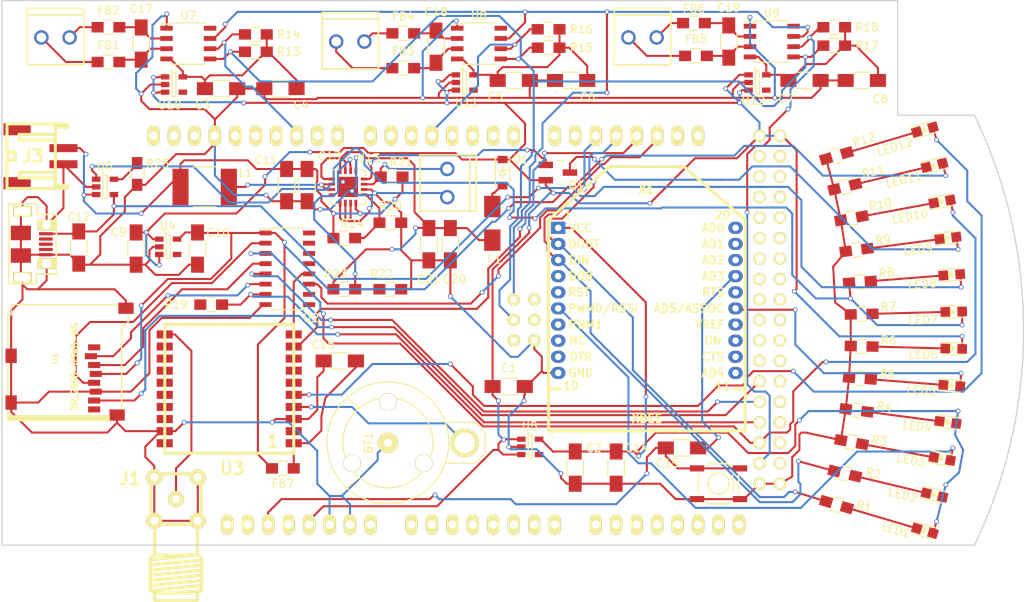
<source format=kicad_pcb>
(kicad_pcb (version 4) (host pcbnew "(2015-07-30 BZR 6023, Git cb629e0)-product")
  (layers (0 F.Cu signal) (31 B.Cu signal) (34 B.Paste user) (35 F.Paste user) (36 B.SilkS user) (37 F.SilkS user) (38 B.Mask user) (39 F.Mask user) (44 Edge.Cuts user))
  (net 0 "")
  (net 1 "Net-(U1-Pad3)")
  (net 2 "Net-(U1-Pad5)")
  (net 3 "Net-(LED1-Pad1)")
  (net 4 "Net-(LED2-Pad1)")
  (net 5 "Net-(LED3-Pad1)")
  (net 6 "Net-(LED4-Pad1)")
  (net 7 "Net-(LED5-Pad1)")
  (net 8 "Net-(LED6-Pad1)")
  (net 9 "Net-(LED7-Pad1)")
  (net 10 "Net-(LED8-Pad1)")
  (net 11 "Net-(LED9-Pad1)")
  (net 12 "Net-(LED10-Pad1)")
  (net 13 "Net-(LED11-Pad1)")
  (net 14 "Net-(LED12-Pad1)")
  (net 15 GND)
  (net 16 "Net-(U1-Pad1)")
  (net 17 "Net-(U1-Pad2)")
  (net 18 "Net-(U2-Pad9)")
  (net 19 "Net-(U2-Pad10)")
  (net 20 "Net-(U2-Pad14)")
  (net 21 "Net-(U2-Pad15)")
  (net 22 "Net-(U3-Pad2)")
  (net 23 "Net-(U3-Pad8)")
  (net 24 "Net-(U3-Pad12)")
  (net 25 "Net-(U3-Pad13)")
  (net 26 "Net-(U3-Pad14)")
  (net 27 "Net-(U1-Pad8)")
  (net 28 "Net-(C3-Pad1)")
  (net 29 "Net-(C5-Pad1)")
  (net 30 "Net-(C7-Pad1)")
  (net 31 "Net-(C11-Pad1)")
  (net 32 "Net-(C15-Pad2)")
  (net 33 "Net-(C16-Pad1)")
  (net 34 "Net-(C17-Pad1)")
  (net 35 "Net-(C17-Pad2)")
  (net 36 "Net-(C18-Pad1)")
  (net 37 "Net-(C18-Pad2)")
  (net 38 "Net-(C19-Pad1)")
  (net 39 "Net-(C19-Pad2)")
  (net 40 "Net-(FB1-Pad1)")
  (net 41 "Net-(FB2-Pad1)")
  (net 42 "Net-(FB3-Pad1)")
  (net 43 "Net-(FB4-Pad1)")
  (net 44 "Net-(FB5-Pad1)")
  (net 45 "Net-(FB6-Pad1)")
  (net 46 "Net-(SHIELD1-Pad14)")
  (net 47 "Net-(SHIELD1-Pad15)")
  (net 48 "Net-(SHIELD1-Pad20)")
  (net 49 "Net-(SHIELD1-Pad21)")
  (net 50 "Net-(SHIELD1-PadC_TX)")
  (net 51 "Net-(SHIELD1-PadC_RX)")
  (net 52 "Net-(SHIELD1-PadDAC1)")
  (net 53 "Net-(SHIELD1-PadDAC0)")
  (net 54 "Net-(SHIELD1-PadAD8)")
  (net 55 "Net-(SHIELD1-PadAD7)")
  (net 56 "Net-(SHIELD1-PadAD6)")
  (net 57 "Net-(SHIELD1-PadAD9)")
  (net 58 "Net-(SHIELD1-PadAD10)")
  (net 59 "Net-(SHIELD1-PadAD11)")
  (net 60 "Net-(SHIELD1-PadAD5)")
  (net 61 "Net-(SHIELD1-PadAD4)")
  (net 62 "Net-(SHIELD1-PadAD3)")
  (net 63 "Net-(SHIELD1-PadAD0)")
  (net 64 "Net-(SHIELD1-PadAD1)")
  (net 65 "Net-(SHIELD1-PadAD2)")
  (net 66 "Net-(SHIELD1-PadV_IN)")
  (net 67 "Net-(SHIELD1-Pad3V3)")
  (net 68 "Net-(SHIELD1-Pad2)")
  (net 69 "Net-(SHIELD1-Pad3)")
  (net 70 "Net-(SHIELD1-Pad5)")
  (net 71 "Net-(SHIELD1-Pad6)")
  (net 72 "Net-(SHIELD1-Pad7)")
  (net 73 "Net-(SHIELD1-Pad8)")
  (net 74 "Net-(SHIELD1-Pad9)")
  (net 75 "Net-(SHIELD1-Pad11)")
  (net 76 "Net-(SHIELD1-Pad12)")
  (net 77 "Net-(SHIELD1-Pad13)")
  (net 78 "Net-(SHIELD1-PadAREF)")
  (net 79 "Net-(SHIELD1-Pad22)")
  (net 80 "Net-(SHIELD1-Pad23)")
  (net 81 "Net-(SHIELD1-Pad24)")
  (net 82 "Net-(SHIELD1-Pad25)")
  (net 83 "Net-(SHIELD1-Pad26)")
  (net 84 "Net-(SHIELD1-Pad27)")
  (net 85 "Net-(SHIELD1-Pad28)")
  (net 86 "Net-(SHIELD1-Pad29)")
  (net 87 "Net-(SHIELD1-Pad31)")
  (net 88 "Net-(SHIELD1-Pad30)")
  (net 89 "Net-(SHIELD1-Pad32)")
  (net 90 "Net-(SHIELD1-Pad33)")
  (net 91 "Net-(SHIELD1-Pad34)")
  (net 92 "Net-(SHIELD1-Pad35)")
  (net 93 "Net-(SHIELD1-Pad36)")
  (net 94 "Net-(SHIELD1-Pad37)")
  (net 95 "Net-(SHIELD1-Pad38)")
  (net 96 "Net-(SHIELD1-Pad39)")
  (net 97 "Net-(SHIELD1-Pad40)")
  (net 98 "Net-(SHIELD1-Pad41)")
  (net 99 "Net-(SHIELD1-Pad42)")
  (net 100 "Net-(SHIELD1-Pad43)")
  (net 101 "Net-(SHIELD1-Pad45)")
  (net 102 "Net-(SHIELD1-Pad47)")
  (net 103 "Net-(SHIELD1-Pad49)")
  (net 104 "Net-(SHIELD1-Pad51)")
  (net 105 "Net-(SHIELD1-Pad53)")
  (net 106 "Net-(SHIELD1-PadSP2)")
  (net 107 "Net-(SHIELD1-PadSP4)")
  (net 108 "Net-(SHIELD1-PadSP5)")
  (net 109 "Net-(SHIELD1-PadIO_R)")
  (net 110 "Net-(SHIELD1-PadSDA1)")
  (net 111 "Net-(SHIELD1-PadSCL1)")
  (net 112 "Net-(U4-Pad4)")
  (net 113 "Net-(J1-Pad1)")
  (net 114 "Net-(U5-Pad4)")
  (net 115 "Net-(X1-Pad20)")
  (net 116 "Net-(X1-Pad16)")
  (net 117 "Net-(X1-Pad14)")
  (net 118 "Net-(X1-Pad18)")
  (net 119 "Net-(X1-Pad19)")
  (net 120 "Net-(X1-Pad12)")
  (net 121 "Net-(X1-Pad11)")
  (net 122 "Net-(X1-Pad13)")
  (net 123 "Net-(X1-Pad8)")
  (net 124 "Net-(X1-Pad9)")
  (net 125 "Net-(X1-Pad7)")
  (net 126 "Net-(X1-Pad5)")
  (net 127 "Net-(J2-Pad3)")
  (net 128 "Net-(J2-Pad2)")
  (net 129 "Net-(J2-Pad4)")
  (net 130 "Net-(D1-Pad2)")
  (net 131 "Net-(BT1-Pad1)")
  (net 132 "Net-(U10-Pad4)")
  (net 133 "Net-(U11-Pad4)")
  (net 134 "Net-(U12-Pad4)")
  (net 135 "Net-(Q1-Pad1)")
  (net 136 BATT-5V)
  (net 137 GPS-SD-3V3)
  (net 138 XBEE-3V3)
  (net 139 XBEE-RSSI)
  (net 140 XBEE-DIO5)
  (net 141 BATT-STAT)
  (net 142 USB-5V)
  (net 143 BATT-DEAD)
  (net 144 SD-CLK)
  (net 145 GPS-FIX)
  (net 146 "Net-(R19-Pad1)")
  (net 147 GPS-3V3-RX)
  (net 148 "Net-(C20-Pad1)")
  (net 149 TC-SCK)
  (net 150 "Net-(R20-Pad1)")
  (net 151 "Net-(R21-Pad1)")
  (net 152 "Net-(R22-Pad1)")
  (net 153 "Net-(R25-Pad1)")
  (net 154 TC-MISO)
  (net 155 "Net-(L1-Pad2)")
  (net 156 XBEE-RESET)
  (net 157 XBEE-RX)
  (net 158 XBEE-TX)
  (net 159 TC-CS0)
  (net 160 TC-CS1)
  (net 161 TC-CS2)
  (net 162 SD-CS)
  (net 163 GPS-TX)
  (net 164 GPS-5V-RX)
  (net 165 "Net-(SHIELD1-Pad0)")
  (net 166 "Net-(SHIELD1-Pad1)")
  (net 167 SD-MOSI)
  (net 168 SD-MISO)
  (net 169 "Net-(X1-Pad4)")
  (module freetronics_footprints:ARDUINO_DUE_SHIELD (layer F.Cu) (at 50.8 152.4)
    (fp_text reference SHIELD1 hide)
    (fp_text value ARDUINO_DUE_SHIELD hide)
    (pad 14 thru_hole oval (at 68.58 -50.8 90) (size 2.54 1.524) (drill 1.016) (layers *.Cu *.Mask F.SilkS) (net 46 "Net-(SHIELD1-Pad14)"))
    (pad 15 thru_hole oval (at 71.12 -50.8 90) (size 2.54 1.524) (drill 1.016) (layers *.Cu *.Mask F.SilkS) (net 47 "Net-(SHIELD1-Pad15)"))
    (pad 16 thru_hole oval (at 73.66 -50.8 90) (size 2.54 1.524) (drill 1.016) (layers *.Cu *.Mask F.SilkS) (net 158 XBEE-TX))
    (pad 17 thru_hole oval (at 76.2 -50.8 90) (size 2.54 1.524) (drill 1.016) (layers *.Cu *.Mask F.SilkS) (net 157 XBEE-RX))
    (pad 18 thru_hole oval (at 78.74 -50.8 90) (size 2.54 1.524) (drill 1.016) (layers *.Cu *.Mask F.SilkS) (net 163 GPS-TX))
    (pad 19 thru_hole oval (at 81.28 -50.8 90) (size 2.54 1.524) (drill 1.016) (layers *.Cu *.Mask F.SilkS) (net 164 GPS-5V-RX))
    (pad 20 thru_hole oval (at 83.82 -50.8 90) (size 2.54 1.524) (drill 1.016) (layers *.Cu *.Mask F.SilkS) (net 48 "Net-(SHIELD1-Pad20)"))
    (pad 21 thru_hole oval (at 86.36 -50.8 90) (size 2.54 1.524) (drill 1.016) (layers *.Cu *.Mask F.SilkS) (net 49 "Net-(SHIELD1-Pad21)"))
    (pad C_TX thru_hole oval (at 91.44 -2.54 90) (size 2.54 1.524) (drill 1.016) (layers *.Cu *.Mask F.SilkS) (net 50 "Net-(SHIELD1-PadC_TX)"))
    (pad C_RX thru_hole oval (at 88.9 -2.54 90) (size 2.54 1.524) (drill 1.016) (layers *.Cu *.Mask F.SilkS) (net 51 "Net-(SHIELD1-PadC_RX)"))
    (pad DAC1 thru_hole oval (at 86.36 -2.54 90) (size 2.54 1.524) (drill 1.016) (layers *.Cu *.Mask F.SilkS) (net 52 "Net-(SHIELD1-PadDAC1)"))
    (pad DAC0 thru_hole oval (at 83.82 -2.54 90) (size 2.54 1.524) (drill 1.016) (layers *.Cu *.Mask F.SilkS) (net 53 "Net-(SHIELD1-PadDAC0)"))
    (pad AD8 thru_hole oval (at 73.66 -2.54 90) (size 2.54 1.524) (drill 1.016) (layers *.Cu *.Mask F.SilkS) (net 54 "Net-(SHIELD1-PadAD8)"))
    (pad AD7 thru_hole oval (at 68.58 -2.54 90) (size 2.54 1.524) (drill 1.016) (layers *.Cu *.Mask F.SilkS) (net 55 "Net-(SHIELD1-PadAD7)"))
    (pad AD6 thru_hole oval (at 66.04 -2.54 90) (size 2.54 1.524) (drill 1.016) (layers *.Cu *.Mask F.SilkS) (net 56 "Net-(SHIELD1-PadAD6)"))
    (pad AD9 thru_hole oval (at 76.2 -2.54 90) (size 2.54 1.524) (drill 1.016) (layers *.Cu *.Mask F.SilkS) (net 57 "Net-(SHIELD1-PadAD9)"))
    (pad AD10 thru_hole oval (at 78.74 -2.54 90) (size 2.54 1.524) (drill 1.016) (layers *.Cu *.Mask F.SilkS) (net 58 "Net-(SHIELD1-PadAD10)"))
    (pad AD11 thru_hole oval (at 81.28 -2.54 90) (size 2.54 1.524) (drill 1.016) (layers *.Cu *.Mask F.SilkS) (net 59 "Net-(SHIELD1-PadAD11)"))
    (pad AD5 thru_hole oval (at 63.5 -2.54 90) (size 2.54 1.524) (drill 1.016) (layers *.Cu *.Mask F.SilkS) (net 60 "Net-(SHIELD1-PadAD5)"))
    (pad AD4 thru_hole oval (at 60.96 -2.54 90) (size 2.54 1.524) (drill 1.016) (layers *.Cu *.Mask F.SilkS) (net 61 "Net-(SHIELD1-PadAD4)"))
    (pad AD3 thru_hole oval (at 58.42 -2.54 90) (size 2.54 1.524) (drill 1.016) (layers *.Cu *.Mask F.SilkS) (net 62 "Net-(SHIELD1-PadAD3)"))
    (pad AD0 thru_hole oval (at 50.8 -2.54 90) (size 2.54 1.524) (drill 1.016) (layers *.Cu *.Mask F.SilkS) (net 63 "Net-(SHIELD1-PadAD0)"))
    (pad AD1 thru_hole oval (at 53.34 -2.54 90) (size 2.54 1.524) (drill 1.016) (layers *.Cu *.Mask F.SilkS) (net 64 "Net-(SHIELD1-PadAD1)"))
    (pad AD2 thru_hole oval (at 55.88 -2.54 90) (size 2.54 1.524) (drill 1.016) (layers *.Cu *.Mask F.SilkS) (net 65 "Net-(SHIELD1-PadAD2)"))
    (pad V_IN thru_hole oval (at 45.72 -2.54 90) (size 2.54 1.524) (drill 1.016) (layers *.Cu *.Mask F.SilkS) (net 66 "Net-(SHIELD1-PadV_IN)"))
    (pad GND2 thru_hole oval (at 43.18 -2.54 90) (size 2.54 1.524) (drill 1.016) (layers *.Cu *.Mask F.SilkS) (net 15 GND))
    (pad GND1 thru_hole oval (at 40.64 -2.54 90) (size 2.54 1.524) (drill 1.016) (layers *.Cu *.Mask F.SilkS) (net 15 GND))
    (pad 3V3 thru_hole oval (at 35.56 -2.54 90) (size 2.54 1.524) (drill 1.016) (layers *.Cu *.Mask F.SilkS) (net 67 "Net-(SHIELD1-Pad3V3)"))
    (pad RST thru_hole oval (at 33.02 -2.54 90) (size 2.54 1.524) (drill 1.016) (layers *.Cu *.Mask F.SilkS) (net 156 XBEE-RESET))
    (pad 0 thru_hole oval (at 63.5 -50.8 90) (size 2.54 1.524) (drill 1.016) (layers *.Cu *.Mask F.SilkS) (net 165 "Net-(SHIELD1-Pad0)"))
    (pad 1 thru_hole oval (at 60.96 -50.8 90) (size 2.54 1.524) (drill 1.016) (layers *.Cu *.Mask F.SilkS) (net 166 "Net-(SHIELD1-Pad1)"))
    (pad 2 thru_hole oval (at 58.42 -50.8 90) (size 2.54 1.524) (drill 1.016) (layers *.Cu *.Mask F.SilkS) (net 68 "Net-(SHIELD1-Pad2)"))
    (pad 3 thru_hole oval (at 55.88 -50.8 90) (size 2.54 1.524) (drill 1.016) (layers *.Cu *.Mask F.SilkS) (net 69 "Net-(SHIELD1-Pad3)"))
    (pad 4 thru_hole oval (at 53.34 -50.8 90) (size 2.54 1.524) (drill 1.016) (layers *.Cu *.Mask F.SilkS) (net 160 TC-CS1))
    (pad 5 thru_hole oval (at 50.8 -50.8 90) (size 2.54 1.524) (drill 1.016) (layers *.Cu *.Mask F.SilkS) (net 70 "Net-(SHIELD1-Pad5)"))
    (pad 6 thru_hole oval (at 48.26 -50.8 90) (size 2.54 1.524) (drill 1.016) (layers *.Cu *.Mask F.SilkS) (net 71 "Net-(SHIELD1-Pad6)"))
    (pad 7 thru_hole oval (at 45.72 -50.8 90) (size 2.54 1.524) (drill 1.016) (layers *.Cu *.Mask F.SilkS) (net 72 "Net-(SHIELD1-Pad7)"))
    (pad 8 thru_hole oval (at 41.656 -50.8 90) (size 2.54 1.524) (drill 1.016) (layers *.Cu *.Mask F.SilkS) (net 73 "Net-(SHIELD1-Pad8)"))
    (pad 9 thru_hole oval (at 39.116 -50.8 90) (size 2.54 1.524) (drill 1.016) (layers *.Cu *.Mask F.SilkS) (net 74 "Net-(SHIELD1-Pad9)"))
    (pad 10 thru_hole oval (at 36.576 -50.8 90) (size 2.54 1.524) (drill 1.016) (layers *.Cu *.Mask F.SilkS) (net 159 TC-CS0))
    (pad 11 thru_hole oval (at 34.036 -50.8 90) (size 2.54 1.524) (drill 1.016) (layers *.Cu *.Mask F.SilkS) (net 75 "Net-(SHIELD1-Pad11)"))
    (pad 12 thru_hole oval (at 31.496 -50.8 90) (size 2.54 1.524) (drill 1.016) (layers *.Cu *.Mask F.SilkS) (net 76 "Net-(SHIELD1-Pad12)"))
    (pad 13 thru_hole oval (at 28.956 -50.8 90) (size 2.54 1.524) (drill 1.016) (layers *.Cu *.Mask F.SilkS) (net 77 "Net-(SHIELD1-Pad13)"))
    (pad GND3 thru_hole oval (at 26.416 -50.8 90) (size 2.54 1.524) (drill 1.016) (layers *.Cu *.Mask F.SilkS) (net 15 GND))
    (pad AREF thru_hole oval (at 23.876 -50.8 90) (size 2.54 1.524) (drill 1.016) (layers *.Cu *.Mask F.SilkS) (net 78 "Net-(SHIELD1-PadAREF)"))
    (pad 5V thru_hole oval (at 38.1 -2.54 90) (size 2.54 1.524) (drill 1.016) (layers *.Cu *.Mask F.SilkS) (net 136 BATT-5V))
    (pad "" np_thru_hole circle (at 96.52 -2.54 90) (size 3.175 3.175) (drill 3.175) (layers *.Cu *.Mask F.SilkS))
    (pad "" np_thru_hole circle (at 90.17 -50.8 90) (size 3.175 3.175) (drill 3.175) (layers *.Cu *.Mask F.SilkS))
    (pad "" np_thru_hole circle (at 15.24 -50.8 90) (size 3.175 3.175) (drill 3.175) (layers *.Cu *.Mask F.SilkS))
    (pad "" np_thru_hole circle (at 13.97 -2.54 90) (size 3.175 3.175) (drill 3.175) (layers *.Cu *.Mask F.SilkS))
    (pad 22 thru_hole circle (at 93.98 -48.26) (size 1.524 1.524) (drill 1.016) (layers *.Cu *.Mask F.SilkS) (net 79 "Net-(SHIELD1-Pad22)"))
    (pad 23 thru_hole circle (at 96.52 -48.26) (size 1.524 1.524) (drill 1.016) (layers *.Cu *.Mask F.SilkS) (net 80 "Net-(SHIELD1-Pad23)"))
    (pad 24 thru_hole circle (at 93.98 -45.72) (size 1.524 1.524) (drill 1.016) (layers *.Cu *.Mask F.SilkS) (net 81 "Net-(SHIELD1-Pad24)"))
    (pad 25 thru_hole circle (at 96.52 -45.72) (size 1.524 1.524) (drill 1.016) (layers *.Cu *.Mask F.SilkS) (net 82 "Net-(SHIELD1-Pad25)"))
    (pad 26 thru_hole circle (at 93.98 -43.18) (size 1.524 1.524) (drill 1.016) (layers *.Cu *.Mask F.SilkS) (net 83 "Net-(SHIELD1-Pad26)"))
    (pad 27 thru_hole circle (at 96.52 -43.18) (size 1.524 1.524) (drill 1.016) (layers *.Cu *.Mask F.SilkS) (net 84 "Net-(SHIELD1-Pad27)"))
    (pad 28 thru_hole circle (at 93.98 -40.64) (size 1.524 1.524) (drill 1.016) (layers *.Cu *.Mask F.SilkS) (net 85 "Net-(SHIELD1-Pad28)"))
    (pad 29 thru_hole circle (at 96.52 -40.64) (size 1.524 1.524) (drill 1.016) (layers *.Cu *.Mask F.SilkS) (net 86 "Net-(SHIELD1-Pad29)"))
    (pad 5V_4 thru_hole circle (at 93.98 -50.8) (size 1.524 1.524) (drill 1.016) (layers *.Cu *.Mask F.SilkS) (net 136 BATT-5V))
    (pad 5V_5 thru_hole circle (at 96.52 -50.8) (size 1.524 1.524) (drill 1.016) (layers *.Cu *.Mask F.SilkS) (net 136 BATT-5V))
    (pad 31 thru_hole circle (at 96.52 -38.1) (size 1.524 1.524) (drill 1.016) (layers *.Cu *.Mask F.SilkS) (net 87 "Net-(SHIELD1-Pad31)"))
    (pad 30 thru_hole circle (at 93.98 -38.1) (size 1.524 1.524) (drill 1.016) (layers *.Cu *.Mask F.SilkS) (net 88 "Net-(SHIELD1-Pad30)"))
    (pad 32 thru_hole circle (at 93.98 -35.56) (size 1.524 1.524) (drill 1.016) (layers *.Cu *.Mask F.SilkS) (net 89 "Net-(SHIELD1-Pad32)"))
    (pad 33 thru_hole circle (at 96.52 -35.56) (size 1.524 1.524) (drill 1.016) (layers *.Cu *.Mask F.SilkS) (net 90 "Net-(SHIELD1-Pad33)"))
    (pad 34 thru_hole circle (at 93.98 -33.02) (size 1.524 1.524) (drill 1.016) (layers *.Cu *.Mask F.SilkS) (net 91 "Net-(SHIELD1-Pad34)"))
    (pad 35 thru_hole circle (at 96.52 -33.02) (size 1.524 1.524) (drill 1.016) (layers *.Cu *.Mask F.SilkS) (net 92 "Net-(SHIELD1-Pad35)"))
    (pad 36 thru_hole circle (at 93.98 -30.48) (size 1.524 1.524) (drill 1.016) (layers *.Cu *.Mask F.SilkS) (net 93 "Net-(SHIELD1-Pad36)"))
    (pad 37 thru_hole circle (at 96.52 -30.48) (size 1.524 1.524) (drill 1.016) (layers *.Cu *.Mask F.SilkS) (net 94 "Net-(SHIELD1-Pad37)"))
    (pad 38 thru_hole circle (at 93.98 -27.94) (size 1.524 1.524) (drill 1.016) (layers *.Cu *.Mask F.SilkS) (net 95 "Net-(SHIELD1-Pad38)"))
    (pad 39 thru_hole circle (at 96.52 -27.94) (size 1.524 1.524) (drill 1.016) (layers *.Cu *.Mask F.SilkS) (net 96 "Net-(SHIELD1-Pad39)"))
    (pad 40 thru_hole circle (at 93.98 -25.4) (size 1.524 1.524) (drill 1.016) (layers *.Cu *.Mask F.SilkS) (net 97 "Net-(SHIELD1-Pad40)"))
    (pad 41 thru_hole circle (at 96.52 -25.4) (size 1.524 1.524) (drill 1.016) (layers *.Cu *.Mask F.SilkS) (net 98 "Net-(SHIELD1-Pad41)"))
    (pad 42 thru_hole circle (at 93.98 -22.86) (size 1.524 1.524) (drill 1.016) (layers *.Cu *.Mask F.SilkS) (net 99 "Net-(SHIELD1-Pad42)"))
    (pad 43 thru_hole circle (at 96.52 -22.86) (size 1.524 1.524) (drill 1.016) (layers *.Cu *.Mask F.SilkS) (net 100 "Net-(SHIELD1-Pad43)"))
    (pad 44 thru_hole circle (at 93.98 -20.32) (size 1.524 1.524) (drill 1.016) (layers *.Cu *.Mask F.SilkS) (net 162 SD-CS))
    (pad 45 thru_hole circle (at 96.52 -20.32) (size 1.524 1.524) (drill 1.016) (layers *.Cu *.Mask F.SilkS) (net 101 "Net-(SHIELD1-Pad45)"))
    (pad 46 thru_hole circle (at 93.98 -17.78) (size 1.524 1.524) (drill 1.016) (layers *.Cu *.Mask F.SilkS) (net 167 SD-MOSI))
    (pad 47 thru_hole circle (at 96.52 -17.78) (size 1.524 1.524) (drill 1.016) (layers *.Cu *.Mask F.SilkS) (net 102 "Net-(SHIELD1-Pad47)"))
    (pad 48 thru_hole circle (at 93.98 -15.24) (size 1.524 1.524) (drill 1.016) (layers *.Cu *.Mask F.SilkS) (net 168 SD-MISO))
    (pad 49 thru_hole circle (at 96.52 -15.24) (size 1.524 1.524) (drill 1.016) (layers *.Cu *.Mask F.SilkS) (net 103 "Net-(SHIELD1-Pad49)"))
    (pad 50 thru_hole circle (at 93.98 -12.7) (size 1.524 1.524) (drill 1.016) (layers *.Cu *.Mask F.SilkS) (net 144 SD-CLK))
    (pad 51 thru_hole circle (at 96.52 -12.7) (size 1.524 1.524) (drill 1.016) (layers *.Cu *.Mask F.SilkS) (net 104 "Net-(SHIELD1-Pad51)"))
    (pad 52 thru_hole circle (at 93.98 -10.16) (size 1.524 1.524) (drill 1.016) (layers *.Cu *.Mask F.SilkS) (net 161 TC-CS2))
    (pad 53 thru_hole circle (at 96.52 -10.16) (size 1.524 1.524) (drill 1.016) (layers *.Cu *.Mask F.SilkS) (net 105 "Net-(SHIELD1-Pad53)"))
    (pad GND4 thru_hole circle (at 93.98 -7.62) (size 1.524 1.524) (drill 1.016) (layers *.Cu *.Mask F.SilkS) (net 15 GND))
    (pad GND5 thru_hole circle (at 96.52 -7.62) (size 1.524 1.524) (drill 1.016) (layers *.Cu *.Mask F.SilkS) (net 15 GND))
    (pad SP1 thru_hole circle (at 63.5 -30.48) (size 1.524 1.524) (drill 0.8128) (layers *.Cu *.Mask F.SilkS) (net 154 TC-MISO))
    (pad SP2 thru_hole circle (at 66.04 -30.48) (size 1.524 1.524) (drill 0.8128) (layers *.Cu *.Mask F.SilkS) (net 106 "Net-(SHIELD1-PadSP2)"))
    (pad SP3 thru_hole circle (at 63.5 -27.94) (size 1.524 1.524) (drill 0.8128) (layers *.Cu *.Mask F.SilkS) (net 149 TC-SCK))
    (pad SP4 thru_hole circle (at 66.04 -27.94) (size 1.524 1.524) (drill 0.8128) (layers *.Cu *.Mask F.SilkS) (net 107 "Net-(SHIELD1-PadSP4)"))
    (pad SP5 thru_hole circle (at 63.5 -25.4) (size 1.524 1.524) (drill 0.8128) (layers *.Cu *.Mask F.SilkS) (net 108 "Net-(SHIELD1-PadSP5)"))
    (pad SP6 thru_hole circle (at 66.04 -25.4) (size 1.524 1.524) (drill 0.8128) (layers *.Cu *.Mask F.SilkS) (net 15 GND))
    (pad "" np_thru_hole circle (at 65.786 -35.56) (size 3.175 3.175) (drill 3.175) (layers *.Cu *.Mask F.SilkS))
    (pad "" np_thru_hole circle (at 66.04 -7.62) (size 3.175 3.175) (drill 3.175) (layers *.Cu *.Mask F.SilkS))
    (pad IO_R thru_hole oval (at 30.48 -2.54 90) (size 2.54 1.524) (drill 1.016) (layers *.Cu *.Mask F.SilkS) (net 109 "Net-(SHIELD1-PadIO_R)"))
    (pad NC thru_hole oval (at 27.94 -2.54 90) (size 2.54 1.524) (drill 1.016) (layers *.Cu *.Mask F.SilkS))
    (pad SDA1 thru_hole oval (at 21.336 -50.8 90) (size 2.54 1.524) (drill 1.016) (layers *.Cu *.Mask F.SilkS) (net 110 "Net-(SHIELD1-PadSDA1)"))
    (pad SCL1 thru_hole oval (at 18.796 -50.8 90) (size 2.54 1.524) (drill 1.016) (layers *.Cu *.Mask F.SilkS) (net 111 "Net-(SHIELD1-PadSCL1)"))
  )
  (module freetronics_footprints:XBEE_PRO (layer F.Cu) (at 130.81 113.03)
    (fp_text reference X1 (at -0.05 -4.75) (layer F.SilkS) (effects (font (thickness 0.25))))
    (fp_text value XBEE (at 0 23.65) (layer F.SilkS) (effects (font (thickness 0.25))))
    (fp_text user AD0 (at 8.19912 0) (layer F.SilkS) (effects (font (size 1.00076 1.00076) (thickness 0.20066))))
    (fp_text user AD1 (at 8.19912 1.99898) (layer F.SilkS) (effects (font (size 1.00076 1.00076) (thickness 0.20066))))
    (fp_text user AD3 (at 8.19912 5.99948) (layer F.SilkS) (effects (font (size 1.00076 1.00076) (thickness 0.20066))))
    (fp_text user AD2 (at 8.19912 4.0005) (layer F.SilkS) (effects (font (size 1.00076 1.00076) (thickness 0.20066))))
    (fp_text user VREF (at 7.80034 11.99896) (layer F.SilkS) (effects (font (size 1.00076 1.00076) (thickness 0.20066))))
    (fp_text user ON (at 8.19912 14.00048) (layer F.SilkS) (effects (font (size 1.00076 1.00076) (thickness 0.20066))))
    (fp_text user AD5/ASSOC (at 5.19938 9.99998) (layer F.SilkS) (effects (font (size 1.00076 1.00076) (thickness 0.20066))))
    (fp_text user RTS (at 8.19912 8.001) (layer F.SilkS) (effects (font (size 1.00076 1.00076) (thickness 0.20066))))
    (fp_text user AD4 (at 8.19912 18.00098) (layer F.SilkS) (effects (font (size 1.00076 1.00076) (thickness 0.20066))))
    (fp_text user CTS (at 8.19912 16.002) (layer F.SilkS) (effects (font (size 1.00076 1.00076) (thickness 0.20066))))
    (fp_text user 10 (at -9.40054 19.60118) (layer F.SilkS) (effects (font (size 1.00076 1.00076) (thickness 0.20066))))
    (fp_text user 11 (at 9.40054 19.60118) (layer F.SilkS) (effects (font (size 1.00076 1.00076) (thickness 0.20066))))
    (fp_text user 20 (at 9.40054 -1.6002) (layer F.SilkS) (effects (font (size 1.00076 1.00076) (thickness 0.20066))))
    (fp_text user 1 (at -9.79932 -1.6002) (layer F.SilkS) (effects (font (size 1.00076 1.00076) (thickness 0.20066))))
    (fp_text user DTR (at -8.19912 16.002) (layer F.SilkS) (effects (font (size 1.00076 1.00076) (thickness 0.20066))))
    (fp_text user GND (at -8.19912 18.00098) (layer F.SilkS) (effects (font (size 1.00076 1.00076) (thickness 0.20066))))
    (fp_text user RST (at -8.39978 8.001) (layer F.SilkS) (effects (font (size 1.00076 1.00076) (thickness 0.20066))))
    (fp_text user PWM0/RSSI (at -5.40004 9.99998) (layer F.SilkS) (effects (font (size 1.00076 1.00076) (thickness 0.20066))))
    (fp_text user NC (at -8.60044 14.00048) (layer F.SilkS) (effects (font (size 1.00076 1.00076) (thickness 0.20066))))
    (fp_text user PWM1 (at -7.59968 11.99896) (layer F.SilkS) (effects (font (size 1.00076 1.00076) (thickness 0.20066))))
    (fp_text user DIN (at -8.39978 4.0005) (layer F.SilkS) (effects (font (size 1.00076 1.00076) (thickness 0.20066))))
    (fp_text user DO8 (at -8.19912 5.99948) (layer F.SilkS) (effects (font (size 1.00076 1.00076) (thickness 0.20066))))
    (fp_text user DOUT (at -7.80034 1.99898) (layer F.SilkS) (effects (font (size 1.00076 1.00076) (thickness 0.20066))))
    (fp_text user VCC (at -8.19912 0) (layer F.SilkS) (effects (font (size 1.00076 1.00076) (thickness 0.20066))))
    (pad 20 thru_hole oval (at 11.00074 0) (size 1.80086 1.50114) (drill 0.8128) (layers *.Cu) (net 115 "Net-(X1-Pad20)"))
    (pad 16 thru_hole oval (at 11.00074 8.001) (size 1.80086 1.50114) (drill 0.8128) (layers *.Cu) (net 116 "Net-(X1-Pad16)"))
    (pad 14 thru_hole oval (at 11.00074 11.99896) (size 1.80086 1.50114) (drill 0.8128) (layers *.Cu) (net 117 "Net-(X1-Pad14)"))
    (pad 15 thru_hole oval (at 11.00074 9.99998) (size 1.80086 1.50114) (drill 0.8128) (layers *.Cu) (net 140 XBEE-DIO5))
    (pad 18 thru_hole oval (at 11.00074 4.0005) (size 1.80086 1.50114) (drill 0.8128) (layers *.Cu) (net 118 "Net-(X1-Pad18)"))
    (pad 17 thru_hole oval (at 11.00074 5.99948) (size 1.80086 1.50114) (drill 0.8128) (layers *.Cu) (net 32 "Net-(C15-Pad2)"))
    (pad 19 thru_hole oval (at 11.00074 1.99898) (size 1.80086 1.50114) (drill 0.8128) (layers *.Cu) (net 119 "Net-(X1-Pad19)"))
    (pad 12 thru_hole oval (at 11.00074 15.99946) (size 1.80086 1.50114) (drill 0.8128) (layers *.Cu) (net 120 "Net-(X1-Pad12)"))
    (pad 11 thru_hole oval (at 11.00074 18.00098) (size 1.80086 1.50114) (drill 0.8128) (layers *.Cu) (net 121 "Net-(X1-Pad11)"))
    (pad 13 thru_hole oval (at 11.00074 14.00048) (size 1.80086 1.50114) (drill 0.8128) (layers *.Cu) (net 122 "Net-(X1-Pad13)"))
    (pad 8 thru_hole oval (at -11.00074 14.00048) (size 1.80086 1.50114) (drill 0.8128) (layers *.Cu) (net 123 "Net-(X1-Pad8)"))
    (pad 10 thru_hole oval (at -11.00074 18.00098) (size 1.80086 1.50114) (drill 0.8128) (layers *.Cu) (net 15 GND))
    (pad 9 thru_hole oval (at -11.00074 15.99946) (size 1.80086 1.50114) (drill 0.8128) (layers *.Cu) (net 124 "Net-(X1-Pad9)"))
    (pad 2 thru_hole oval (at -11.00074 1.99898) (size 1.80086 1.50114) (drill 0.8128) (layers *.Cu) (net 157 XBEE-RX))
    (pad 4 thru_hole oval (at -11.00074 5.99948) (size 1.80086 1.50114) (drill 0.8128) (layers *.Cu) (net 169 "Net-(X1-Pad4)"))
    (pad 3 thru_hole oval (at -11.00074 4.0005) (size 1.80086 1.50114) (drill 0.8128) (layers *.Cu) (net 158 XBEE-TX))
    (pad 6 thru_hole oval (at -11.00074 9.99998) (size 1.80086 1.50114) (drill 0.8128) (layers *.Cu) (net 139 XBEE-RSSI))
    (pad 7 thru_hole oval (at -11.00074 11.99896) (size 1.80086 1.50114) (drill 0.8128) (layers *.Cu) (net 125 "Net-(X1-Pad7)"))
    (pad 5 thru_hole oval (at -11.00074 8.001) (size 1.80086 1.50114) (drill 0.8128) (layers *.Cu) (net 126 "Net-(X1-Pad5)"))
    (pad 1 thru_hole rect (at -11.00074 0) (size 1.80086 1.50114) (drill 0.8128) (layers *.Cu) (net 138 XBEE-3V3))
  )
  (module LEDs:LED-0805 (layer F.Cu) (at 165.301373 150.618264 343.5)
    (fp_text reference LED1 (at -3.515882 0.912894 343.5) (layer F.SilkS))
    (fp_text value RX)
    (pad 2 smd rect (at 1.04902 0 163.5) (size 1.19888 1.19888) (layers F.Cu F.Paste F.Mask) (net 138 XBEE-3V3))
    (pad 1 smd rect (at -1.04902 0 163.5) (size 1.19888 1.19888) (layers F.Cu F.Paste F.Mask) (net 3 "Net-(LED1-Pad1)"))
  )
  (module LEDs:LED-0805 (layer F.Cu) (at 166.488776 146.186817 346.5)
    (fp_text reference LED2 (at -3.822515 0.907609 346.5) (layer F.SilkS))
    (fp_text value TX)
    (pad 2 smd rect (at 1.04902 0 166.5) (size 1.19888 1.19888) (layers F.Cu F.Paste F.Mask) (net 138 XBEE-3V3))
    (pad 1 smd rect (at -1.04902 0 166.5) (size 1.19888 1.19888) (layers F.Cu F.Paste F.Mask) (net 4 "Net-(LED2-Pad1)"))
  )
  (module LEDs:LED-0805 (layer F.Cu) (at 167.442627 141.699299 349.5)
    (fp_text reference LED3 (at -3.772777 0.861664 349.5) (layer F.SilkS))
    (fp_text value SIG)
    (pad 2 smd rect (at 1.04902 0 169.5) (size 1.19888 1.19888) (layers F.Cu F.Paste F.Mask) (net 139 XBEE-RSSI))
    (pad 1 smd rect (at -1.04902 0 169.5) (size 1.19888 1.19888) (layers F.Cu F.Paste F.Mask) (net 5 "Net-(LED3-Pad1)"))
  )
  (module LEDs:LED-0805 (layer F.Cu) (at 168.160313 137.16801 352.5)
    (fp_text reference LED4 (at -3.724351 0.994624 352.5) (layer F.SilkS))
    (fp_text value PWR)
    (pad 2 smd rect (at 1.04902 0 172.5) (size 1.19888 1.19888) (layers F.Cu F.Paste F.Mask) (net 138 XBEE-3V3))
    (pad 1 smd rect (at -1.04902 0 172.5) (size 1.19888 1.19888) (layers F.Cu F.Paste F.Mask) (net 6 "Net-(LED4-Pad1)"))
  )
  (module LEDs:LED-0805 (layer F.Cu) (at 168.639865 132.60537 355.5)
    (fp_text reference LED5 (at -3.733711 0.913389 355.5) (layer F.SilkS))
    (fp_text value CONN)
    (pad 2 smd rect (at 1.04902 0 175.5) (size 1.19888 1.19888) (layers F.Cu F.Paste F.Mask) (net 140 XBEE-DIO5))
    (pad 1 smd rect (at -1.04902 0 175.5) (size 1.19888 1.19888) (layers F.Cu F.Paste F.Mask) (net 7 "Net-(LED5-Pad1)"))
  )
  (module LEDs:LED-0805 (layer F.Cu) (at 168.879971 128.023885 358.5)
    (fp_text reference LED6 (at -3.758935 0.852805 358.5) (layer F.SilkS))
    (fp_text value 5V)
    (pad 2 smd rect (at 1.04902 0 178.5) (size 1.19888 1.19888) (layers F.Cu F.Paste F.Mask) (net 136 BATT-5V))
    (pad 1 smd rect (at -1.04902 0 178.5) (size 1.19888 1.19888) (layers F.Cu F.Paste F.Mask) (net 8 "Net-(LED6-Pad1)"))
  )
  (module LEDs:LED-0805 (layer F.Cu) (at 168.879971 123.436114 1.5)
    (fp_text reference LED7 (at -3.805478 0.924587 1.5) (layer F.SilkS))
    (fp_text value FULL)
    (pad 2 smd rect (at 1.04902 0 181.5) (size 1.19888 1.19888) (layers F.Cu F.Paste F.Mask) (net 141 BATT-STAT))
    (pad 1 smd rect (at -1.04902 0 181.5) (size 1.19888 1.19888) (layers F.Cu F.Paste F.Mask) (net 9 "Net-(LED7-Pad1)"))
  )
  (module LEDs:LED-0805 (layer F.Cu) (at 168.639865 118.854629 4.5)
    (fp_text reference LED8 (at -3.746603 0.869095 4.5) (layer F.SilkS))
    (fp_text value CHG)
    (pad 2 smd rect (at 1.04902 0 184.5) (size 1.19888 1.19888) (layers F.Cu F.Paste F.Mask) (net 142 USB-5V))
    (pad 1 smd rect (at -1.04902 0 184.5) (size 1.19888 1.19888) (layers F.Cu F.Paste F.Mask) (net 10 "Net-(LED8-Pad1)"))
  )
  (module LEDs:LED-0805 (layer F.Cu) (at 168.160313 114.291989 7.5)
    (fp_text reference LED9 (at -3.84709 0.910656 7.5) (layer F.SilkS))
    (fp_text value DEAD)
    (pad 2 smd rect (at 1.04902 0 187.5) (size 1.19888 1.19888) (layers F.Cu F.Paste F.Mask) (net 143 BATT-DEAD))
    (pad 1 smd rect (at -1.04902 0 187.5) (size 1.19888 1.19888) (layers F.Cu F.Paste F.Mask) (net 11 "Net-(LED9-Pad1)"))
  )
  (module LEDs:LED-0805 (layer F.Cu) (at 167.442627 109.7607 10.5)
    (fp_text reference LED10 (at -4.267953 1.113167 10.5) (layer F.SilkS))
    (fp_text value LOG)
    (pad 2 smd rect (at 1.04902 0 190.5) (size 1.19888 1.19888) (layers F.Cu F.Paste F.Mask) (net 144 SD-CLK))
    (pad 1 smd rect (at -1.04902 0 190.5) (size 1.19888 1.19888) (layers F.Cu F.Paste F.Mask) (net 12 "Net-(LED10-Pad1)"))
  )
  (module LEDs:LED-0805 (layer F.Cu) (at 166.488776 105.273182 13.5)
    (fp_text reference LED11 (at -4.11409 0.850913 13.5) (layer F.SilkS))
    (fp_text value PWR)
    (pad 2 smd rect (at 1.04902 0 193.5) (size 1.19888 1.19888) (layers F.Cu F.Paste F.Mask) (net 137 GPS-SD-3V3))
    (pad 1 smd rect (at -1.04902 0 193.5) (size 1.19888 1.19888) (layers F.Cu F.Paste F.Mask) (net 13 "Net-(LED11-Pad1)"))
  )
  (module LEDs:LED-0805 (layer F.Cu) (at 165.301373 100.841735 16.5)
    (fp_text reference LED12 (at -4.214772 0.999359 16.5) (layer F.SilkS))
    (fp_text value FIX)
    (pad 2 smd rect (at 1.04902 0 196.5) (size 1.19888 1.19888) (layers F.Cu F.Paste F.Mask) (net 145 GPS-FIX))
    (pad 1 smd rect (at -1.04902 0 196.5) (size 1.19888 1.19888) (layers F.Cu F.Paste F.Mask) (net 14 "Net-(LED12-Pad1)"))
  )
  (module Resistors_SMD:R_0805_HandSoldering (layer F.Cu) (at 154.342063 147.371969 163.5)
    (fp_text reference R1 (at -3.309636 0.769651 163.5) (layer F.SilkS))
    (fp_text value 1K)
    (pad 1 smd rect (at -1.35 0 163.5) (size 1.5 1.3) (layers F.Cu F.Paste F.Mask) (net 3 "Net-(LED1-Pad1)"))
    (pad 2 smd rect (at 1.35 0 163.5) (size 1.5 1.3) (layers F.Cu F.Paste F.Mask) (net 157 XBEE-RX))
  )
  (module Resistors_SMD:R_0805_HandSoldering (layer F.Cu) (at 155.374587 143.518536 166.5)
    (fp_text reference R2 (at -3.403648 0.825922 166.5) (layer F.SilkS))
    (fp_text value 1K)
    (pad 1 smd rect (at -1.35 0 166.5) (size 1.5 1.3) (layers F.Cu F.Paste F.Mask) (net 4 "Net-(LED2-Pad1)"))
    (pad 2 smd rect (at 1.35 0 166.5) (size 1.5 1.3) (layers F.Cu F.Paste F.Mask) (net 158 XBEE-TX))
  )
  (module Resistors_SMD:R_0805_HandSoldering (layer F.Cu) (at 156.204023 139.616347 169.5)
    (fp_text reference R3 (at -3.346415 0.793469 169.5) (layer F.SilkS))
    (fp_text value 1K)
    (pad 1 smd rect (at -1.35 0 169.5) (size 1.5 1.3) (layers F.Cu F.Paste F.Mask) (net 5 "Net-(LED3-Pad1)"))
    (pad 2 smd rect (at 1.35 0 169.5) (size 1.5 1.3) (layers F.Cu F.Paste F.Mask) (net 15 GND))
  )
  (module Resistors_SMD:R_0805_HandSoldering (layer F.Cu) (at 156.828098 135.676095 172.5)
    (fp_text reference R4 (at -3.361458 0.867273 172.5) (layer F.SilkS))
    (fp_text value 1K)
    (pad 1 smd rect (at -1.35 0 172.5) (size 1.5 1.3) (layers F.Cu F.Paste F.Mask) (net 6 "Net-(LED4-Pad1)"))
    (pad 2 smd rect (at 1.35 0 172.5) (size 1.5 1.3) (layers F.Cu F.Paste F.Mask) (net 15 GND))
  )
  (module Resistors_SMD:R_0805_HandSoldering (layer F.Cu) (at 157.2451 131.708583 175.5)
    (fp_text reference R5 (at -3.358779 0.783525 175.5) (layer F.SilkS))
    (fp_text value 1K)
    (pad 1 smd rect (at -1.35 0 175.5) (size 1.5 1.3) (layers F.Cu F.Paste F.Mask) (net 7 "Net-(LED5-Pad1)"))
    (pad 2 smd rect (at 1.35 0 175.5) (size 1.5 1.3) (layers F.Cu F.Paste F.Mask) (net 15 GND))
  )
  (module Resistors_SMD:R_0805_HandSoldering (layer F.Cu) (at 157.453888 127.724683 178.5)
    (fp_text reference R6 (at -3.308002 0.811554 178.5) (layer F.SilkS))
    (fp_text value 1K)
    (pad 1 smd rect (at -1.35 0 178.5) (size 1.5 1.3) (layers F.Cu F.Paste F.Mask) (net 8 "Net-(LED6-Pad1)"))
    (pad 2 smd rect (at 1.35 0 178.5) (size 1.5 1.3) (layers F.Cu F.Paste F.Mask) (net 15 GND))
  )
  (module Resistors_SMD:R_0805_HandSoldering (layer F.Cu) (at 157.453888 123.735316 181.5)
    (fp_text reference R7 (at -3.35122 0.838879 181.5) (layer F.SilkS))
    (fp_text value 1K)
    (pad 1 smd rect (at -1.35 0 181.5) (size 1.5 1.3) (layers F.Cu F.Paste F.Mask) (net 9 "Net-(LED7-Pad1)"))
    (pad 2 smd rect (at 1.35 0 181.5) (size 1.5 1.3) (layers F.Cu F.Paste F.Mask) (net 15 GND))
  )
  (module Resistors_SMD:R_0805_HandSoldering (layer F.Cu) (at 157.2451 119.751416 184.5)
    (fp_text reference R8 (at -3.361707 0.872349 184.5) (layer F.SilkS))
    (fp_text value 1K)
    (pad 1 smd rect (at -1.35 0 184.5) (size 1.5 1.3) (layers F.Cu F.Paste F.Mask) (net 10 "Net-(LED8-Pad1)"))
    (pad 2 smd rect (at 1.35 0 184.5) (size 1.5 1.3) (layers F.Cu F.Paste F.Mask) (net 141 BATT-STAT))
  )
  (module Resistors_SMD:R_0805_HandSoldering (layer F.Cu) (at 156.828098 115.783904 187.5)
    (fp_text reference R9 (at -3.451043 0.786178 187.5) (layer F.SilkS))
    (fp_text value 1K)
    (pad 1 smd rect (at -1.35 0 187.5) (size 1.5 1.3) (layers F.Cu F.Paste F.Mask) (net 11 "Net-(LED9-Pad1)"))
    (pad 2 smd rect (at 1.35 0 187.5) (size 1.5 1.3) (layers F.Cu F.Paste F.Mask) (net 15 GND))
  )
  (module Resistors_SMD:R_0805_HandSoldering (layer F.Cu) (at 156.204023 111.843652 190.5)
    (fp_text reference R10 (at -3.818447 1.056486 190.5) (layer F.SilkS))
    (fp_text value 1K)
    (pad 1 smd rect (at -1.35 0 190.5) (size 1.5 1.3) (layers F.Cu F.Paste F.Mask) (net 12 "Net-(LED10-Pad1)"))
    (pad 2 smd rect (at 1.35 0 190.5) (size 1.5 1.3) (layers F.Cu F.Paste F.Mask) (net 15 GND))
  )
  (module Resistors_SMD:R_0805_HandSoldering (layer F.Cu) (at 155.374587 107.941463 193.5)
    (fp_text reference R11 (at -3.848362 1.026441 193.5) (layer F.SilkS))
    (fp_text value 1K)
    (pad 1 smd rect (at -1.35 0 193.5) (size 1.5 1.3) (layers F.Cu F.Paste F.Mask) (net 13 "Net-(LED11-Pad1)"))
    (pad 2 smd rect (at 1.35 0 193.5) (size 1.5 1.3) (layers F.Cu F.Paste F.Mask) (net 15 GND))
  )
  (module Resistors_SMD:R_0805_HandSoldering (layer F.Cu) (at 154.342063 104.08803 196.5)
    (fp_text reference R12 (at -3.814615 0.93513 196.5) (layer F.SilkS))
    (fp_text value 1K)
    (pad 1 smd rect (at -1.35 0 196.5) (size 1.5 1.3) (layers F.Cu F.Paste F.Mask) (net 14 "Net-(LED12-Pad1)"))
    (pad 2 smd rect (at 1.35 0 196.5) (size 1.5 1.3) (layers F.Cu F.Paste F.Mask) (net 15 GND))
  )
  (module Housings_SOIC:SOIC-16_3.9x9.9mm_Pitch1.27mm (layer F.Cu) (at 86.2 118.11)
    (fp_text reference U2 (at 2.954 6.096) (layer F.SilkS))
    (fp_text value 74HC4050 hide)
    (pad 1 smd rect (at -2.7 -4.445) (size 1.5 0.6) (layers F.Cu F.Paste F.Mask) (net 137 GPS-SD-3V3))
    (pad 2 smd rect (at -2.7 -3.175) (size 1.5 0.6) (layers F.Cu F.Paste F.Mask) (net 2 "Net-(U1-Pad5)"))
    (pad 3 smd rect (at -2.7 -1.905) (size 1.5 0.6) (layers F.Cu F.Paste F.Mask) (net 144 SD-CLK))
    (pad 4 smd rect (at -2.7 -0.635) (size 1.5 0.6) (layers F.Cu F.Paste F.Mask) (net 1 "Net-(U1-Pad3)"))
    (pad 5 smd rect (at -2.7 0.635) (size 1.5 0.6) (layers F.Cu F.Paste F.Mask) (net 167 SD-MOSI))
    (pad 6 smd rect (at -2.7 1.905) (size 1.5 0.6) (layers F.Cu F.Paste F.Mask) (net 17 "Net-(U1-Pad2)"))
    (pad 7 smd rect (at -2.7 3.175) (size 1.5 0.6) (layers F.Cu F.Paste F.Mask) (net 162 SD-CS))
    (pad 8 smd rect (at -2.7 4.445) (size 1.5 0.6) (layers F.Cu F.Paste F.Mask) (net 15 GND))
    (pad 9 smd rect (at 2.7 4.445) (size 1.5 0.6) (layers F.Cu F.Paste F.Mask) (net 18 "Net-(U2-Pad9)"))
    (pad 10 smd rect (at 2.7 3.175) (size 1.5 0.6) (layers F.Cu F.Paste F.Mask) (net 19 "Net-(U2-Pad10)"))
    (pad 11 smd rect (at 2.7 1.905) (size 1.5 0.6) (layers F.Cu F.Paste F.Mask) (net 164 GPS-5V-RX))
    (pad 12 smd rect (at 2.7 0.635) (size 1.5 0.6) (layers F.Cu F.Paste F.Mask) (net 147 GPS-3V3-RX))
    (pad 13 smd rect (at 2.7 -0.635) (size 1.5 0.6) (layers F.Cu F.Paste F.Mask))
    (pad 14 smd rect (at 2.7 -1.905) (size 1.5 0.6) (layers F.Cu F.Paste F.Mask) (net 20 "Net-(U2-Pad14)"))
    (pad 15 smd rect (at 2.7 -3.175) (size 1.5 0.6) (layers F.Cu F.Paste F.Mask) (net 21 "Net-(U2-Pad15)"))
    (pad 16 smd rect (at 2.7 -4.445) (size 1.5 0.6) (layers F.Cu F.Paste F.Mask))
  )
  (module rascalmicro-kicad-footprints:FGPMMOPA6H (layer F.Cu) (at 78.994 133.00456 180)
    (fp_text reference U3 (at -0.381 -9.87044 180) (layer F.SilkS) (effects (font (thickness 0.3048))))
    (fp_text value FGPMMOPA6H hide)
    (fp_text user 1 (at -5.3848 -6.5024 180) (layer F.SilkS) (effects (font (thickness 0.3048))))
    (pad 1 smd rect (at -8.001 -6.74878 180) (size 1.99898 1.00076) (layers F.Cu F.Paste F.Mask) (net 33 "Net-(C16-Pad1)"))
    (pad 2 smd rect (at -8.001 -5.25018 180) (size 1.99898 1.00076) (layers F.Cu F.Paste F.Mask) (net 22 "Net-(U3-Pad2)"))
    (pad 3 smd rect (at -8.001 -3.74904 180) (size 1.99898 1.00076) (layers F.Cu F.Paste F.Mask) (net 15 GND))
    (pad 4 smd rect (at -8.001 -2.25044 180) (size 1.99898 1.00076) (layers F.Cu F.Paste F.Mask) (net 131 "Net-(BT1-Pad1)"))
    (pad 5 smd rect (at -8.001 -0.7493 180) (size 1.99898 1.00076) (layers F.Cu F.Paste F.Mask) (net 145 GPS-FIX))
    (pad 6 smd rect (at -8.001 0.7493 180) (size 1.99898 1.00076) (layers F.Cu F.Paste F.Mask))
    (pad 7 smd rect (at -8.001 2.25044 180) (size 1.99898 1.00076) (layers F.Cu F.Paste F.Mask))
    (pad 8 smd rect (at -8.001 3.74904 180) (size 1.99898 1.00076) (layers F.Cu F.Paste F.Mask) (net 23 "Net-(U3-Pad8)"))
    (pad 9 smd rect (at -8.001 5.25018 180) (size 1.99898 1.00076) (layers F.Cu F.Paste F.Mask) (net 163 GPS-TX))
    (pad 10 smd rect (at -8.001 6.74878 180) (size 1.99898 1.00076) (layers F.Cu F.Paste F.Mask) (net 147 GPS-3V3-RX))
    (pad 11 smd rect (at 8.001 6.74878 180) (size 1.99898 1.00076) (layers F.Cu F.Paste F.Mask) (net 113 "Net-(J1-Pad1)"))
    (pad 12 smd rect (at 8.001 5.25018 180) (size 1.99898 1.00076) (layers F.Cu F.Paste F.Mask) (net 24 "Net-(U3-Pad12)"))
    (pad 13 smd rect (at 8.001 3.74904 180) (size 1.99898 1.00076) (layers F.Cu F.Paste F.Mask) (net 25 "Net-(U3-Pad13)"))
    (pad 14 smd rect (at 8.001 2.25044 180) (size 1.99898 1.00076) (layers F.Cu F.Paste F.Mask) (net 26 "Net-(U3-Pad14)"))
    (pad 15 smd rect (at 8.001 0.7493 180) (size 1.99898 1.00076) (layers F.Cu F.Paste F.Mask))
    (pad 16 smd rect (at 8.001 -0.7493 180) (size 1.99898 1.00076) (layers F.Cu F.Paste F.Mask))
    (pad 17 smd rect (at 8.001 -2.25044 180) (size 1.99898 1.00076) (layers F.Cu F.Paste F.Mask))
    (pad 18 smd rect (at 8.001 -3.74904 180) (size 1.99898 1.00076) (layers F.Cu F.Paste F.Mask))
    (pad 19 smd rect (at 8.001 -5.25018 180) (size 1.99898 1.00076) (layers F.Cu F.Paste F.Mask) (net 15 GND))
    (pad 20 smd rect (at 8.001 -6.74878 180) (size 1.99898 1.00076) (layers F.Cu F.Paste F.Mask))
  )
  (module rascalmicro-kicad-footprints:3M_2908-05WB-MG (layer F.Cu) (at 62.23 127.85598 270)
    (fp_text reference U1 (at 1.397 4.826 270) (layer F.SilkS) (effects (font (size 0.7112 0.7112) (thickness 0.1778))))
    (fp_text value 3M_2908-05WB-MG (at 2.413 2.413 270) (layer F.SilkS) (effects (font (size 0.8128 0.7112) (thickness 0.1778))))
    (pad 7 smd rect (at 6.59892 0 270) (size 0.7493 1.50114) (layers F.Cu F.Paste F.Mask) (net 168 SD-MISO))
    (pad 8 smd rect (at 7.69874 0 270) (size 0.7493 1.50114) (layers F.Cu F.Paste F.Mask) (net 27 "Net-(U1-Pad8)"))
    (pad 6 smd rect (at 5.4991 -0.20066 270) (size 0.7493 1.50114) (layers F.Cu F.Paste F.Mask) (net 15 GND))
    (pad 5 smd rect (at 4.39928 0 270) (size 0.7493 1.50114) (layers F.Cu F.Paste F.Mask) (net 2 "Net-(U1-Pad5)"))
    (pad 1 smd rect (at 0 0 270) (size 0.7493 1.50114) (layers F.Cu F.Paste F.Mask) (net 16 "Net-(U1-Pad1)"))
    (pad 2 smd rect (at 1.09982 0.39878 270) (size 0.7493 1.50114) (layers F.Cu F.Paste F.Mask) (net 17 "Net-(U1-Pad2)"))
    (pad 3 smd rect (at 2.19964 0 270) (size 0.7493 1.50114) (layers F.Cu F.Paste F.Mask) (net 1 "Net-(U1-Pad3)"))
    (pad 4 smd rect (at 3.29946 -0.20066 270) (size 0.7493 1.50114) (layers F.Cu F.Paste F.Mask) (net 137 GPS-SD-3V3))
    (pad 9 smd rect (at 8.39978 -2.84988 270) (size 1.39954 1.89992) (layers F.Cu F.Paste F.Mask) (net 15 GND))
    (pad 9 smd rect (at -4.84886 -3.9497 270) (size 1.39954 1.89992) (layers F.Cu F.Paste F.Mask) (net 15 GND))
    (pad 9 smd rect (at 6.85038 10.2997 270) (size 1.80086 1.39954) (layers F.Cu F.Paste F.Mask) (net 15 GND))
    (pad 9 smd rect (at 1.04902 10.2997 270) (size 1.80086 1.39954) (layers F.Cu F.Paste F.Mask) (net 15 GND))
  )
  (module Capacitors_SMD:C_1206_HandSoldering (layer F.Cu) (at 113.665 132.715)
    (fp_text reference C1 (at 0 -2.3) (layer F.SilkS))
    (fp_text value 10uF)
    (pad 1 smd rect (at -2 0) (size 2 1.6) (layers F.Cu F.Paste F.Mask) (net 136 BATT-5V))
    (pad 2 smd rect (at 2 0) (size 2 1.6) (layers F.Cu F.Paste F.Mask) (net 15 GND))
  )
  (module Capacitors_SMD:C_1206_HandSoldering (layer F.Cu) (at 121.92 142.78 270)
    (fp_text reference C2 (at -2.445 -2.3 360) (layer F.SilkS))
    (fp_text value 10uF)
    (pad 1 smd rect (at -2 0 270) (size 2 1.6) (layers F.Cu F.Paste F.Mask) (net 138 XBEE-3V3))
    (pad 2 smd rect (at 2 0 270) (size 2 1.6) (layers F.Cu F.Paste F.Mask) (net 15 GND))
  )
  (module Capacitors_SMD:C_1206_HandSoldering (layer F.Cu) (at 77.978 95.758)
    (fp_text reference C3 (at -2.286 2.032) (layer F.SilkS))
    (fp_text value 10uF)
    (pad 1 smd rect (at -2 0) (size 2 1.6) (layers F.Cu F.Paste F.Mask) (net 28 "Net-(C3-Pad1)"))
    (pad 2 smd rect (at 2 0) (size 2 1.6) (layers F.Cu F.Paste F.Mask) (net 15 GND))
  )
  (module Capacitors_SMD:C_1206_HandSoldering (layer F.Cu) (at 85.344 95.758 180)
    (fp_text reference C4 (at -2.54 -2.032 180) (layer F.SilkS))
    (fp_text value 10uF)
    (pad 1 smd rect (at -2 0 180) (size 2 1.6) (layers F.Cu F.Paste F.Mask) (net 28 "Net-(C3-Pad1)"))
    (pad 2 smd rect (at 2 0 180) (size 2 1.6) (layers F.Cu F.Paste F.Mask) (net 15 GND))
  )
  (module Capacitors_SMD:C_1206_HandSoldering (layer F.Cu) (at 114.3 94.742)
    (fp_text reference C5 (at -2.286 2.032) (layer F.SilkS))
    (fp_text value 10uF)
    (pad 1 smd rect (at -2 0) (size 2 1.6) (layers F.Cu F.Paste F.Mask) (net 29 "Net-(C5-Pad1)"))
    (pad 2 smd rect (at 2 0) (size 2 1.6) (layers F.Cu F.Paste F.Mask) (net 15 GND))
  )
  (module Capacitors_SMD:C_1206_HandSoldering (layer F.Cu) (at 121.412 94.742 180)
    (fp_text reference C6 (at -2.032 -2.032 180) (layer F.SilkS))
    (fp_text value 10uF)
    (pad 1 smd rect (at -2 0 180) (size 2 1.6) (layers F.Cu F.Paste F.Mask) (net 29 "Net-(C5-Pad1)"))
    (pad 2 smd rect (at 2 0 180) (size 2 1.6) (layers F.Cu F.Paste F.Mask) (net 15 GND))
  )
  (module Capacitors_SMD:C_1206_HandSoldering (layer F.Cu) (at 150.368 94.742)
    (fp_text reference C7 (at -2.286 2.286) (layer F.SilkS))
    (fp_text value 10uF)
    (pad 1 smd rect (at -2 0) (size 2 1.6) (layers F.Cu F.Paste F.Mask) (net 30 "Net-(C7-Pad1)"))
    (pad 2 smd rect (at 2 0) (size 2 1.6) (layers F.Cu F.Paste F.Mask) (net 15 GND))
  )
  (module Capacitors_SMD:C_1206_HandSoldering (layer F.Cu) (at 157.48 94.742 180)
    (fp_text reference C8 (at -2.286 -2.286 180) (layer F.SilkS))
    (fp_text value 10uF)
    (pad 1 smd rect (at -2 0 180) (size 2 1.6) (layers F.Cu F.Paste F.Mask) (net 30 "Net-(C7-Pad1)"))
    (pad 2 smd rect (at 2 0 180) (size 2 1.6) (layers F.Cu F.Paste F.Mask) (net 15 GND))
  )
  (module Capacitors_SMD:C_1206_HandSoldering (layer F.Cu) (at 67.437 115.602 270)
    (fp_text reference C9 (at -2.064 2.159 360) (layer F.SilkS))
    (fp_text value 10uF)
    (pad 1 smd rect (at -2 0 270) (size 2 1.6) (layers F.Cu F.Paste F.Mask) (net 136 BATT-5V))
    (pad 2 smd rect (at 2 0 270) (size 2 1.6) (layers F.Cu F.Paste F.Mask) (net 15 GND))
  )
  (module Capacitors_SMD:C_1206_HandSoldering (layer F.Cu) (at 75.057 115.602 270)
    (fp_text reference C10 (at -2 -2.54 360) (layer F.SilkS))
    (fp_text value 10uF)
    (pad 1 smd rect (at -2 0 270) (size 2 1.6) (layers F.Cu F.Paste F.Mask) (net 137 GPS-SD-3V3))
    (pad 2 smd rect (at 2 0 270) (size 2 1.6) (layers F.Cu F.Paste F.Mask) (net 15 GND))
  )
  (module Capacitors_SMD:C_1206_HandSoldering (layer F.Cu) (at 86.106 107.728 270)
    (fp_text reference C11 (at -3.08 2.54 360) (layer F.SilkS))
    (fp_text value 10uF)
    (pad 1 smd rect (at -2 0 270) (size 2 1.6) (layers F.Cu F.Paste F.Mask) (net 31 "Net-(C11-Pad1)"))
    (pad 2 smd rect (at 2 0 270) (size 2 1.6) (layers F.Cu F.Paste F.Mask) (net 15 GND))
  )
  (module Capacitors_SMD:C_1206_HandSoldering (layer F.Cu) (at 60.325 115.475 270)
    (fp_text reference C12 (at -3.81 0 360) (layer F.SilkS))
    (fp_text value 10uF)
    (pad 1 smd rect (at -2 0 270) (size 2 1.6) (layers F.Cu F.Paste F.Mask) (net 142 USB-5V))
    (pad 2 smd rect (at 2 0 270) (size 2 1.6) (layers F.Cu F.Paste F.Mask) (net 15 GND))
  )
  (module Capacitors_SMD:C_1206_HandSoldering (layer F.Cu) (at 88.646 107.728 270)
    (fp_text reference C13 (at -3.588 -2.794 360) (layer F.SilkS))
    (fp_text value 100nF)
    (pad 1 smd rect (at -2 0 270) (size 2 1.6) (layers F.Cu F.Paste F.Mask) (net 31 "Net-(C11-Pad1)"))
    (pad 2 smd rect (at 2 0 270) (size 2 1.6) (layers F.Cu F.Paste F.Mask) (net 15 GND))
  )
  (module Capacitors_SMD:C_1206_HandSoldering (layer F.Cu) (at 127 142.78 270)
    (fp_text reference C14 (at -2.445 -2.54 360) (layer F.SilkS))
    (fp_text value 100nF)
    (pad 1 smd rect (at -2 0 270) (size 2 1.6) (layers F.Cu F.Paste F.Mask) (net 138 XBEE-3V3))
    (pad 2 smd rect (at 2 0 270) (size 2 1.6) (layers F.Cu F.Paste F.Mask) (net 15 GND))
  )
  (module Capacitors_SMD:C_1206_HandSoldering (layer F.Cu) (at 135.16 140.335)
    (fp_text reference C15 (at -1.81 1.905 180) (layer F.SilkS))
    (fp_text value 100nF)
    (pad 1 smd rect (at -2 0) (size 2 1.6) (layers F.Cu F.Paste F.Mask) (net 156 XBEE-RESET))
    (pad 2 smd rect (at 2 0) (size 2 1.6) (layers F.Cu F.Paste F.Mask) (net 32 "Net-(C15-Pad2)"))
  )
  (module Capacitors_SMD:C_1206_HandSoldering (layer F.Cu) (at 92.71 129.54 180)
    (fp_text reference C16 (at 2.032 2.032 360) (layer F.SilkS))
    (fp_text value 100nF)
    (pad 1 smd rect (at -2 0 180) (size 2 1.6) (layers F.Cu F.Paste F.Mask) (net 33 "Net-(C16-Pad1)"))
    (pad 2 smd rect (at 2 0 180) (size 2 1.6) (layers F.Cu F.Paste F.Mask) (net 15 GND))
  )
  (module Capacitors_SMD:C_1206_HandSoldering (layer F.Cu) (at 68.072 90.17 90)
    (fp_text reference C17 (at 4.318 0 180) (layer F.SilkS))
    (fp_text value 10nF)
    (pad 1 smd rect (at -2 0 90) (size 2 1.6) (layers F.Cu F.Paste F.Mask) (net 34 "Net-(C17-Pad1)"))
    (pad 2 smd rect (at 2 0 90) (size 2 1.6) (layers F.Cu F.Paste F.Mask) (net 35 "Net-(C17-Pad2)"))
  )
  (module Capacitors_SMD:C_1206_HandSoldering (layer F.Cu) (at 104.648 90.551 90)
    (fp_text reference C18 (at 4.318 0 180) (layer F.SilkS))
    (fp_text value 10nF)
    (pad 1 smd rect (at -2 0 90) (size 2 1.6) (layers F.Cu F.Paste F.Mask) (net 36 "Net-(C18-Pad1)"))
    (pad 2 smd rect (at 2 0 90) (size 2 1.6) (layers F.Cu F.Paste F.Mask) (net 37 "Net-(C18-Pad2)"))
  )
  (module Capacitors_SMD:C_1206_HandSoldering (layer F.Cu) (at 140.97 89.916 90)
    (fp_text reference C19 (at 4.191 0 180) (layer F.SilkS))
    (fp_text value 10nF)
    (pad 1 smd rect (at -2 0 90) (size 2 1.6) (layers F.Cu F.Paste F.Mask) (net 38 "Net-(C19-Pad1)"))
    (pad 2 smd rect (at 2 0 90) (size 2 1.6) (layers F.Cu F.Paste F.Mask) (net 39 "Net-(C19-Pad2)"))
  )
  (module Capacitors_SMD:C_1206_HandSoldering (layer F.Cu) (at 106.426 115.062 270)
    (fp_text reference C20 (at 4.318 -0.508 360) (layer F.SilkS))
    (fp_text value 100uF)
    (pad 1 smd rect (at -2 0 270) (size 2 1.6) (layers F.Cu F.Paste F.Mask) (net 148 "Net-(C20-Pad1)"))
    (pad 2 smd rect (at 2 0 270) (size 2 1.6) (layers F.Cu F.Paste F.Mask) (net 15 GND))
  )
  (module Fuse_Holders_and_Fuses:Fuse_SMD1206_HandSoldering (layer F.Cu) (at 111.633 112.46866 270)
    (fp_text reference F1 (at 4.49834 -0.254 360) (layer F.SilkS))
    (fp_text value "500 mA fuse")
    (pad 1 smd rect (at -2.08534 0) (size 2.02946 2.65176) (layers F.Cu F.Paste F.Mask) (net 130 "Net-(D1-Pad2)"))
    (pad 2 smd rect (at 2.08534 0) (size 2.02946 2.65176) (layers F.Cu F.Paste F.Mask) (net 148 "Net-(C20-Pad1)"))
  )
  (module Resistors_SMD:R_0805_HandSoldering (layer F.Cu) (at 64.008 92.456)
    (fp_text reference FB1 (at 0 -2.1) (layer F.SilkS))
    (fp_text value FILTER hide)
    (pad 1 smd rect (at -1.35 0) (size 1.5 1.3) (layers F.Cu F.Paste F.Mask) (net 40 "Net-(FB1-Pad1)"))
    (pad 2 smd rect (at 1.35 0) (size 1.5 1.3) (layers F.Cu F.Paste F.Mask) (net 34 "Net-(C17-Pad1)"))
  )
  (module Resistors_SMD:R_0805_HandSoldering (layer F.Cu) (at 64.008 88.138)
    (fp_text reference FB2 (at 0 -2.1) (layer F.SilkS))
    (fp_text value FILTER hide)
    (pad 1 smd rect (at -1.35 0) (size 1.5 1.3) (layers F.Cu F.Paste F.Mask) (net 41 "Net-(FB2-Pad1)"))
    (pad 2 smd rect (at 1.35 0) (size 1.5 1.3) (layers F.Cu F.Paste F.Mask) (net 35 "Net-(C17-Pad2)"))
  )
  (module Resistors_SMD:R_0805_HandSoldering (layer F.Cu) (at 100.584 93.218)
    (fp_text reference FB3 (at 0 -2.1) (layer F.SilkS))
    (fp_text value FILTER hide)
    (pad 1 smd rect (at -1.35 0) (size 1.5 1.3) (layers F.Cu F.Paste F.Mask) (net 42 "Net-(FB3-Pad1)"))
    (pad 2 smd rect (at 1.35 0) (size 1.5 1.3) (layers F.Cu F.Paste F.Mask) (net 36 "Net-(C18-Pad1)"))
  )
  (module Resistors_SMD:R_0805_HandSoldering (layer F.Cu) (at 100.584 88.9)
    (fp_text reference FB4 (at 0 -2.1) (layer F.SilkS))
    (fp_text value FILTER hide)
    (pad 1 smd rect (at -1.35 0) (size 1.5 1.3) (layers F.Cu F.Paste F.Mask) (net 43 "Net-(FB4-Pad1)"))
    (pad 2 smd rect (at 1.35 0) (size 1.5 1.3) (layers F.Cu F.Paste F.Mask) (net 37 "Net-(C18-Pad2)"))
  )
  (module Resistors_SMD:R_0805_HandSoldering (layer F.Cu) (at 136.906 91.694)
    (fp_text reference FB5 (at 0 -2.1) (layer F.SilkS))
    (fp_text value FILTER hide)
    (pad 1 smd rect (at -1.35 0) (size 1.5 1.3) (layers F.Cu F.Paste F.Mask) (net 44 "Net-(FB5-Pad1)"))
    (pad 2 smd rect (at 1.35 0) (size 1.5 1.3) (layers F.Cu F.Paste F.Mask) (net 38 "Net-(C19-Pad1)"))
  )
  (module Resistors_SMD:R_0805_HandSoldering (layer F.Cu) (at 136.652 87.63)
    (fp_text reference FB6 (at 0 -1.778) (layer F.SilkS))
    (fp_text value FILTER hide)
    (pad 1 smd rect (at -1.35 0) (size 1.5 1.3) (layers F.Cu F.Paste F.Mask) (net 45 "Net-(FB6-Pad1)"))
    (pad 2 smd rect (at 1.35 0) (size 1.5 1.3) (layers F.Cu F.Paste F.Mask) (net 39 "Net-(C19-Pad2)"))
  )
  (module Resistors_SMD:R_0805_HandSoldering (layer F.Cu) (at 85.645 142.875)
    (fp_text reference FB7 (at 0 1.905) (layer F.SilkS))
    (fp_text value FILTER hide)
    (pad 1 smd rect (at -1.35 0) (size 1.5 1.3) (layers F.Cu F.Paste F.Mask) (net 137 GPS-SD-3V3))
    (pad 2 smd rect (at 1.35 0) (size 1.5 1.3) (layers F.Cu F.Paste F.Mask) (net 33 "Net-(C16-Pad1)"))
  )
  (module Resistors_SMD:R_0805_HandSoldering (layer F.Cu) (at 82.296 91.186 180)
    (fp_text reference R13 (at -4.064 0 180) (layer F.SilkS))
    (fp_text value 10k)
    (pad 1 smd rect (at -1.35 0 180) (size 1.5 1.3) (layers F.Cu F.Paste F.Mask) (net 28 "Net-(C3-Pad1)"))
    (pad 2 smd rect (at 1.35 0 180) (size 1.5 1.3) (layers F.Cu F.Paste F.Mask) (net 149 TC-SCK))
  )
  (module Resistors_SMD:R_0805_HandSoldering (layer F.Cu) (at 82.296 89.027 180)
    (fp_text reference R14 (at -4.064 0 180) (layer F.SilkS))
    (fp_text value 10k)
    (pad 1 smd rect (at -1.35 0 180) (size 1.5 1.3) (layers F.Cu F.Paste F.Mask) (net 28 "Net-(C3-Pad1)"))
    (pad 2 smd rect (at 1.35 0 180) (size 1.5 1.3) (layers F.Cu F.Paste F.Mask) (net 159 TC-CS0))
  )
  (module Resistors_SMD:R_0805_HandSoldering (layer F.Cu) (at 118.618 90.678 180)
    (fp_text reference R15 (at -4.064 0 180) (layer F.SilkS))
    (fp_text value 10k)
    (pad 1 smd rect (at -1.35 0 180) (size 1.5 1.3) (layers F.Cu F.Paste F.Mask) (net 29 "Net-(C5-Pad1)"))
    (pad 2 smd rect (at 1.35 0 180) (size 1.5 1.3) (layers F.Cu F.Paste F.Mask) (net 149 TC-SCK))
  )
  (module Resistors_SMD:R_0805_HandSoldering (layer F.Cu) (at 118.618 88.392 180)
    (fp_text reference R16 (at -4.064 0 180) (layer F.SilkS))
    (fp_text value 10k)
    (pad 1 smd rect (at -1.35 0 180) (size 1.5 1.3) (layers F.Cu F.Paste F.Mask) (net 29 "Net-(C5-Pad1)"))
    (pad 2 smd rect (at 1.35 0 180) (size 1.5 1.3) (layers F.Cu F.Paste F.Mask) (net 160 TC-CS1))
  )
  (module Resistors_SMD:R_0805_HandSoldering (layer F.Cu) (at 154.051 90.424 180)
    (fp_text reference R17 (at -4.064 0 180) (layer F.SilkS))
    (fp_text value 10k)
    (pad 1 smd rect (at -1.35 0 180) (size 1.5 1.3) (layers F.Cu F.Paste F.Mask) (net 30 "Net-(C7-Pad1)"))
    (pad 2 smd rect (at 1.35 0 180) (size 1.5 1.3) (layers F.Cu F.Paste F.Mask) (net 149 TC-SCK))
  )
  (module freetronics_footprints:SW_PUSHBUTTON_SMD (layer F.Cu) (at 139.7 144.78)
    (fp_text reference SW1)
    (fp_text value RESET)
    (pad 2 smd rect (at -2.667 1.905) (size 1.778 0.762) (layers F.Cu F.Paste F.Mask) (net 15 GND))
    (pad 2 smd rect (at 2.667 1.905) (size 1.778 0.762) (layers F.Cu F.Paste F.Mask) (net 15 GND))
    (pad 1 smd rect (at 2.667 -1.905) (size 1.778 0.762) (layers F.Cu F.Paste F.Mask) (net 156 XBEE-RESET))
    (pad 1 smd rect (at -2.667 -1.905) (size 1.778 0.762) (layers F.Cu F.Paste F.Mask) (net 156 XBEE-RESET))
  )
  (module Housings_SOT-23_SOT-143_TSOT-6:SOT-23-5 (layer F.Cu) (at 71.417 115.382)
    (fp_text reference U4 (at -0.05 -2.55) (layer F.SilkS))
    (fp_text value RT9193 hide)
    (pad 1 smd rect (at -1.1 -0.95) (size 1.06 0.65) (layers F.Cu F.Paste F.Mask) (net 136 BATT-5V))
    (pad 2 smd rect (at -1.1 0) (size 1.06 0.65) (layers F.Cu F.Paste F.Mask) (net 15 GND))
    (pad 3 smd rect (at -1.1 0.95) (size 1.06 0.65) (layers F.Cu F.Paste F.Mask) (net 136 BATT-5V))
    (pad 4 smd rect (at 1.1 0.95) (size 1.06 0.65) (layers F.Cu F.Paste F.Mask) (net 112 "Net-(U4-Pad4)"))
    (pad 5 smd rect (at 1.1 -0.95) (size 1.06 0.65) (layers F.Cu F.Paste F.Mask) (net 137 GPS-SD-3V3))
  )
  (module rascalmicro_kicad_footprints:SMA (layer F.Cu) (at 72.39 146.685 180)
    (fp_text reference J1 (at 5.715 2.54 180) (layer F.SilkS) (effects (font (thickness 0.3048))))
    (fp_text value SMA hide)
    (pad 1 thru_hole circle (at 0 0 180) (size 1.99898 1.99898) (drill 1.00076) (layers *.Cu *.Mask F.SilkS) (net 113 "Net-(J1-Pad1)"))
    (pad 3 thru_hole circle (at 2.70002 -2.70002 180) (size 1.99898 1.99898) (drill 1.00076) (layers *.Cu *.Mask F.SilkS) (net 15 GND))
    (pad 2 thru_hole circle (at -2.70002 -2.70002 180) (size 1.99898 1.99898) (drill 1.00076) (layers *.Cu *.Mask F.SilkS) (net 15 GND))
    (pad 5 thru_hole circle (at -2.70002 2.70002 180) (size 1.99898 1.99898) (drill 1.00076) (layers *.Cu *.Mask F.SilkS) (net 15 GND))
    (pad 4 thru_hole circle (at 2.70002 2.70002 180) (size 1.99898 1.99898) (drill 1.00076) (layers *.Cu *.Mask F.SilkS) (net 15 GND))
  )
  (module Housings_SOT-23_SOT-143_TSOT-6:SOT-23-5 (layer F.Cu) (at 116.332 140.208)
    (fp_text reference U5 (at -0.05 -2.55) (layer F.SilkS))
    (fp_text value MIC5219 hide)
    (pad 1 smd rect (at -1.1 -0.95) (size 1.06 0.65) (layers F.Cu F.Paste F.Mask) (net 136 BATT-5V))
    (pad 2 smd rect (at -1.1 0) (size 1.06 0.65) (layers F.Cu F.Paste F.Mask) (net 15 GND))
    (pad 3 smd rect (at -1.1 0.95) (size 1.06 0.65) (layers F.Cu F.Paste F.Mask) (net 136 BATT-5V))
    (pad 4 smd rect (at 1.1 0.95) (size 1.06 0.65) (layers F.Cu F.Paste F.Mask) (net 114 "Net-(U5-Pad4)"))
    (pad 5 smd rect (at 1.1 -0.95) (size 1.06 0.65) (layers F.Cu F.Paste F.Mask) (net 138 XBEE-3V3))
  )
  (module rascalmicro_kicad_footprints:USB-micro-B-female (layer F.Cu) (at 53.34 115.06454)
    (fp_text reference J2 hide)
    (fp_text value USB_OTG hide)
    (pad 3 smd rect (at 2.90068 0) (size 1.69926 0.39878) (layers F.Cu F.Paste F.Mask) (net 127 "Net-(J2-Pad3)"))
    (pad 2 smd rect (at 2.90068 -0.65024) (size 1.69926 0.39878) (layers F.Cu F.Paste F.Mask) (net 128 "Net-(J2-Pad2)"))
    (pad 5 smd rect (at 2.90068 1.30048) (size 1.69926 0.39878) (layers F.Cu F.Paste F.Mask) (net 15 GND))
    (pad 6 thru_hole rect (at 0 -4.09956 90) (size 1.30048 2.30124) (drill oval 1.00076 1.99898) (layers *.Cu *.Mask F.SilkS) (net 15 GND))
    (pad 6 thru_hole rect (at 2.99974 -2.4003 90) (size 1.30048 2.20218) (drill 1.09982) (layers *.Cu *.Mask F.SilkS) (net 15 GND))
    (pad 6 thru_hole rect (at 0 4.09956 90) (size 1.30048 2.30124) (drill oval 1.00076 1.99898) (layers *.Cu *.Mask F.SilkS) (net 15 GND))
    (pad 6 thru_hole rect (at 2.99974 2.4003 90) (size 1.30048 2.20218) (drill 1.09982) (layers *.Cu *.Mask F.SilkS) (net 15 GND))
    (pad 4 smd rect (at 2.90068 0.65024) (size 1.69926 0.39878) (layers F.Cu F.Paste F.Mask) (net 129 "Net-(J2-Pad4)"))
    (pad 6 smd rect (at -0.20066 -1.39954 90) (size 1.80086 2.49936) (layers F.Cu F.Paste F.Mask) (net 15 GND))
    (pad 6 smd rect (at -0.20066 1.39954 90) (size 1.80086 2.49936) (layers F.Cu F.Paste F.Mask) (net 15 GND))
    (pad 1 smd rect (at 2.90068 -1.30048) (size 1.69926 0.39878) (layers F.Cu F.Paste F.Mask) (net 142 USB-5V))
  )
  (module Diodes_SMD:SOD-123 (layer F.Cu) (at 112.903 106.188 270)
    (fp_text reference D1 (at -1.651 -2.286 540) (layer F.SilkS))
    (fp_text value MBR120VLSFT1G hide)
    (pad 1 smd rect (at -1.635 0 270) (size 0.91 1.22) (layers F.Cu F.Paste F.Mask) (net 136 BATT-5V))
    (pad 2 smd rect (at 1.635 0 270) (size 0.91 1.22) (layers F.Cu F.Paste F.Mask) (net 130 "Net-(D1-Pad2)"))
  )
  (module freetronics_footprints:SCREWTERMINAL-3.5MM-2 (layer F.Cu) (at 59.182 89.408 180)
    (fp_text reference TC1)
    (fp_text value "SCREW TERMINAL" hide)
    (pad 1 thru_hole oval (at 0 0 180) (size 1.79832 1.79832) (drill 1.19888) (layers *.Cu *.Mask) (net 41 "Net-(FB2-Pad1)"))
    (pad 2 thru_hole oval (at 3.49758 0 180) (size 1.79832 1.79832) (drill 1.19888) (layers *.Cu *.Mask) (net 40 "Net-(FB1-Pad1)"))
  )
  (module freetronics_footprints:SCREWTERMINAL-3.5MM-2 (layer F.Cu) (at 95.758 89.916 180)
    (fp_text reference TC2)
    (fp_text value "SCREW TERMINAL" hide)
    (pad 1 thru_hole oval (at 0 0 180) (size 1.79832 1.79832) (drill 1.19888) (layers *.Cu *.Mask) (net 43 "Net-(FB4-Pad1)"))
    (pad 2 thru_hole oval (at 3.49758 0 180) (size 1.79832 1.79832) (drill 1.19888) (layers *.Cu *.Mask) (net 42 "Net-(FB3-Pad1)"))
  )
  (module freetronics_footprints:SCREWTERMINAL-3.5MM-2 (layer F.Cu) (at 132.02158 89.408 180)
    (fp_text reference TC3)
    (fp_text value "SCREW TERMINAL" hide)
    (pad 1 thru_hole oval (at 0 0 180) (size 1.79832 1.79832) (drill 1.19888) (layers *.Cu *.Mask) (net 45 "Net-(FB6-Pad1)"))
    (pad 2 thru_hole oval (at 3.49758 0 180) (size 1.79832 1.79832) (drill 1.19888) (layers *.Cu *.Mask) (net 44 "Net-(FB5-Pad1)"))
  )
  (module Housings_SOT-23_SOT-143_TSOT-6:SOT-23-5 (layer F.Cu) (at 63.584 107.95)
    (fp_text reference U6 (at -0.05 -2.55) (layer F.SilkS))
    (fp_text value MCP73831T-2ACI/OT hide)
    (pad 1 smd rect (at -1.1 -0.95) (size 1.06 0.65) (layers F.Cu F.Paste F.Mask) (net 141 BATT-STAT))
    (pad 2 smd rect (at -1.1 0) (size 1.06 0.65) (layers F.Cu F.Paste F.Mask) (net 15 GND))
    (pad 3 smd rect (at -1.1 0.95) (size 1.06 0.65) (layers F.Cu F.Paste F.Mask) (net 31 "Net-(C11-Pad1)"))
    (pad 4 smd rect (at 1.1 0.95) (size 1.06 0.65) (layers F.Cu F.Paste F.Mask) (net 142 USB-5V))
    (pad 5 smd rect (at 1.1 -0.95) (size 1.06 0.65) (layers F.Cu F.Paste F.Mask) (net 153 "Net-(R25-Pad1)"))
  )
  (module Housings_SOIC:SOIC-8_3.9x4.9mm_Pitch1.27mm (layer F.Cu) (at 73.914 90.17)
    (fp_text reference U7 (at 0 -3.5) (layer F.SilkS))
    (fp_text value MAX31855KASA hide)
    (pad 1 smd rect (at -2.7 -1.905) (size 1.55 0.6) (layers F.Cu F.Paste F.Mask) (net 15 GND))
    (pad 2 smd rect (at -2.7 -0.635) (size 1.55 0.6) (layers F.Cu F.Paste F.Mask) (net 35 "Net-(C17-Pad2)"))
    (pad 3 smd rect (at -2.7 0.635) (size 1.55 0.6) (layers F.Cu F.Paste F.Mask) (net 34 "Net-(C17-Pad1)"))
    (pad 4 smd rect (at -2.7 1.905) (size 1.55 0.6) (layers F.Cu F.Paste F.Mask) (net 28 "Net-(C3-Pad1)"))
    (pad 5 smd rect (at 2.7 1.905) (size 1.55 0.6) (layers F.Cu F.Paste F.Mask) (net 149 TC-SCK))
    (pad 6 smd rect (at 2.7 0.635) (size 1.55 0.6) (layers F.Cu F.Paste F.Mask) (net 159 TC-CS0))
    (pad 7 smd rect (at 2.7 -0.635) (size 1.55 0.6) (layers F.Cu F.Paste F.Mask) (net 154 TC-MISO))
    (pad 8 smd rect (at 2.7 -1.905) (size 1.55 0.6) (layers F.Cu F.Paste F.Mask))
  )
  (module Housings_SOIC:SOIC-8_3.9x4.9mm_Pitch1.27mm (layer F.Cu) (at 109.982 90.17)
    (fp_text reference U8 (at 0 -3.5) (layer F.SilkS))
    (fp_text value MAX31855KASA hide)
    (pad 1 smd rect (at -2.7 -1.905) (size 1.55 0.6) (layers F.Cu F.Paste F.Mask) (net 15 GND))
    (pad 2 smd rect (at -2.7 -0.635) (size 1.55 0.6) (layers F.Cu F.Paste F.Mask) (net 37 "Net-(C18-Pad2)"))
    (pad 3 smd rect (at -2.7 0.635) (size 1.55 0.6) (layers F.Cu F.Paste F.Mask) (net 36 "Net-(C18-Pad1)"))
    (pad 4 smd rect (at -2.7 1.905) (size 1.55 0.6) (layers F.Cu F.Paste F.Mask) (net 29 "Net-(C5-Pad1)"))
    (pad 5 smd rect (at 2.7 1.905) (size 1.55 0.6) (layers F.Cu F.Paste F.Mask) (net 149 TC-SCK))
    (pad 6 smd rect (at 2.7 0.635) (size 1.55 0.6) (layers F.Cu F.Paste F.Mask) (net 160 TC-CS1))
    (pad 7 smd rect (at 2.7 -0.635) (size 1.55 0.6) (layers F.Cu F.Paste F.Mask) (net 154 TC-MISO))
    (pad 8 smd rect (at 2.7 -1.905) (size 1.55 0.6) (layers F.Cu F.Paste F.Mask))
  )
  (module Housings_SOIC:SOIC-8_3.9x4.9mm_Pitch1.27mm (layer F.Cu) (at 146.304 89.916)
    (fp_text reference U9 (at 0 -3.5) (layer F.SilkS))
    (fp_text value MAX31855KASA hide)
    (pad 1 smd rect (at -2.7 -1.905) (size 1.55 0.6) (layers F.Cu F.Paste F.Mask) (net 15 GND))
    (pad 2 smd rect (at -2.7 -0.635) (size 1.55 0.6) (layers F.Cu F.Paste F.Mask) (net 39 "Net-(C19-Pad2)"))
    (pad 3 smd rect (at -2.7 0.635) (size 1.55 0.6) (layers F.Cu F.Paste F.Mask) (net 38 "Net-(C19-Pad1)"))
    (pad 4 smd rect (at -2.7 1.905) (size 1.55 0.6) (layers F.Cu F.Paste F.Mask) (net 30 "Net-(C7-Pad1)"))
    (pad 5 smd rect (at 2.7 1.905) (size 1.55 0.6) (layers F.Cu F.Paste F.Mask) (net 149 TC-SCK))
    (pad 6 smd rect (at 2.7 0.635) (size 1.55 0.6) (layers F.Cu F.Paste F.Mask) (net 161 TC-CS2))
    (pad 7 smd rect (at 2.7 -0.635) (size 1.55 0.6) (layers F.Cu F.Paste F.Mask) (net 154 TC-MISO))
    (pad 8 smd rect (at 2.7 -1.905) (size 1.55 0.6) (layers F.Cu F.Paste F.Mask))
  )
  (module rascalmicro_kicad_footprints:s2b-ph-sm4-tb (layer F.Cu) (at 58.42 104.14 270)
    (fp_text reference J3 (at 0 3.81 540) (layer F.SilkS) (effects (font (thickness 0.3048))))
    (fp_text value "JST PH" hide)
    (pad 1 smd rect (at -1.00076 0 270) (size 0.99568 3.49758) (layers F.Cu F.Paste F.Mask) (net 31 "Net-(C11-Pad1)"))
    (pad 2 smd rect (at 1.00076 0 270) (size 0.99822 3.49758) (layers F.Cu F.Paste F.Mask) (net 15 GND))
    (pad "" smd rect (at -3.34518 5.74802 270) (size 1.4986 3.39852) (layers F.Cu F.Paste F.Mask))
    (pad "" smd rect (at 3.34772 5.74802 270) (size 1.4986 3.39598) (layers F.Cu F.Paste F.Mask))
  )
  (module Discret:CR1220 (layer F.Cu) (at 103.124 139.7 180)
    (fp_text reference BT1 (at 6.858 0 270) (layer F.SilkS))
    (fp_text value Battery)
    (pad 1 thru_hole circle (at -5.08 0 180) (size 3.556 3.556) (drill 2.54) (layers *.Cu *.Mask F.SilkS) (net 131 "Net-(BT1-Pad1)"))
    (pad 2 thru_hole circle (at 4.445 0 180) (size 2.54 2.54) (drill 1.016) (layers *.Cu *.Mask F.SilkS) (net 15 GND))
    (pad "" thru_hole circle (at 4.445 5.08 180) (size 2.159 2.159) (drill 2.032) (layers *.Cu *.Mask F.SilkS))
    (pad "" thru_hole circle (at 8.89 -2.54 180) (size 2.159 2.159) (drill 2.032) (layers *.Cu *.Mask F.SilkS))
    (pad "" thru_hole circle (at 0 -2.54 180) (size 2.159 2.159) (drill 2.032) (layers *.Cu *.Mask F.SilkS))
  )
  (module Housings_SOT-23_SOT-143_TSOT-6:SOT-23-5 (layer F.Cu) (at 72.136 95.25)
    (fp_text reference U10 (at -0.508 2.54) (layer F.SilkS))
    (fp_text value LP2980AIM5-3.3/NOPB hide)
    (pad 1 smd rect (at -1.1 -0.95) (size 1.06 0.65) (layers F.Cu F.Paste F.Mask) (net 136 BATT-5V))
    (pad 2 smd rect (at -1.1 0) (size 1.06 0.65) (layers F.Cu F.Paste F.Mask) (net 15 GND))
    (pad 3 smd rect (at -1.1 0.95) (size 1.06 0.65) (layers F.Cu F.Paste F.Mask) (net 136 BATT-5V))
    (pad 4 smd rect (at 1.1 0.95) (size 1.06 0.65) (layers F.Cu F.Paste F.Mask) (net 132 "Net-(U10-Pad4)"))
    (pad 5 smd rect (at 1.1 -0.95) (size 1.06 0.65) (layers F.Cu F.Paste F.Mask) (net 28 "Net-(C3-Pad1)"))
  )
  (module Housings_SOT-23_SOT-143_TSOT-6:SOT-23-5 (layer F.Cu) (at 108.204 94.996)
    (fp_text reference U11 (at 0.254 2.54) (layer F.SilkS))
    (fp_text value LP2980AIM5-3.3/NOPB hide)
    (pad 1 smd rect (at -1.1 -0.95) (size 1.06 0.65) (layers F.Cu F.Paste F.Mask) (net 136 BATT-5V))
    (pad 2 smd rect (at -1.1 0) (size 1.06 0.65) (layers F.Cu F.Paste F.Mask) (net 15 GND))
    (pad 3 smd rect (at -1.1 0.95) (size 1.06 0.65) (layers F.Cu F.Paste F.Mask) (net 136 BATT-5V))
    (pad 4 smd rect (at 1.1 0.95) (size 1.06 0.65) (layers F.Cu F.Paste F.Mask) (net 133 "Net-(U11-Pad4)"))
    (pad 5 smd rect (at 1.1 -0.95) (size 1.06 0.65) (layers F.Cu F.Paste F.Mask) (net 29 "Net-(C5-Pad1)"))
  )
  (module Housings_SOT-23_SOT-143_TSOT-6:SOT-23-5 (layer F.Cu) (at 144.526 94.996)
    (fp_text reference U12 (at -0.508 2.286) (layer F.SilkS))
    (fp_text value LP2980AIM5-3.3/NOPB hide)
    (pad 1 smd rect (at -1.1 -0.95) (size 1.06 0.65) (layers F.Cu F.Paste F.Mask) (net 136 BATT-5V))
    (pad 2 smd rect (at -1.1 0) (size 1.06 0.65) (layers F.Cu F.Paste F.Mask) (net 15 GND))
    (pad 3 smd rect (at -1.1 0.95) (size 1.06 0.65) (layers F.Cu F.Paste F.Mask) (net 136 BATT-5V))
    (pad 4 smd rect (at 1.1 0.95) (size 1.06 0.65) (layers F.Cu F.Paste F.Mask) (net 134 "Net-(U12-Pad4)"))
    (pad 5 smd rect (at 1.1 -0.95) (size 1.06 0.65) (layers F.Cu F.Paste F.Mask) (net 30 "Net-(C7-Pad1)"))
  )
  (module Housings_SOT-23_SOT-143_TSOT-6:SOT-23_Handsoldering (layer F.Cu) (at 119.761 106.172 270)
    (fp_text reference Q1 (at 1.59 -2.30886 360) (layer F.SilkS))
    (fp_text value PNP-BJT-BIASED_SOT hide)
    (pad 1 smd rect (at -0.95 1.50114 270) (size 0.8001 1.80086) (layers F.Cu F.Paste F.Mask) (net 135 "Net-(Q1-Pad1)"))
    (pad 2 smd rect (at 0.95 1.50114 270) (size 0.8001 1.80086) (layers F.Cu F.Paste F.Mask) (net 136 BATT-5V))
    (pad 3 smd rect (at 0 -1.50114 270) (size 0.8001 1.80086) (layers F.Cu F.Paste F.Mask) (net 143 BATT-DEAD))
  )
  (module Housings_DFN_QFN:QFN-16-1EP_4x4mm_Pitch0.65mm (layer F.Cu) (at 93.726 107.95)
    (fp_text reference U13 (at 2.54 -3.556) (layer F.SilkS))
    (fp_text value TPS61030RSA hide)
    (pad 1 smd rect (at -2 -0.975) (size 0.8 0.35) (layers F.Cu F.Paste F.Mask) (net 148 "Net-(C20-Pad1)"))
    (pad 2 smd rect (at -2 -0.325) (size 0.8 0.35) (layers F.Cu F.Paste F.Mask) (net 155 "Net-(L1-Pad2)"))
    (pad 3 smd rect (at -2 0.325) (size 0.8 0.35) (layers F.Cu F.Paste F.Mask) (net 155 "Net-(L1-Pad2)"))
    (pad 4 smd rect (at -2 0.975) (size 0.8 0.35) (layers F.Cu F.Paste F.Mask))
    (pad 5 smd rect (at -0.975 2 90) (size 0.8 0.35) (layers F.Cu F.Paste F.Mask) (net 15 GND))
    (pad 6 smd rect (at -0.325 2 90) (size 0.8 0.35) (layers F.Cu F.Paste F.Mask) (net 15 GND))
    (pad 7 smd rect (at 0.325 2 90) (size 0.8 0.35) (layers F.Cu F.Paste F.Mask) (net 15 GND))
    (pad 8 smd rect (at 0.975 2 90) (size 0.8 0.35) (layers F.Cu F.Paste F.Mask) (net 31 "Net-(C11-Pad1)"))
    (pad 9 smd rect (at 2 0.975) (size 0.8 0.35) (layers F.Cu F.Paste F.Mask) (net 150 "Net-(R20-Pad1)"))
    (pad 10 smd rect (at 2 0.325) (size 0.8 0.35) (layers F.Cu F.Paste F.Mask) (net 15 GND))
    (pad 11 smd rect (at 2 -0.325) (size 0.8 0.35) (layers F.Cu F.Paste F.Mask) (net 151 "Net-(R21-Pad1)"))
    (pad 12 smd rect (at 2 -0.975) (size 0.8 0.35) (layers F.Cu F.Paste F.Mask) (net 135 "Net-(Q1-Pad1)"))
    (pad 13 smd rect (at 0.975 -2 90) (size 0.8 0.35) (layers F.Cu F.Paste F.Mask) (net 15 GND))
    (pad 14 smd rect (at 0.325 -2 90) (size 0.8 0.35) (layers F.Cu F.Paste F.Mask) (net 152 "Net-(R22-Pad1)"))
    (pad 15 smd rect (at -0.325 -2 90) (size 0.8 0.35) (layers F.Cu F.Paste F.Mask) (net 148 "Net-(C20-Pad1)"))
    (pad 16 smd rect (at -0.975 -2 90) (size 0.8 0.35) (layers F.Cu F.Paste F.Mask) (net 148 "Net-(C20-Pad1)"))
    (pad 17 smd rect (at 0.625 0.625) (size 1.25 1.25) (layers F.Cu F.Paste F.Mask) (net 15 GND))
    (pad 17 smd rect (at 0.625 -0.625) (size 1.25 1.25) (layers F.Cu F.Paste F.Mask) (net 15 GND))
    (pad 17 smd rect (at -0.625 0.625) (size 1.25 1.25) (layers F.Cu F.Paste F.Mask) (net 15 GND))
    (pad 17 smd rect (at -0.625 -0.625) (size 1.25 1.25) (layers F.Cu F.Paste F.Mask) (net 15 GND))
  )
  (module Resistors_SMD:R_0805_HandSoldering (layer F.Cu) (at 154.051 88.138 180)
    (fp_text reference R18 (at -4.064 0 180) (layer F.SilkS))
    (fp_text value 10k)
    (pad 1 smd rect (at -1.35 0 180) (size 1.5 1.3) (layers F.Cu F.Paste F.Mask) (net 30 "Net-(C7-Pad1)"))
    (pad 2 smd rect (at 1.35 0 180) (size 1.5 1.3) (layers F.Cu F.Paste F.Mask) (net 161 TC-CS2))
  )
  (module Resistors_SMD:R_0805_HandSoldering (layer F.Cu) (at 76.755 122.555)
    (fp_text reference R19 (at -4.365 0 180) (layer F.SilkS))
    (fp_text value 10k)
    (pad 1 smd rect (at -1.35 0) (size 1.5 1.3) (layers F.Cu F.Paste F.Mask) (net 146 "Net-(R19-Pad1)"))
    (pad 2 smd rect (at 1.35 0) (size 1.5 1.3) (layers F.Cu F.Paste F.Mask) (net 162 SD-CS))
  )
  (module Capacitors_SMD:C_1206_HandSoldering (layer F.Cu) (at 103.759 115.062 270)
    (fp_text reference C21 (at 4.318 0 360) (layer F.SilkS))
    (fp_text value 2.2uF)
    (pad 1 smd rect (at -2 0 270) (size 2 1.6) (layers F.Cu F.Paste F.Mask) (net 148 "Net-(C20-Pad1)"))
    (pad 2 smd rect (at 2 0 270) (size 2 1.6) (layers F.Cu F.Paste F.Mask) (net 15 GND))
  )
  (module Resistors_SMD:R_0805_HandSoldering (layer F.Cu) (at 98.98 112.395)
    (fp_text reference R20 (at 0 -2.1) (layer F.SilkS))
    (fp_text value 340k)
    (pad 1 smd rect (at -1.35 0) (size 1.5 1.3) (layers F.Cu F.Paste F.Mask) (net 150 "Net-(R20-Pad1)"))
    (pad 2 smd rect (at 1.35 0) (size 1.5 1.3) (layers F.Cu F.Paste F.Mask) (net 15 GND))
  )
  (module Resistors_SMD:R_0805_HandSoldering (layer F.Cu) (at 99.14 106.68)
    (fp_text reference R21 (at 1.19 -1.778) (layer F.SilkS))
    (fp_text value 340k)
    (pad 1 smd rect (at -1.35 0) (size 1.5 1.3) (layers F.Cu F.Paste F.Mask) (net 151 "Net-(R21-Pad1)"))
    (pad 2 smd rect (at 1.35 0) (size 1.5 1.3) (layers F.Cu F.Paste F.Mask) (net 31 "Net-(C11-Pad1)"))
  )
  (module Resistors_SMD:R_0805_HandSoldering (layer F.Cu) (at 98.98 120.65)
    (fp_text reference R22 (at -1.063 -1.905) (layer F.SilkS))
    (fp_text value 200k)
    (pad 1 smd rect (at -1.35 0) (size 1.5 1.3) (layers F.Cu F.Paste F.Mask) (net 152 "Net-(R22-Pad1)"))
    (pad 2 smd rect (at 1.35 0) (size 1.5 1.3) (layers F.Cu F.Paste F.Mask) (net 15 GND))
  )
  (module Resistors_SMD:R_0805_HandSoldering (layer F.Cu) (at 93.265 120.65)
    (fp_text reference R23 (at -1.063 -1.905) (layer F.SilkS))
    (fp_text value 1.80M)
    (pad 1 smd rect (at -1.35 0) (size 1.5 1.3) (layers F.Cu F.Paste F.Mask) (net 148 "Net-(C20-Pad1)"))
    (pad 2 smd rect (at 1.35 0) (size 1.5 1.3) (layers F.Cu F.Paste F.Mask) (net 152 "Net-(R22-Pad1)"))
  )
  (module Resistors_SMD:R_0805_HandSoldering (layer F.Cu) (at 93.265 114.3)
    (fp_text reference R24 (at 0.969 -1.778) (layer F.SilkS))
    (fp_text value 1.80M)
    (pad 1 smd rect (at -1.35 0) (size 1.5 1.3) (layers F.Cu F.Paste F.Mask) (net 31 "Net-(C11-Pad1)"))
    (pad 2 smd rect (at 1.35 0) (size 1.5 1.3) (layers F.Cu F.Paste F.Mask) (net 150 "Net-(R20-Pad1)"))
  )
  (module Resistors_SMD:R_0805_HandSoldering (layer F.Cu) (at 67.564 106.346 270)
    (fp_text reference R25 (at -1.27 -2.54 360) (layer F.SilkS))
    (fp_text value 2k)
    (pad 1 smd rect (at -1.35 0 270) (size 1.5 1.3) (layers F.Cu F.Paste F.Mask) (net 153 "Net-(R25-Pad1)"))
    (pad 2 smd rect (at 1.35 0 270) (size 1.5 1.3) (layers F.Cu F.Paste F.Mask) (net 15 GND))
  )
  (module Inductors_NEOSID:Neosid_Inductor_SM-NE56_SMD2220 (layer F.Cu) (at 75.946 107.95)
    (fp_text reference L1 (at 5.08 -1.778) (layer F.SilkS))
    (fp_text value 6.8uH)
    (pad 2 smd rect (at 2.99974 0) (size 1.99898 4.50088) (layers F.Cu F.Paste F.Mask) (net 155 "Net-(L1-Pad2)"))
    (pad 1 smd rect (at -2.99974 0) (size 1.99898 4.50088) (layers F.Cu F.Paste F.Mask) (net 31 "Net-(C11-Pad1)"))
  )
  (module freetronics_footprints:SCREWTERMINAL-3.5MM-2 (layer F.Cu) (at 106.045 109.22 90)
    (fp_text reference SW2)
    (fp_text value ON/OFF hide)
    (pad 1 thru_hole oval (at 0 0 90) (size 1.79832 1.79832) (drill 1.19888) (layers *.Cu *.Mask) (net 15 GND))
    (pad 2 thru_hole oval (at 3.49758 0 90) (size 1.79832 1.79832) (drill 1.19888) (layers *.Cu *.Mask) (net 151 "Net-(R21-Pad1)"))
  )
  (gr_line (start 161.925 84.836) (end 50.8 84.836) (layer Edge.Cuts) (width 0.15))
  (gr_line (start 161.925 99.06) (end 161.925 84.836) (layer Edge.Cuts) (width 0.15))
  (gr_line (start 161.925 99.06) (end 171.45 99.06) (angle 90) (layer Edge.Cuts) (width 0.15))
  (gr_line (start 50.8 152.4) (end 50.8 84.836) (angle 90) (layer Edge.Cuts) (width 0.15))
  (gr_line (start 50.8 152.4) (end 171.45 152.4) (angle 90) (layer Edge.Cuts) (width 0.15))
  (gr_arc (start 116.205 125.73) (end 171.45 99.06) (angle 51.5) (layer Edge.Cuts) (width 0.15))
  (segment (start 83.5 117.475) (end 81.915 117.475) (width 0.254) (layer F.Cu) (net 1))
  (segment (start 66.03238 130.05562) (end 62.23 130.05562) (width 0.254) (layer F.Cu) (net 1))
  (segment (start 68.326 127.762) (end 66.03238 130.05562) (width 0.254) (layer F.Cu) (net 1))
  (segment (start 68.326 125.476) (end 68.326 127.762) (width 0.254) (layer F.Cu) (net 1))
  (segment (start 73.152 120.65) (end 68.326 125.476) (width 0.254) (layer F.Cu) (net 1))
  (segment (start 78.74 120.65) (end 73.152 120.65) (width 0.254) (layer F.Cu) (net 1))
  (segment (start 81.915 117.475) (end 78.74 120.65) (width 0.254) (layer F.Cu) (net 1))
  (segment (start 81.788 114.942066) (end 82.669934 114.942066) (width 0.254) (layer F.Cu) (net 2))
  (segment (start 82.669934 114.942066) (end 82.677 114.935) (width 0.254) (layer F.Cu) (net 2))
  (segment (start 71.882 119.888) (end 76.842066 119.888) (width 0.254) (layer F.Cu) (net 2))
  (segment (start 76.842066 119.888) (end 81.788 114.942066) (width 0.254) (layer F.Cu) (net 2))
  (segment (start 60.88126 132.25526) (end 62.23 132.25526) (width 0.254) (layer F.Cu) (net 2))
  (segment (start 71.882 119.888) (end 67.056 124.714) (width 0.254) (layer F.Cu) (net 2))
  (segment (start 67.056 124.714) (end 61.722 124.714) (width 0.254) (layer F.Cu) (net 2))
  (segment (start 61.722 124.714) (end 59.944 126.492) (width 0.254) (layer F.Cu) (net 2))
  (segment (start 59.944 126.492) (end 59.944 131.318) (width 0.254) (layer F.Cu) (net 2))
  (segment (start 59.944 131.318) (end 60.88126 132.25526) (width 0.254) (layer F.Cu) (net 2))
  (segment (start 83.5 114.935) (end 82.677 114.935) (width 0.254) (layer F.Cu) (net 2))
  (segment (start 155.63647 147.75539) (end 164.295552 150.320326) (width 0.254) (layer F.Cu) (net 3))
  (segment (start 156.687286 143.833687) (end 165.468741 145.941928) (width 0.254) (layer F.Cu) (net 4))
  (segment (start 157.531417 139.862365) (end 166.411173 141.50813) (width 0.254) (layer F.Cu) (net 5))
  (segment (start 158.166549 135.852305) (end 167.120268 137.031085) (width 0.254) (layer F.Cu) (net 6))
  (segment (start 158.590938 131.814503) (end 167.594079 132.523065) (width 0.254) (layer F.Cu) (net 7))
  (segment (start 158.803425 127.760022) (end 167.83131 127.996425) (width 0.254) (layer F.Cu) (net 8))
  (segment (start 158.803425 123.699977) (end 167.83131 123.463574) (width 0.254) (layer F.Cu) (net 9))
  (segment (start 158.590938 119.645496) (end 167.594079 118.936934) (width 0.254) (layer F.Cu) (net 10))
  (segment (start 158.166549 115.607694) (end 167.120268 114.428914) (width 0.254) (layer F.Cu) (net 11))
  (segment (start 157.531417 111.597634) (end 166.411173 109.951869) (width 0.254) (layer F.Cu) (net 12))
  (segment (start 156.687286 107.626312) (end 165.468741 105.518071) (width 0.254) (layer F.Cu) (net 13))
  (segment (start 155.63647 103.704609) (end 164.295552 101.139673) (width 0.254) (layer F.Cu) (net 14))
  (segment (start 102.997 96.901) (end 89.9541 96.901) (width 0.254) (layer F.Cu) (net 15))
  (segment (start 89.9541 96.901) (end 89.789 97.0661) (width 0.254) (layer F.Cu) (net 15))
  (segment (start 89.789 97.0661) (end 83.5981 97.0661) (width 0.254) (layer F.Cu) (net 15))
  (segment (start 83.5981 97.0661) (end 83.344 96.812) (width 0.254) (layer F.Cu) (net 15))
  (segment (start 83.344 96.812) (end 83.344 95.758) (width 0.254) (layer F.Cu) (net 15))
  (segment (start 105.001989 96.901) (end 102.997 96.901) (width 0.254) (layer F.Cu) (net 15))
  (segment (start 141.467371 96.901) (end 146.685 96.901) (width 0.254) (layer F.Cu) (net 15))
  (segment (start 151.263 96.901) (end 146.685 96.901) (width 0.254) (layer F.Cu) (net 15))
  (segment (start 67.437 95.758) (end 68.072 96.393) (width 0.254) (layer B.Cu) (net 15))
  (segment (start 67.437 93.853) (end 67.437 95.758) (width 0.254) (layer B.Cu) (net 15))
  (segment (start 69.469 91.821) (end 67.437 93.853) (width 0.254) (layer B.Cu) (net 15))
  (segment (start 69.469 87.884) (end 69.469 91.821) (width 0.254) (layer B.Cu) (net 15))
  (segment (start 70.573901 86.779099) (end 69.469 87.884) (width 0.254) (layer B.Cu) (net 15))
  (segment (start 71.247 86.487) (end 70.954901 86.779099) (width 0.254) (layer B.Cu) (net 15))
  (segment (start 70.954901 86.779099) (end 70.573901 86.779099) (width 0.254) (layer B.Cu) (net 15))
  (segment (start 71.247 87.678) (end 71.247 86.487) (width 0.254) (layer F.Cu) (net 15))
  (segment (start 71.214 88.265) (end 71.214 87.711) (width 0.254) (layer F.Cu) (net 15))
  (segment (start 71.214 87.711) (end 71.247 87.678) (width 0.254) (layer F.Cu) (net 15))
  (segment (start 71.036 95.25) (end 69.215 95.25) (width 0.254) (layer F.Cu) (net 15))
  (segment (start 69.215 95.25) (end 68.072 96.393) (width 0.254) (layer F.Cu) (net 15))
  (segment (start 68.072 96.393) (end 68.072 97.282) (width 0.254) (layer F.Cu) (net 15))
  (segment (start 68.072 97.282) (end 69.088 98.298) (width 0.254) (layer F.Cu) (net 15))
  (segment (start 69.088 98.298) (end 75.94 98.298) (width 0.254) (layer F.Cu) (net 15))
  (segment (start 75.94 98.298) (end 77.216 99.574) (width 0.254) (layer F.Cu) (net 15))
  (segment (start 102.997 91.138019) (end 102.997 96.901) (width 0.254) (layer B.Cu) (net 15))
  (segment (start 107.188 87.36011) (end 106.774909 87.36011) (width 0.254) (layer B.Cu) (net 15))
  (segment (start 106.774909 87.36011) (end 102.997 91.138019) (width 0.254) (layer B.Cu) (net 15))
  (segment (start 107.188 87.617) (end 107.188 87.36011) (width 0.254) (layer F.Cu) (net 15))
  (segment (start 107.282 88.265) (end 107.282 87.711) (width 0.254) (layer F.Cu) (net 15))
  (segment (start 107.282 87.711) (end 107.188 87.617) (width 0.254) (layer F.Cu) (net 15))
  (segment (start 105.001989 96.901) (end 116.276182 96.901) (width 0.254) (layer F.Cu) (net 15))
  (segment (start 116.276182 96.901) (end 140.775482 96.901) (width 0.254) (layer F.Cu) (net 15))
  (segment (start 116.3 94.742) (end 116.3 95.796) (width 0.254) (layer F.Cu) (net 15))
  (segment (start 116.3 95.796) (end 116.276182 95.819818) (width 0.254) (layer F.Cu) (net 15))
  (segment (start 116.276182 95.819818) (end 116.276182 96.901) (width 0.254) (layer F.Cu) (net 15))
  (segment (start 116.3 94.742) (end 117.554 94.742) (width 0.254) (layer F.Cu) (net 15))
  (segment (start 117.554 94.742) (end 119.412 94.742) (width 0.254) (layer F.Cu) (net 15))
  (segment (start 140.775482 96.901) (end 141.467371 96.901) (width 0.254) (layer F.Cu) (net 15))
  (segment (start 143.426 94.996) (end 142.367 94.996) (width 0.254) (layer F.Cu) (net 15))
  (segment (start 142.367 94.996) (end 141.467371 95.895629) (width 0.254) (layer F.Cu) (net 15))
  (segment (start 141.467371 95.895629) (end 141.467371 96.901) (width 0.254) (layer F.Cu) (net 15))
  (segment (start 146.685 93.218) (end 146.685 96.901) (width 0.254) (layer B.Cu) (net 15))
  (segment (start 143.604 90.137) (end 146.685 93.218) (width 0.254) (layer B.Cu) (net 15))
  (segment (start 143.604 86.901) (end 143.604 90.137) (width 0.254) (layer B.Cu) (net 15))
  (segment (start 143.604 88.011) (end 143.604 86.901) (width 0.254) (layer F.Cu) (net 15))
  (segment (start 94.742 104.807091) (end 94.736933 104.802024) (width 0.254) (layer B.Cu) (net 15))
  (segment (start 94.736933 104.802024) (end 94.736933 104.343269) (width 0.254) (layer B.Cu) (net 15))
  (segment (start 94.736933 104.343269) (end 94.701 105.95) (width 0.254) (layer F.Cu) (net 15))
  (segment (start 94.701 104.353) (end 94.727202 104.353) (width 0.254) (layer F.Cu) (net 15))
  (segment (start 94.727202 104.353) (end 94.736933 104.343269) (width 0.254) (layer F.Cu) (net 15))
  (segment (start 94.742 104.807091) (end 94.742 107.95) (width 0.254) (layer B.Cu) (net 15))
  (segment (start 94.742 107.95) (end 94.234 108.458) (width 0.254) (layer B.Cu) (net 15))
  (segment (start 107.104 94.996) (end 106.32 94.996) (width 0.254) (layer F.Cu) (net 15))
  (segment (start 106.32 94.996) (end 105.001989 96.314011) (width 0.254) (layer F.Cu) (net 15))
  (segment (start 105.001989 96.314011) (end 105.001989 96.901) (width 0.254) (layer F.Cu) (net 15))
  (segment (start 152.368 94.742) (end 153.622 94.742) (width 0.254) (layer F.Cu) (net 15))
  (segment (start 153.622 94.742) (end 155.48 94.742) (width 0.254) (layer F.Cu) (net 15))
  (segment (start 151.263 96.901) (end 152.368 95.796) (width 0.254) (layer F.Cu) (net 15))
  (segment (start 152.368 95.796) (end 152.368 94.742) (width 0.254) (layer F.Cu) (net 15))
  (segment (start 79.978 95.758) (end 83.344 95.758) (width 0.254) (layer F.Cu) (net 15))
  (segment (start 77.216 99.574) (end 77.216 101.6) (width 0.254) (layer F.Cu) (net 15))
  (segment (start 79.978 95.758) (end 79.978 96.812) (width 0.254) (layer F.Cu) (net 15))
  (segment (start 79.978 96.812) (end 77.216 99.574) (width 0.254) (layer F.Cu) (net 15))
  (segment (start 155.489647 115.960114) (end 153.924 117.856) (width 0.254) (layer F.Cu) (net 15))
  (segment (start 154.178 122.301) (end 156.104351 123.770655) (width 0.254) (layer F.Cu) (net 15))
  (segment (start 153.924 117.856) (end 154.178 122.301) (width 0.254) (layer F.Cu) (net 15))
  (segment (start 155.489647 115.960114) (end 155.438886 115.960114) (width 0.254) (layer F.Cu) (net 15))
  (segment (start 149.733 140.589) (end 148.844 141.478) (width 0.254) (layer F.Cu) (net 15))
  (segment (start 148.844 141.478) (end 148.844 143.891) (width 0.254) (layer F.Cu) (net 15))
  (segment (start 149.733 138.684) (end 149.733 140.589) (width 0.254) (layer F.Cu) (net 15))
  (segment (start 149.987 138.43) (end 149.733 138.684) (width 0.254) (layer F.Cu) (net 15))
  (segment (start 150.495 138.43) (end 149.987 138.43) (width 0.254) (layer F.Cu) (net 15))
  (segment (start 154.876629 139.370329) (end 150.495 138.43) (width 0.254) (layer F.Cu) (net 15))
  (segment (start 148.844 143.891) (end 147.32 144.78) (width 0.254) (layer F.Cu) (net 15))
  (segment (start 115.57 134.50889) (end 113.665 136.41389) (width 0.254) (layer B.Cu) (net 15))
  (segment (start 113.665 136.41389) (end 113.665 140.208) (width 0.254) (layer B.Cu) (net 15))
  (segment (start 115.57 133.864) (end 115.57 134.50889) (width 0.254) (layer F.Cu) (net 15))
  (segment (start 115.57 134.62) (end 115.57 134.50889) (width 0.254) (layer F.Cu) (net 15))
  (segment (start 115.665 132.715) (end 115.665 133.769) (width 0.254) (layer F.Cu) (net 15))
  (segment (start 115.665 133.769) (end 115.57 133.864) (width 0.254) (layer F.Cu) (net 15))
  (segment (start 156.104351 123.770655) (end 156.104351 127.689344) (width 0.254) (layer F.Cu) (net 15))
  (segment (start 156.104351 127.689344) (end 155.899262 131.602663) (width 0.254) (layer F.Cu) (net 15))
  (segment (start 155.899262 131.602663) (end 155.489647 135.499885) (width 0.254) (layer F.Cu) (net 15))
  (segment (start 155.489647 135.499885) (end 154.876629 139.370329) (width 0.254) (layer F.Cu) (net 15))
  (segment (start 155.489647 115.960114) (end 154.876629 112.08967) (width 0.254) (layer F.Cu) (net 15))
  (segment (start 154.876629 112.08967) (end 154.061888 108.256614) (width 0.254) (layer F.Cu) (net 15))
  (segment (start 154.061888 108.256614) (end 153.047656 104.471451) (width 0.254) (layer F.Cu) (net 15))
  (segment (start 106.426 121.539) (end 113.919 129.032) (width 0.254) (layer B.Cu) (net 15))
  (segment (start 113.919 129.032) (end 114.808 129.032) (width 0.254) (layer B.Cu) (net 15))
  (segment (start 114.808 129.032) (end 116.84 127) (width 0.254) (layer B.Cu) (net 15))
  (segment (start 106.426 118.316) (end 106.426 121.539) (width 0.254) (layer F.Cu) (net 15))
  (segment (start 106.426 117.062) (end 106.426 118.316) (width 0.254) (layer F.Cu) (net 15))
  (segment (start 116.84 127) (end 116.84 128.07763) (width 0.254) (layer F.Cu) (net 15))
  (segment (start 116.84 128.07763) (end 117.77 129.00763) (width 0.254) (layer F.Cu) (net 15))
  (segment (start 117.77 129.00763) (end 117.77 130.81) (width 0.254) (layer F.Cu) (net 15))
  (segment (start 117.77 130.81) (end 117.99098 131.03098) (width 0.254) (layer F.Cu) (net 15))
  (segment (start 117.99098 131.03098) (end 119.80926 131.03098) (width 0.254) (layer F.Cu) (net 15))
  (segment (start 115.665 132.715) (end 115.865 132.715) (width 0.254) (layer F.Cu) (net 15))
  (segment (start 115.865 132.715) (end 117.77 130.81) (width 0.254) (layer F.Cu) (net 15))
  (segment (start 120.142 143.51) (end 120.142 144.056) (width 0.254) (layer F.Cu) (net 15))
  (segment (start 120.142 144.056) (end 120.866 144.78) (width 0.254) (layer F.Cu) (net 15))
  (segment (start 120.866 144.78) (end 121.92 144.78) (width 0.254) (layer F.Cu) (net 15))
  (segment (start 117.132099 140.500099) (end 120.142 143.51) (width 0.254) (layer B.Cu) (net 15))
  (segment (start 113.665 140.208) (end 113.957099 140.500099) (width 0.254) (layer B.Cu) (net 15))
  (segment (start 113.957099 140.500099) (end 117.132099 140.500099) (width 0.254) (layer B.Cu) (net 15))
  (segment (start 115.232 140.208) (end 113.665 140.208) (width 0.254) (layer F.Cu) (net 15))
  (segment (start 142.367 146.685) (end 142.875 146.685) (width 0.254) (layer F.Cu) (net 15))
  (segment (start 142.875 146.685) (end 144.78 144.78) (width 0.254) (layer F.Cu) (net 15))
  (segment (start 147.32 144.78) (end 144.78 144.78) (width 0.254) (layer F.Cu) (net 15))
  (segment (start 142.367 146.685) (end 137.033 146.685) (width 0.254) (layer F.Cu) (net 15))
  (segment (start 132.461 144.78) (end 134.366 146.685) (width 0.254) (layer F.Cu) (net 15))
  (segment (start 134.366 146.685) (end 137.033 146.685) (width 0.254) (layer F.Cu) (net 15))
  (segment (start 127 144.78) (end 132.461 144.78) (width 0.254) (layer F.Cu) (net 15))
  (segment (start 121.92 144.78) (end 122.974 144.78) (width 0.254) (layer F.Cu) (net 15))
  (segment (start 122.974 144.78) (end 127 144.78) (width 0.254) (layer F.Cu) (net 15))
  (segment (start 98.679 139.7) (end 97.409001 140.969999) (width 0.254) (layer B.Cu) (net 15))
  (segment (start 97.409001 140.969999) (end 97.409001 141.858999) (width 0.254) (layer B.Cu) (net 15))
  (segment (start 97.409001 141.858999) (end 92.964 146.304) (width 0.254) (layer B.Cu) (net 15))
  (segment (start 83.566 108.966) (end 84.328 109.728) (width 0.254) (layer F.Cu) (net 15))
  (segment (start 84.328 109.728) (end 86.106 109.728) (width 0.254) (layer F.Cu) (net 15))
  (segment (start 79.629 108.966) (end 83.566 108.966) (width 0.254) (layer B.Cu) (net 15))
  (segment (start 77.216 106.553) (end 79.629 108.966) (width 0.254) (layer B.Cu) (net 15))
  (segment (start 77.216 101.6) (end 77.216 106.553) (width 0.254) (layer B.Cu) (net 15))
  (segment (start 95.726 108.275) (end 96.591 108.275) (width 0.254) (layer F.Cu) (net 15))
  (segment (start 96.591 108.275) (end 97.028 108.712) (width 0.254) (layer F.Cu) (net 15))
  (segment (start 100.33 112.395) (end 100.33 111.15227) (width 0.254) (layer F.Cu) (net 15))
  (segment (start 100.33 111.15227) (end 99.03273 109.855) (width 0.254) (layer F.Cu) (net 15))
  (segment (start 99.03273 109.855) (end 98.171 109.855) (width 0.254) (layer F.Cu) (net 15))
  (segment (start 98.171 109.855) (end 97.028 108.712) (width 0.254) (layer F.Cu) (net 15))
  (segment (start 93.02 112.07) (end 92.751 111.801) (width 0.254) (layer F.Cu) (net 15))
  (segment (start 92.751 111.801) (end 92.751 109.95) (width 0.254) (layer F.Cu) (net 15))
  (segment (start 93.401 112.07) (end 93.02 112.07) (width 0.254) (layer F.Cu) (net 15))
  (segment (start 93.528 112.197) (end 93.401 112.07) (width 0.254) (layer F.Cu) (net 15))
  (segment (start 93.401 112.07) (end 93.401 109.95) (width 0.254) (layer F.Cu) (net 15))
  (segment (start 94.051 112.197) (end 93.528 112.197) (width 0.254) (layer F.Cu) (net 15))
  (segment (start 90.297 110.744) (end 89.662 110.744) (width 0.254) (layer F.Cu) (net 15))
  (segment (start 89.662 110.744) (end 88.646 109.728) (width 0.254) (layer F.Cu) (net 15))
  (segment (start 91.534909 110.744) (end 90.297 110.744) (width 0.254) (layer B.Cu) (net 15))
  (segment (start 94.234 108.458) (end 93.820909 108.458) (width 0.254) (layer B.Cu) (net 15))
  (segment (start 93.820909 108.458) (end 91.534909 110.744) (width 0.254) (layer B.Cu) (net 15))
  (segment (start 96.393 110.617) (end 96.685099 110.324901) (width 0.254) (layer B.Cu) (net 15))
  (segment (start 96.685099 110.324901) (end 96.685099 109.054901) (width 0.254) (layer B.Cu) (net 15))
  (segment (start 96.685099 109.054901) (end 96.774 108.966) (width 0.254) (layer B.Cu) (net 15))
  (segment (start 96.393 111.02527) (end 96.393 110.617) (width 0.254) (layer F.Cu) (net 15))
  (segment (start 94.051 112.197) (end 95.22127 112.197) (width 0.254) (layer F.Cu) (net 15))
  (segment (start 95.22127 112.197) (end 96.393 111.02527) (width 0.254) (layer F.Cu) (net 15))
  (segment (start 97.028 108.712) (end 105.537 108.712) (width 0.254) (layer B.Cu) (net 15))
  (segment (start 105.537 108.712) (end 106.045 109.22) (width 0.254) (layer B.Cu) (net 15))
  (segment (start 100.33 120.65) (end 101.334 120.65) (width 0.254) (layer F.Cu) (net 15))
  (segment (start 101.334 120.65) (end 101.568 120.416) (width 0.254) (layer F.Cu) (net 15))
  (segment (start 101.568 120.416) (end 101.568 117.062) (width 0.254) (layer F.Cu) (net 15))
  (segment (start 106.426 117.062) (end 103.759 117.062) (width 0.254) (layer F.Cu) (net 15))
  (segment (start 100.33 115.824) (end 101.568 117.062) (width 0.254) (layer F.Cu) (net 15))
  (segment (start 101.568 117.062) (end 103.759 117.062) (width 0.254) (layer F.Cu) (net 15))
  (segment (start 100.33 112.395) (end 100.33 115.824) (width 0.254) (layer F.Cu) (net 15))
  (segment (start 93.101 107.325) (end 94.351 107.325) (width 0.254) (layer F.Cu) (net 15))
  (segment (start 94.351 107.325) (end 94.351 108.575) (width 0.254) (layer F.Cu) (net 15))
  (segment (start 94.351 108.575) (end 93.101 108.575) (width 0.254) (layer F.Cu) (net 15))
  (segment (start 93.101 108.575) (end 93.101 107.325) (width 0.254) (layer F.Cu) (net 15))
  (segment (start 94.351 108.575) (end 93.101 107.325) (width 0.254) (layer F.Cu) (net 15))
  (segment (start 94.351 108.575) (end 94.234 108.458) (width 0.254) (layer F.Cu) (net 15))
  (segment (start 94.742 108.966) (end 94.234 108.458) (width 0.254) (layer B.Cu) (net 15))
  (segment (start 96.774 108.966) (end 94.742 108.966) (width 0.254) (layer B.Cu) (net 15))
  (segment (start 96.774 108.966) (end 97.028 108.712) (width 0.254) (layer B.Cu) (net 15))
  (segment (start 94.051 109.95) (end 94.051 112.197) (width 0.254) (layer F.Cu) (net 15))
  (segment (start 91.44 146.304) (end 92.964 146.304) (width 0.254) (layer B.Cu) (net 15))
  (segment (start 93.98 147.32) (end 93.98 149.86) (width 0.254) (layer B.Cu) (net 15))
  (segment (start 92.964 146.304) (end 93.98 147.32) (width 0.254) (layer B.Cu) (net 15))
  (segment (start 84.328 137.16) (end 86.36 137.16) (width 0.254) (layer B.Cu) (net 15))
  (segment (start 91.44 146.304) (end 91.44 149.86) (width 0.254) (layer B.Cu) (net 15))
  (segment (start 89.916 144.78) (end 91.44 146.304) (width 0.254) (layer B.Cu) (net 15))
  (segment (start 89.916 140.716) (end 89.916 144.78) (width 0.254) (layer B.Cu) (net 15))
  (segment (start 86.36 137.16) (end 89.916 140.716) (width 0.254) (layer B.Cu) (net 15))
  (segment (start 70.993 138.25474) (end 72.31126 138.25474) (width 0.254) (layer F.Cu) (net 15))
  (segment (start 84.7344 136.7536) (end 86.995 136.7536) (width 0.254) (layer F.Cu) (net 15))
  (segment (start 84.328 137.16) (end 84.7344 136.7536) (width 0.254) (layer F.Cu) (net 15))
  (segment (start 73.406 137.16) (end 84.328 137.16) (width 0.254) (layer B.Cu) (net 15))
  (segment (start 72.31126 138.25474) (end 73.406 137.16) (width 0.254) (layer F.Cu) (net 15))
  (segment (start 90.71 129.54) (end 90.71 130.778) (width 0.254) (layer F.Cu) (net 15))
  (segment (start 90.71 130.778) (end 89.916 131.572) (width 0.254) (layer F.Cu) (net 15))
  (segment (start 89.916 131.572) (end 89.916 135.636) (width 0.254) (layer F.Cu) (net 15))
  (segment (start 89.916 135.636) (end 88.7984 136.7536) (width 0.254) (layer F.Cu) (net 15))
  (segment (start 88.7984 136.7536) (end 86.995 136.7536) (width 0.254) (layer F.Cu) (net 15))
  (segment (start 88.646 109.728) (end 86.106 109.728) (width 0.254) (layer F.Cu) (net 15))
  (segment (start 77.216 101.6) (end 77.216 102.616) (width 0.254) (layer F.Cu) (net 15))
  (segment (start 77.216 102.616) (end 75.946 103.886) (width 0.254) (layer F.Cu) (net 15))
  (segment (start 75.946 103.886) (end 72.39 103.886) (width 0.254) (layer F.Cu) (net 15))
  (segment (start 72.39 103.886) (end 68.58 107.696) (width 0.254) (layer F.Cu) (net 15))
  (segment (start 68.58 107.696) (end 67.564 107.696) (width 0.254) (layer F.Cu) (net 15))
  (segment (start 67.564 107.696) (end 66.04 109.22) (width 0.254) (layer F.Cu) (net 15))
  (segment (start 62.992 116.332) (end 61.722 117.602) (width 0.254) (layer F.Cu) (net 15))
  (segment (start 62.992 114.046) (end 62.992 116.332) (width 0.254) (layer F.Cu) (net 15))
  (segment (start 66.04 110.998) (end 62.992 114.046) (width 0.254) (layer F.Cu) (net 15))
  (segment (start 66.04 109.22) (end 66.04 110.998) (width 0.254) (layer F.Cu) (net 15))
  (segment (start 58.42 105.14076) (end 58.42 110.58398) (width 0.254) (layer F.Cu) (net 15))
  (segment (start 58.42 110.58398) (end 56.33974 112.66424) (width 0.254) (layer F.Cu) (net 15))
  (segment (start 62.484 107.95) (end 61.22924 107.95) (width 0.254) (layer F.Cu) (net 15))
  (segment (start 61.22924 107.95) (end 58.42 105.14076) (width 0.254) (layer F.Cu) (net 15))
  (segment (start 66.1797 123.00712) (end 66.1797 122.0597) (width 0.254) (layer F.Cu) (net 15))
  (segment (start 64.77 120.65) (end 55.245 120.65) (width 0.254) (layer F.Cu) (net 15))
  (segment (start 66.1797 122.0597) (end 64.77 120.65) (width 0.254) (layer F.Cu) (net 15))
  (segment (start 67.437 117.602) (end 61.722 117.602) (width 0.254) (layer F.Cu) (net 15))
  (segment (start 61.722 117.602) (end 60.452 117.602) (width 0.254) (layer F.Cu) (net 15))
  (segment (start 60.452 117.602) (end 60.325 117.475) (width 0.254) (layer F.Cu) (net 15))
  (segment (start 51.9303 128.905) (end 51.9303 123.3297) (width 0.254) (layer F.Cu) (net 15))
  (segment (start 53.34 121.92) (end 53.34 119.1641) (width 0.254) (layer F.Cu) (net 15))
  (segment (start 51.9303 123.3297) (end 53.34 121.92) (width 0.254) (layer F.Cu) (net 15))
  (segment (start 83.5 122.555) (end 83.185 122.555) (width 0.254) (layer F.Cu) (net 15))
  (segment (start 83.185 122.555) (end 81.534 124.206) (width 0.254) (layer F.Cu) (net 15))
  (segment (start 81.534 124.206) (end 70.612 124.206) (width 0.254) (layer F.Cu) (net 15))
  (segment (start 70.612 124.206) (end 69.088 125.73) (width 0.254) (layer F.Cu) (net 15))
  (segment (start 69.088 125.73) (end 69.088 131.064) (width 0.254) (layer F.Cu) (net 15))
  (segment (start 69.088 131.064) (end 66.79692 133.35508) (width 0.254) (layer F.Cu) (net 15))
  (segment (start 66.79692 133.35508) (end 62.43066 133.35508) (width 0.254) (layer F.Cu) (net 15))
  (segment (start 62.43066 133.35508) (end 56.63692 133.35508) (width 0.254) (layer F.Cu) (net 15))
  (segment (start 55.28564 134.70636) (end 51.9303 134.70636) (width 0.254) (layer F.Cu) (net 15))
  (segment (start 56.63692 133.35508) (end 55.28564 134.70636) (width 0.254) (layer F.Cu) (net 15))
  (segment (start 68.58 117.602) (end 69.85 118.872) (width 0.254) (layer F.Cu) (net 15))
  (segment (start 69.85 118.872) (end 72.733 118.872) (width 0.254) (layer F.Cu) (net 15))
  (segment (start 72.733 118.872) (end 74.003 117.602) (width 0.254) (layer F.Cu) (net 15))
  (segment (start 74.003 117.602) (end 75.057 117.602) (width 0.254) (layer F.Cu) (net 15))
  (segment (start 69.088 117.094) (end 69.088 115.827) (width 0.254) (layer F.Cu) (net 15))
  (segment (start 69.088 115.827) (end 69.533 115.382) (width 0.254) (layer F.Cu) (net 15))
  (segment (start 69.533 115.382) (end 70.317 115.382) (width 0.254) (layer F.Cu) (net 15))
  (segment (start 68.58 117.602) (end 69.088 117.094) (width 0.254) (layer F.Cu) (net 15))
  (segment (start 67.437 117.602) (end 68.58 117.602) (width 0.254) (layer F.Cu) (net 15))
  (segment (start 56.33974 117.46484) (end 56.33974 119.55526) (width 0.254) (layer F.Cu) (net 15))
  (segment (start 53.34 120.06834) (end 53.34 119.1641) (width 0.254) (layer F.Cu) (net 15))
  (segment (start 53.92166 120.65) (end 53.34 120.06834) (width 0.254) (layer F.Cu) (net 15))
  (segment (start 55.245 120.65) (end 53.92166 120.65) (width 0.254) (layer F.Cu) (net 15))
  (segment (start 56.33974 119.55526) (end 55.245 120.65) (width 0.254) (layer F.Cu) (net 15))
  (segment (start 53.13934 116.46408) (end 53.13934 118.96344) (width 0.254) (layer F.Cu) (net 15))
  (segment (start 53.13934 118.96344) (end 53.34 119.1641) (width 0.254) (layer F.Cu) (net 15))
  (segment (start 53.975 109.22) (end 53.34 109.855) (width 0.254) (layer F.Cu) (net 15))
  (segment (start 56.33974 112.66424) (end 56.33974 110.31474) (width 0.254) (layer F.Cu) (net 15))
  (segment (start 56.33974 110.31474) (end 55.245 109.22) (width 0.254) (layer F.Cu) (net 15))
  (segment (start 55.245 109.22) (end 53.975 109.22) (width 0.254) (layer F.Cu) (net 15))
  (segment (start 53.34 109.855) (end 53.34 110.96498) (width 0.254) (layer F.Cu) (net 15))
  (segment (start 53.13934 113.665) (end 53.13934 111.16564) (width 0.254) (layer F.Cu) (net 15))
  (segment (start 53.13934 111.16564) (end 53.34 110.96498) (width 0.254) (layer F.Cu) (net 15))
  (segment (start 56.24068 116.36502) (end 59.21502 116.36502) (width 0.254) (layer F.Cu) (net 15))
  (segment (start 59.21502 116.36502) (end 60.325 117.475) (width 0.254) (layer F.Cu) (net 15))
  (segment (start 56.24068 116.36502) (end 53.2384 116.36502) (width 0.254) (layer F.Cu) (net 15))
  (segment (start 53.2384 116.36502) (end 53.13934 116.46408) (width 0.254) (layer F.Cu) (net 15))
  (segment (start 53.13934 113.665) (end 53.13934 114.81943) (width 0.254) (layer F.Cu) (net 15))
  (segment (start 53.13934 114.81943) (end 53.13934 116.46408) (width 0.254) (layer F.Cu) (net 15))
  (segment (start 68.58 141.461508) (end 68.58 140.16863) (width 0.254) (layer F.Cu) (net 15))
  (segment (start 68.58 140.16863) (end 70.49389 138.25474) (width 0.254) (layer F.Cu) (net 15))
  (segment (start 70.49389 138.25474) (end 70.993 138.25474) (width 0.254) (layer F.Cu) (net 15))
  (segment (start 69.68998 143.98498) (end 69.68998 142.571488) (width 0.254) (layer F.Cu) (net 15))
  (segment (start 69.68998 142.571488) (end 68.58 141.461508) (width 0.254) (layer F.Cu) (net 15))
  (segment (start 69.68998 143.98498) (end 69.68998 145.398472) (width 0.254) (layer F.Cu) (net 15))
  (segment (start 69.68998 145.398472) (end 69.68998 149.38502) (width 0.254) (layer F.Cu) (net 15))
  (segment (start 75.09002 149.38502) (end 73.676528 149.38502) (width 0.254) (layer F.Cu) (net 15))
  (segment (start 73.676528 149.38502) (end 69.68998 149.38502) (width 0.254) (layer F.Cu) (net 15))
  (segment (start 75.09002 143.98498) (end 75.09002 145.398472) (width 0.254) (layer F.Cu) (net 15))
  (segment (start 75.09002 145.398472) (end 75.09002 149.38502) (width 0.254) (layer F.Cu) (net 15))
  (segment (start 70.993 138.25474) (end 66.12509 138.25474) (width 0.254) (layer F.Cu) (net 15))
  (segment (start 66.12509 138.25474) (end 65.07988 137.20953) (width 0.254) (layer F.Cu) (net 15))
  (segment (start 65.07988 136.25576) (end 65.07988 137.20953) (width 0.254) (layer F.Cu) (net 15))
  (segment (start 65.07988 137.20953) (end 63.85941 138.43) (width 0.254) (layer F.Cu) (net 15))
  (segment (start 63.85941 138.43) (end 54.49951 138.43) (width 0.254) (layer F.Cu) (net 15))
  (segment (start 54.49951 138.43) (end 51.9303 135.86079) (width 0.254) (layer F.Cu) (net 15))
  (segment (start 51.9303 135.86079) (end 51.9303 134.70636) (width 0.254) (layer F.Cu) (net 15))
  (segment (start 51.9303 128.905) (end 51.9303 130.05943) (width 0.254) (layer F.Cu) (net 15))
  (segment (start 51.9303 130.05943) (end 51.9303 134.70636) (width 0.254) (layer F.Cu) (net 15))
  (segment (start 83.5 120.015) (end 81.407 120.015) (width 0.254) (layer F.Cu) (net 17))
  (segment (start 64.5922 128.9558) (end 61.83122 128.9558) (width 0.254) (layer F.Cu) (net 17))
  (segment (start 66.802 126.746) (end 64.5922 128.9558) (width 0.254) (layer F.Cu) (net 17))
  (segment (start 66.802 125.984) (end 66.802 126.746) (width 0.254) (layer F.Cu) (net 17))
  (segment (start 71.374 121.412) (end 66.802 125.984) (width 0.254) (layer F.Cu) (net 17))
  (segment (start 71.374 121.412) (end 71.374 121.412) (width 0.254) (layer B.Cu) (net 17))
  (segment (start 80.01 121.412) (end 71.374 121.412) (width 0.254) (layer B.Cu) (net 17))
  (segment (start 81.28 120.142) (end 80.01 121.412) (width 0.254) (layer B.Cu) (net 17))
  (segment (start 81.407 120.015) (end 81.28 120.142) (width 0.254) (layer F.Cu) (net 17))
  (segment (start 73.236 94.3) (end 75.574 94.3) (width 0.254) (layer F.Cu) (net 28))
  (segment (start 75.574 94.3) (end 75.978 94.704) (width 0.254) (layer F.Cu) (net 28))
  (segment (start 75.978 94.704) (end 75.978 95.758) (width 0.254) (layer F.Cu) (net 28))
  (segment (start 71.214 92.075) (end 71.689 92.075) (width 0.254) (layer F.Cu) (net 28))
  (segment (start 71.689 92.075) (end 73.236 93.622) (width 0.254) (layer F.Cu) (net 28))
  (segment (start 73.236 93.622) (end 73.236 94.3) (width 0.254) (layer F.Cu) (net 28))
  (segment (start 76.575 94.107) (end 80.625 94.107) (width 0.254) (layer F.Cu) (net 28))
  (segment (start 80.625 94.107) (end 83.546 91.186) (width 0.254) (layer F.Cu) (net 28))
  (segment (start 83.546 91.186) (end 83.646 91.186) (width 0.254) (layer F.Cu) (net 28))
  (segment (start 75.978 94.704) (end 76.575 94.107) (width 0.254) (layer F.Cu) (net 28))
  (segment (start 83.646 91.186) (end 83.826 91.186) (width 0.254) (layer F.Cu) (net 28))
  (segment (start 83.826 91.186) (end 87.344 94.704) (width 0.254) (layer F.Cu) (net 28))
  (segment (start 87.344 94.704) (end 87.344 95.758) (width 0.254) (layer F.Cu) (net 28))
  (segment (start 83.646 89.027) (end 83.646 91.186) (width 0.254) (layer F.Cu) (net 28))
  (segment (start 109.304 94.046) (end 111.604 94.046) (width 0.254) (layer F.Cu) (net 29))
  (segment (start 111.604 94.046) (end 112.3 94.742) (width 0.254) (layer F.Cu) (net 29))
  (segment (start 107.282 92.075) (end 107.912 92.075) (width 0.254) (layer F.Cu) (net 29))
  (segment (start 107.912 92.075) (end 109.304 93.467) (width 0.254) (layer F.Cu) (net 29))
  (segment (start 109.304 93.467) (end 109.304 94.046) (width 0.254) (layer F.Cu) (net 29))
  (segment (start 119.968 90.678) (end 119.968 91.582) (width 0.254) (layer F.Cu) (net 29))
  (segment (start 119.968 91.582) (end 118.459 93.091) (width 0.254) (layer F.Cu) (net 29))
  (segment (start 118.459 93.091) (end 112.897 93.091) (width 0.254) (layer F.Cu) (net 29))
  (segment (start 112.897 93.091) (end 112.3 93.688) (width 0.254) (layer F.Cu) (net 29))
  (segment (start 112.3 93.688) (end 112.3 94.742) (width 0.254) (layer F.Cu) (net 29))
  (segment (start 121.158 90.678) (end 123.412 92.932) (width 0.254) (layer F.Cu) (net 29))
  (segment (start 123.412 92.932) (end 123.412 94.742) (width 0.254) (layer F.Cu) (net 29))
  (segment (start 119.968 90.678) (end 121.158 90.678) (width 0.254) (layer F.Cu) (net 29))
  (segment (start 119.968 88.392) (end 119.968 90.678) (width 0.254) (layer F.Cu) (net 29))
  (segment (start 148.368 94.742) (end 148.59 94.742) (width 0.254) (layer F.Cu) (net 30))
  (segment (start 148.59 94.742) (end 150.622 92.71) (width 0.254) (layer F.Cu) (net 30))
  (segment (start 155.301 90.424) (end 155.401 90.424) (width 0.254) (layer F.Cu) (net 30))
  (segment (start 150.622 92.71) (end 153.015 92.71) (width 0.254) (layer F.Cu) (net 30))
  (segment (start 153.015 92.71) (end 155.301 90.424) (width 0.254) (layer F.Cu) (net 30))
  (segment (start 156.718 90.424) (end 155.401 90.424) (width 0.254) (layer F.Cu) (net 30))
  (segment (start 155.401 88.138) (end 155.401 90.424) (width 0.254) (layer F.Cu) (net 30))
  (segment (start 156.718 90.424) (end 159.48 93.186) (width 0.254) (layer F.Cu) (net 30))
  (segment (start 159.48 93.186) (end 159.48 94.742) (width 0.254) (layer F.Cu) (net 30))
  (segment (start 145.626 94.046) (end 147.672 94.046) (width 0.254) (layer F.Cu) (net 30))
  (segment (start 147.672 94.046) (end 148.368 94.742) (width 0.254) (layer F.Cu) (net 30))
  (segment (start 143.604 91.821) (end 144.633 91.821) (width 0.254) (layer F.Cu) (net 30))
  (segment (start 144.633 91.821) (end 145.626 92.814) (width 0.254) (layer F.Cu) (net 30))
  (segment (start 145.626 92.814) (end 145.626 93.467) (width 0.254) (layer F.Cu) (net 30))
  (segment (start 145.626 93.467) (end 145.626 94.046) (width 0.254) (layer F.Cu) (net 30))
  (segment (start 91.915 114.3) (end 91.915 111.285) (width 0.254) (layer F.Cu) (net 31))
  (segment (start 91.915 111.285) (end 91.948 111.252) (width 0.254) (layer F.Cu) (net 31))
  (segment (start 90.424 109.728) (end 91.948 111.252) (width 0.254) (layer F.Cu) (net 31))
  (segment (start 89.7 105.728) (end 89.916 105.944) (width 0.254) (layer F.Cu) (net 31))
  (segment (start 88.646 105.728) (end 89.7 105.728) (width 0.254) (layer F.Cu) (net 31))
  (segment (start 89.804899 107.398831) (end 89.804899 108.346899) (width 0.254) (layer F.Cu) (net 31))
  (segment (start 89.916 107.28773) (end 89.804899 107.398831) (width 0.254) (layer F.Cu) (net 31))
  (segment (start 89.916 105.944) (end 89.916 107.28773) (width 0.254) (layer F.Cu) (net 31))
  (segment (start 89.804899 108.346899) (end 90.424 108.966) (width 0.254) (layer F.Cu) (net 31))
  (segment (start 90.424 108.966) (end 90.424 109.728) (width 0.254) (layer F.Cu) (net 31))
  (segment (start 91.948 111.252) (end 95.25 111.252) (width 0.254) (layer B.Cu) (net 31))
  (segment (start 100.49 106.68) (end 100.49 108.552) (width 0.254) (layer F.Cu) (net 31))
  (segment (start 100.49 108.552) (end 99.568 109.474) (width 0.254) (layer F.Cu) (net 31))
  (segment (start 99.568 109.474) (end 97.79 111.252) (width 0.254) (layer B.Cu) (net 31))
  (segment (start 97.79 111.252) (end 95.25 111.252) (width 0.254) (layer B.Cu) (net 31))
  (segment (start 94.701 110.703) (end 94.701 109.95) (width 0.254) (layer F.Cu) (net 31))
  (segment (start 95.25 111.252) (end 94.701 110.703) (width 0.254) (layer F.Cu) (net 31))
  (segment (start 72.94626 107.95) (end 72.94626 105.10774) (width 0.254) (layer F.Cu) (net 31))
  (segment (start 82.36 105.728) (end 86.106 105.728) (width 0.254) (layer F.Cu) (net 31))
  (segment (start 81.28 104.648) (end 82.36 105.728) (width 0.254) (layer F.Cu) (net 31))
  (segment (start 73.406 104.648) (end 81.28 104.648) (width 0.254) (layer F.Cu) (net 31))
  (segment (start 72.94626 105.10774) (end 73.406 104.648) (width 0.254) (layer F.Cu) (net 31))
  (segment (start 72.94626 107.95) (end 72.136 107.188) (width 0.254) (layer F.Cu) (net 31))
  (segment (start 60.96 109.728) (end 60.96 108.966) (width 0.254) (layer B.Cu) (net 31))
  (segment (start 62.484 111.252) (end 60.96 109.728) (width 0.254) (layer B.Cu) (net 31))
  (segment (start 68.072 111.252) (end 62.484 111.252) (width 0.254) (layer B.Cu) (net 31))
  (segment (start 72.136 107.188) (end 68.072 111.252) (width 0.254) (layer F.Cu) (net 31))
  (segment (start 86.106 105.728) (end 88.646 105.728) (width 0.254) (layer F.Cu) (net 31))
  (segment (start 58.42 103.13924) (end 60.46724 103.13924) (width 0.254) (layer F.Cu) (net 31))
  (segment (start 61.026 108.9) (end 62.484 108.9) (width 0.254) (layer F.Cu) (net 31))
  (segment (start 60.96 108.966) (end 61.026 108.9) (width 0.254) (layer F.Cu) (net 31))
  (segment (start 60.96 104.14) (end 60.96 108.966) (width 0.254) (layer B.Cu) (net 31))
  (segment (start 61.214 103.886) (end 60.96 104.14) (width 0.254) (layer B.Cu) (net 31))
  (segment (start 60.46724 103.13924) (end 61.214 103.886) (width 0.254) (layer F.Cu) (net 31))
  (segment (start 139.7 139.065) (end 138.43 140.335) (width 0.254) (layer F.Cu) (net 32))
  (segment (start 138.43 140.335) (end 137.16 140.335) (width 0.254) (layer F.Cu) (net 32))
  (segment (start 137.668 137.033) (end 139.7 139.065) (width 0.254) (layer B.Cu) (net 32))
  (segment (start 137.668 123.02236) (end 137.668 137.033) (width 0.254) (layer B.Cu) (net 32))
  (segment (start 141.81074 119.02948) (end 141.66088 119.02948) (width 0.254) (layer B.Cu) (net 32))
  (segment (start 141.66088 119.02948) (end 137.668 123.02236) (width 0.254) (layer B.Cu) (net 32))
  (segment (start 94.71 129.54) (end 94.71 130.334) (width 0.254) (layer F.Cu) (net 33))
  (segment (start 94.71 130.334) (end 90.932 134.112) (width 0.254) (layer F.Cu) (net 33))
  (segment (start 90.932 134.112) (end 90.424 136.398) (width 0.254) (layer F.Cu) (net 33))
  (segment (start 90.424 136.398) (end 90.424 136.398) (width 0.254) (layer F.Cu) (net 33))
  (segment (start 90.424 136.398) (end 90.424 138.176) (width 0.254) (layer F.Cu) (net 33))
  (segment (start 90.424 138.176) (end 88.84666 139.75334) (width 0.254) (layer F.Cu) (net 33))
  (segment (start 88.84666 139.75334) (end 86.995 139.75334) (width 0.254) (layer F.Cu) (net 33))
  (segment (start 86.995 139.75334) (end 86.995 142.875) (width 0.254) (layer F.Cu) (net 33))
  (segment (start 68.072 92.17) (end 65.644 92.17) (width 0.254) (layer F.Cu) (net 34))
  (segment (start 65.644 92.17) (end 65.358 92.456) (width 0.254) (layer F.Cu) (net 34))
  (segment (start 71.214 90.805) (end 69.237 90.805) (width 0.254) (layer F.Cu) (net 34))
  (segment (start 69.237 90.805) (end 68.072 91.97) (width 0.254) (layer F.Cu) (net 34))
  (segment (start 68.072 91.97) (end 68.072 92.17) (width 0.254) (layer F.Cu) (net 34))
  (segment (start 65.358 88.138) (end 68.04 88.138) (width 0.254) (layer F.Cu) (net 35))
  (segment (start 68.04 88.138) (end 68.072 88.17) (width 0.254) (layer F.Cu) (net 35))
  (segment (start 71.214 89.535) (end 69.237 89.535) (width 0.254) (layer F.Cu) (net 35))
  (segment (start 69.237 89.535) (end 68.072 88.37) (width 0.254) (layer F.Cu) (net 35))
  (segment (start 68.072 88.37) (end 68.072 88.17) (width 0.254) (layer F.Cu) (net 35))
  (segment (start 101.934 93.218) (end 103.981 93.218) (width 0.254) (layer F.Cu) (net 36))
  (segment (start 103.981 93.218) (end 104.648 92.551) (width 0.254) (layer F.Cu) (net 36))
  (segment (start 107.282 90.805) (end 106.194 90.805) (width 0.254) (layer F.Cu) (net 36))
  (segment (start 106.194 90.805) (end 104.648 92.351) (width 0.254) (layer F.Cu) (net 36))
  (segment (start 104.648 92.351) (end 104.648 92.551) (width 0.254) (layer F.Cu) (net 36))
  (segment (start 107.282 89.535) (end 105.632 89.535) (width 0.254) (layer F.Cu) (net 37))
  (segment (start 105.632 89.535) (end 104.648 88.551) (width 0.254) (layer F.Cu) (net 37))
  (segment (start 101.934 88.9) (end 104.299 88.9) (width 0.254) (layer F.Cu) (net 37))
  (segment (start 104.299 88.9) (end 104.648 88.551) (width 0.254) (layer F.Cu) (net 37))
  (segment (start 138.256 91.694) (end 140.748 91.694) (width 0.254) (layer F.Cu) (net 38))
  (segment (start 140.748 91.694) (end 140.97 91.916) (width 0.254) (layer F.Cu) (net 38))
  (segment (start 143.604 90.551) (end 142.135 90.551) (width 0.254) (layer F.Cu) (net 38))
  (segment (start 142.135 90.551) (end 140.97 91.716) (width 0.254) (layer F.Cu) (net 38))
  (segment (start 140.97 91.716) (end 140.97 91.916) (width 0.254) (layer F.Cu) (net 38))
  (segment (start 138.002 87.63) (end 140.684 87.63) (width 0.254) (layer F.Cu) (net 39))
  (segment (start 140.684 87.63) (end 140.97 87.916) (width 0.254) (layer F.Cu) (net 39))
  (segment (start 140.97 87.916) (end 140.97 88.116) (width 0.254) (layer F.Cu) (net 39))
  (segment (start 140.97 88.116) (end 142.135 89.281) (width 0.254) (layer F.Cu) (net 39))
  (segment (start 142.135 89.281) (end 142.575 89.281) (width 0.254) (layer F.Cu) (net 39))
  (segment (start 142.575 89.281) (end 143.604 89.281) (width 0.254) (layer F.Cu) (net 39))
  (segment (start 62.658 92.456) (end 58.73242 92.456) (width 0.254) (layer F.Cu) (net 40))
  (segment (start 58.73242 92.456) (end 55.68442 89.408) (width 0.254) (layer F.Cu) (net 40))
  (segment (start 62.658 88.138) (end 60.452 88.138) (width 0.254) (layer F.Cu) (net 41))
  (segment (start 60.452 88.138) (end 59.182 89.408) (width 0.254) (layer F.Cu) (net 41))
  (segment (start 92.26042 89.916) (end 92.26042 91.187604) (width 0.254) (layer F.Cu) (net 42))
  (segment (start 92.26042 91.187604) (end 94.290816 93.218) (width 0.254) (layer F.Cu) (net 42))
  (segment (start 94.290816 93.218) (end 98.23 93.218) (width 0.254) (layer F.Cu) (net 42))
  (segment (start 98.23 93.218) (end 99.234 93.218) (width 0.254) (layer F.Cu) (net 42))
  (segment (start 95.758 89.916) (end 96.774 88.9) (width 0.254) (layer F.Cu) (net 43))
  (segment (start 96.774 88.9) (end 99.234 88.9) (width 0.254) (layer F.Cu) (net 43))
  (segment (start 135.556 91.694) (end 130.81 91.694) (width 0.254) (layer F.Cu) (net 44))
  (segment (start 130.81 91.694) (end 128.524 89.408) (width 0.254) (layer F.Cu) (net 44))
  (segment (start 135.302 87.63) (end 133.79958 87.63) (width 0.254) (layer F.Cu) (net 45))
  (segment (start 133.79958 87.63) (end 132.02158 89.408) (width 0.254) (layer F.Cu) (net 45))
  (segment (start 74.295 140.97) (end 72.39 142.875) (width 0.254) (layer F.Cu) (net 113))
  (segment (start 72.39 142.875) (end 72.39 146.685) (width 0.254) (layer F.Cu) (net 113))
  (segment (start 74.295 128.30429) (end 74.295 140.97) (width 0.254) (layer F.Cu) (net 113))
  (segment (start 70.993 126.25578) (end 72.24649 126.25578) (width 0.254) (layer F.Cu) (net 113))
  (segment (start 72.24649 126.25578) (end 74.295 128.30429) (width 0.254) (layer F.Cu) (net 113))
  (segment (start 111.887 108.684) (end 111.75244 108.684) (width 0.254) (layer F.Cu) (net 130))
  (segment (start 111.75244 108.684) (end 111.633 108.80344) (width 0.254) (layer F.Cu) (net 130))
  (segment (start 111.633 108.80344) (end 111.633 110.38332) (width 0.254) (layer F.Cu) (net 130))
  (segment (start 112.903 107.823) (end 112.748 107.823) (width 0.254) (layer F.Cu) (net 130))
  (segment (start 112.748 107.823) (end 111.887 108.684) (width 0.254) (layer F.Cu) (net 130))
  (segment (start 96.266 137.287) (end 105.791 137.287) (width 0.254) (layer B.Cu) (net 131))
  (segment (start 105.791 137.287) (end 108.204 139.7) (width 0.254) (layer B.Cu) (net 131))
  (segment (start 94.234 135.255) (end 96.266 137.287) (width 0.254) (layer B.Cu) (net 131))
  (segment (start 89.154 135.255) (end 94.234 135.255) (width 0.254) (layer B.Cu) (net 131))
  (segment (start 88.24849 135.255) (end 89.154 135.255) (width 0.254) (layer F.Cu) (net 131))
  (segment (start 86.995 135.255) (end 88.24849 135.255) (width 0.254) (layer F.Cu) (net 131))
  (segment (start 115.951 103.378) (end 116.81273 103.378) (width 0.254) (layer F.Cu) (net 135))
  (segment (start 116.81273 103.378) (end 117.812831 104.378101) (width 0.254) (layer F.Cu) (net 135))
  (segment (start 117.812831 104.378101) (end 118.070011 104.378101) (width 0.254) (layer F.Cu) (net 135))
  (segment (start 114.935 103.378) (end 115.951 103.378) (width 0.254) (layer B.Cu) (net 135))
  (segment (start 96.52 105.029) (end 96.52 105.442091) (width 0.254) (layer F.Cu) (net 135))
  (segment (start 96.52 105.442091) (end 96.647 105.569091) (width 0.254) (layer F.Cu) (net 135))
  (segment (start 96.647 105.569091) (end 96.647 106.708) (width 0.254) (layer F.Cu) (net 135))
  (segment (start 96.647 106.708) (end 96.38 106.975) (width 0.254) (layer F.Cu) (net 135))
  (segment (start 96.38 106.975) (end 95.726 106.975) (width 0.254) (layer F.Cu) (net 135))
  (segment (start 97.536 104.013) (end 96.52 105.029) (width 0.254) (layer B.Cu) (net 135))
  (segment (start 109.855 104.013) (end 97.536 104.013) (width 0.254) (layer B.Cu) (net 135))
  (segment (start 110.49 103.378) (end 109.855 104.013) (width 0.254) (layer B.Cu) (net 135))
  (segment (start 114.935 103.378) (end 110.49 103.378) (width 0.254) (layer B.Cu) (net 135))
  (segment (start 118.25986 105.222) (end 118.25986 104.56795) (width 0.254) (layer F.Cu) (net 135))
  (segment (start 118.25986 104.56795) (end 118.070011 104.378101) (width 0.254) (layer F.Cu) (net 135))
  (segment (start 89.027 103.632) (end 86.487 103.632) (width 0.254) (layer B.Cu) (net 136))
  (segment (start 86.487 103.632) (end 83.439 106.68) (width 0.254) (layer B.Cu) (net 136))
  (segment (start 92.71 103.632) (end 89.027 103.632) (width 0.254) (layer F.Cu) (net 136))
  (segment (start 93.218 103.124) (end 92.71 103.632) (width 0.254) (layer F.Cu) (net 136))
  (segment (start 95.631 103.124) (end 93.218 103.124) (width 0.254) (layer F.Cu) (net 136))
  (segment (start 96.266 103.759) (end 95.631 103.124) (width 0.254) (layer F.Cu) (net 136))
  (segment (start 101.6 103.759) (end 96.266 103.759) (width 0.254) (layer F.Cu) (net 136))
  (segment (start 107.855 104.553) (end 107.061 103.759) (width 0.254) (layer F.Cu) (net 136))
  (segment (start 107.061 103.759) (end 101.6 103.759) (width 0.254) (layer F.Cu) (net 136))
  (segment (start 112.903 104.553) (end 107.855 104.553) (width 0.254) (layer F.Cu) (net 136))
  (segment (start 83.439 107.696) (end 83.439 106.68) (width 0.254) (layer F.Cu) (net 136))
  (segment (start 79.883 111.252) (end 83.439 107.696) (width 0.254) (layer F.Cu) (net 136))
  (segment (start 70.993 111.252) (end 79.883 111.252) (width 0.254) (layer F.Cu) (net 136))
  (segment (start 68.995099 113.249901) (end 70.993 111.252) (width 0.254) (layer F.Cu) (net 136))
  (segment (start 68.703 113.602) (end 68.995099 113.309901) (width 0.254) (layer F.Cu) (net 136))
  (segment (start 68.995099 113.309901) (end 68.995099 113.249901) (width 0.254) (layer F.Cu) (net 136))
  (segment (start 113.14111 97.52011) (end 141.49389 97.52011) (width 0.254) (layer F.Cu) (net 136))
  (segment (start 141.49389 97.52011) (end 142.322 97.52011) (width 0.254) (layer F.Cu) (net 136))
  (segment (start 113.767 104.553) (end 113.767 104.546) (width 0.254) (layer F.Cu) (net 136))
  (segment (start 113.767 104.546) (end 115.697 102.616) (width 0.254) (layer F.Cu) (net 136))
  (segment (start 115.697 102.616) (end 115.697 100.076) (width 0.254) (layer F.Cu) (net 136))
  (segment (start 115.697 100.076) (end 113.14111 97.52011) (width 0.254) (layer F.Cu) (net 136))
  (segment (start 113.14111 97.52011) (end 106 97.52011) (width 0.254) (layer F.Cu) (net 136))
  (segment (start 116.336 107.122) (end 118.25986 107.122) (width 0.254) (layer F.Cu) (net 136))
  (segment (start 112.903 104.553) (end 113.767 104.553) (width 0.254) (layer F.Cu) (net 136))
  (segment (start 113.767 104.553) (end 116.336 107.122) (width 0.254) (layer F.Cu) (net 136))
  (segment (start 106 97.52011) (end 80.78789 97.52011) (width 0.254) (layer F.Cu) (net 136))
  (segment (start 80.78789 97.52011) (end 80.772 97.536) (width 0.254) (layer F.Cu) (net 136))
  (segment (start 80.677091 97.441091) (end 80.772 97.536) (width 0.254) (layer B.Cu) (net 136))
  (segment (start 70.358 97.441091) (end 80.677091 97.441091) (width 0.254) (layer B.Cu) (net 136))
  (segment (start 69.596 96.266) (end 69.596 96.679091) (width 0.254) (layer B.Cu) (net 136))
  (segment (start 69.596 96.679091) (end 70.358 97.441091) (width 0.254) (layer B.Cu) (net 136))
  (segment (start 69.596 94.361) (end 69.596 96.266) (width 0.254) (layer B.Cu) (net 136))
  (segment (start 70.186 96.266) (end 69.596 96.266) (width 0.254) (layer F.Cu) (net 136))
  (segment (start 71.036 96.2) (end 70.252 96.2) (width 0.254) (layer F.Cu) (net 136))
  (segment (start 70.252 96.2) (end 70.186 96.266) (width 0.254) (layer F.Cu) (net 136))
  (segment (start 70.191 94.361) (end 69.596 94.361) (width 0.254) (layer F.Cu) (net 136))
  (segment (start 71.036 94.3) (end 70.252 94.3) (width 0.254) (layer F.Cu) (net 136))
  (segment (start 70.252 94.3) (end 70.191 94.361) (width 0.254) (layer F.Cu) (net 136))
  (segment (start 106 96.266) (end 106 97.52011) (width 0.254) (layer B.Cu) (net 136))
  (segment (start 106 97.491) (end 106 97.52011) (width 0.254) (layer B.Cu) (net 136))
  (segment (start 104.902 94.869) (end 104.902 95.168) (width 0.254) (layer B.Cu) (net 136))
  (segment (start 104.902 95.168) (end 106 96.266) (width 0.254) (layer B.Cu) (net 136))
  (segment (start 105.497 94.869) (end 104.902 94.869) (width 0.254) (layer F.Cu) (net 136))
  (segment (start 107.104 94.046) (end 106.32 94.046) (width 0.254) (layer F.Cu) (net 136))
  (segment (start 106.32 94.046) (end 105.497 94.869) (width 0.254) (layer F.Cu) (net 136))
  (segment (start 107.104 95.946) (end 106.32 95.946) (width 0.254) (layer F.Cu) (net 136))
  (segment (start 106.32 95.946) (end 106 96.266) (width 0.254) (layer F.Cu) (net 136))
  (segment (start 112.748 104.553) (end 112.716 104.521) (width 0.254) (layer F.Cu) (net 136))
  (segment (start 112.903 104.553) (end 112.748 104.553) (width 0.254) (layer F.Cu) (net 136))
  (segment (start 142.322 97.491) (end 142.322 97.52011) (width 0.254) (layer B.Cu) (net 136))
  (segment (start 142.335117 97.504117) (end 142.335117 97.506993) (width 0.254) (layer B.Cu) (net 136))
  (segment (start 142.335117 97.506993) (end 142.322 97.52011) (width 0.254) (layer B.Cu) (net 136))
  (segment (start 140.589 95.758) (end 142.335117 97.504117) (width 0.254) (layer B.Cu) (net 136))
  (segment (start 142.335117 97.504117) (end 144.78 99.949) (width 0.254) (layer B.Cu) (net 136))
  (segment (start 142.322 96.266) (end 142.322 97.491) (width 0.254) (layer B.Cu) (net 136))
  (segment (start 143.426 95.946) (end 142.642 95.946) (width 0.254) (layer F.Cu) (net 136))
  (segment (start 142.642 95.946) (end 142.322 96.266) (width 0.254) (layer F.Cu) (net 136))
  (segment (start 144.78 99.949) (end 144.78 101.6) (width 0.254) (layer B.Cu) (net 136))
  (segment (start 142.301 94.046) (end 140.589 95.758) (width 0.254) (layer F.Cu) (net 136))
  (segment (start 143.426 94.046) (end 142.301 94.046) (width 0.254) (layer F.Cu) (net 136))
  (segment (start 141.986 104.394) (end 136.779 104.394) (width 0.254) (layer F.Cu) (net 136))
  (segment (start 136.779 104.394) (end 136.398 104.775) (width 0.254) (layer F.Cu) (net 136))
  (segment (start 144.78 101.6) (end 141.986 104.394) (width 0.254) (layer F.Cu) (net 136))
  (segment (start 122.428 109.982) (end 131.191 109.982) (width 0.254) (layer B.Cu) (net 136))
  (segment (start 121.158 108.712) (end 122.428 109.982) (width 0.254) (layer B.Cu) (net 136))
  (segment (start 116.205 113.03) (end 116.205 113.657934) (width 0.254) (layer F.Cu) (net 136))
  (segment (start 116.205 111.289719) (end 116.205 113.03) (width 0.254) (layer B.Cu) (net 136))
  (segment (start 119.19581 108.712) (end 118.782719 108.712) (width 0.254) (layer B.Cu) (net 136))
  (segment (start 118.782719 108.712) (end 116.205 111.289719) (width 0.254) (layer B.Cu) (net 136))
  (segment (start 116.205 113.657934) (end 111.665 118.197934) (width 0.254) (layer F.Cu) (net 136))
  (segment (start 111.665 118.197934) (end 111.665 132.715) (width 0.254) (layer F.Cu) (net 136))
  (segment (start 131.191 109.982) (end 136.398 104.775) (width 0.254) (layer F.Cu) (net 136))
  (segment (start 119.19581 108.712) (end 121.158 108.712) (width 0.254) (layer B.Cu) (net 136))
  (segment (start 118.25986 107.122) (end 118.25986 107.77605) (width 0.254) (layer F.Cu) (net 136))
  (segment (start 118.25986 107.77605) (end 119.19581 108.712) (width 0.254) (layer F.Cu) (net 136))
  (segment (start 147.32 101.6) (end 144.78 101.6) (width 0.254) (layer B.Cu) (net 136))
  (segment (start 149.098 120.904) (end 149.390099 120.611901) (width 0.254) (layer F.Cu) (net 136))
  (segment (start 149.390099 120.611901) (end 149.390099 103.416099) (width 0.254) (layer F.Cu) (net 136))
  (segment (start 149.390099 103.416099) (end 147.574 101.6) (width 0.254) (layer F.Cu) (net 136))
  (segment (start 147.574 101.6) (end 147.32 101.6) (width 0.254) (layer F.Cu) (net 136))
  (segment (start 150.114 121.92) (end 149.098 120.904) (width 0.254) (layer B.Cu) (net 136))
  (segment (start 169.926 126.492) (end 154.686 126.492) (width 0.254) (layer B.Cu) (net 136))
  (segment (start 169.928632 128.051345) (end 169.926 126.492) (width 0.254) (layer F.Cu) (net 136))
  (segment (start 154.686 126.492) (end 150.114 121.92) (width 0.254) (layer B.Cu) (net 136))
  (segment (start 112.389 134.493) (end 112.389 138.678) (width 0.254) (layer B.Cu) (net 136))
  (segment (start 112.389 138.678) (end 113.03 139.319) (width 0.254) (layer B.Cu) (net 136))
  (segment (start 111.665 132.715) (end 111.665 133.769) (width 0.254) (layer F.Cu) (net 136))
  (segment (start 111.665 133.769) (end 112.389 134.493) (width 0.254) (layer F.Cu) (net 136))
  (segment (start 104.775 147.574) (end 90.678 147.574) (width 0.254) (layer F.Cu) (net 136))
  (segment (start 90.678 147.574) (end 88.9 149.352) (width 0.254) (layer F.Cu) (net 136))
  (segment (start 88.9 149.352) (end 88.9 149.86) (width 0.254) (layer F.Cu) (net 136))
  (segment (start 111.76 140.589) (end 104.775 147.574) (width 0.254) (layer F.Cu) (net 136))
  (segment (start 112.395 140.589) (end 111.76 140.589) (width 0.254) (layer F.Cu) (net 136))
  (segment (start 112.395 140.589) (end 112.964 141.158) (width 0.254) (layer F.Cu) (net 136))
  (segment (start 112.964 141.158) (end 115.232 141.158) (width 0.254) (layer F.Cu) (net 136))
  (segment (start 112.395 139.827) (end 112.395 140.589) (width 0.254) (layer F.Cu) (net 136))
  (segment (start 112.964 139.258) (end 112.395 139.827) (width 0.254) (layer F.Cu) (net 136))
  (segment (start 115.232 139.258) (end 112.964 139.258) (width 0.254) (layer F.Cu) (net 136))
  (segment (start 69.891 117.643) (end 68.703 116.455) (width 0.254) (layer B.Cu) (net 136))
  (segment (start 68.703 116.455) (end 68.703 113.602) (width 0.254) (layer B.Cu) (net 136))
  (segment (start 70.317 117.643) (end 69.891 117.643) (width 0.254) (layer B.Cu) (net 136))
  (segment (start 70.317 116.332) (end 70.317 117.643) (width 0.254) (layer F.Cu) (net 136))
  (segment (start 70.317 114.432) (end 69.533 114.432) (width 0.254) (layer F.Cu) (net 136))
  (segment (start 69.533 114.432) (end 68.703 113.602) (width 0.254) (layer F.Cu) (net 136))
  (segment (start 68.703 113.602) (end 67.437 113.602) (width 0.254) (layer F.Cu) (net 136))
  (segment (start 167.894 106.553) (end 152.654 106.553) (width 0.254) (layer B.Cu) (net 137))
  (segment (start 152.654 106.553) (end 148.971 102.87) (width 0.254) (layer B.Cu) (net 137))
  (segment (start 148.971 102.87) (end 142.875 102.87) (width 0.254) (layer B.Cu) (net 137))
  (segment (start 142.875 102.87) (end 141.67801 104.06699) (width 0.254) (layer B.Cu) (net 137))
  (segment (start 141.67801 104.06699) (end 125.80301 104.06699) (width 0.254) (layer B.Cu) (net 137))
  (segment (start 125.80301 104.06699) (end 125.206103 104.510882) (width 0.254) (layer B.Cu) (net 137))
  (segment (start 125.206103 104.510882) (end 124.914004 104.802981) (width 0.254) (layer F.Cu) (net 137))
  (segment (start 124.914004 104.802981) (end 124.914004 104.821929) (width 0.254) (layer F.Cu) (net 137))
  (segment (start 124.914004 104.821929) (end 121.785933 107.95) (width 0.254) (layer F.Cu) (net 137))
  (segment (start 121.785933 107.95) (end 121.031 107.95) (width 0.254) (layer F.Cu) (net 137))
  (segment (start 121.031 107.95) (end 119.141899 109.839101) (width 0.254) (layer F.Cu) (net 137))
  (segment (start 119.141899 109.839101) (end 114.442899 109.839101) (width 0.254) (layer F.Cu) (net 137))
  (segment (start 114.442899 109.839101) (end 113.665 110.617) (width 0.254) (layer F.Cu) (net 137))
  (segment (start 111.633 112.268) (end 112.014 112.268) (width 0.254) (layer B.Cu) (net 137))
  (segment (start 112.014 112.268) (end 113.665 110.617) (width 0.254) (layer B.Cu) (net 137))
  (segment (start 103.251 120.65) (end 111.633 112.268) (width 0.254) (layer B.Cu) (net 137))
  (segment (start 91.280909 120.65) (end 103.251 120.65) (width 0.254) (layer B.Cu) (net 137))
  (segment (start 85.852 114.808) (end 85.852 115.221091) (width 0.254) (layer B.Cu) (net 137))
  (segment (start 85.852 115.221091) (end 91.280909 120.65) (width 0.254) (layer B.Cu) (net 137))
  (segment (start 167.508811 105.028293) (end 167.894 106.553) (width 0.254) (layer F.Cu) (net 137))
  (segment (start 83.5 113.665) (end 84.709 113.665) (width 0.254) (layer F.Cu) (net 137))
  (segment (start 82.55 141.13) (end 84.295 142.875) (width 0.254) (layer F.Cu) (net 137))
  (segment (start 82.55 127.508) (end 82.55 141.13) (width 0.254) (layer F.Cu) (net 137))
  (segment (start 85.852 124.206) (end 82.55 127.508) (width 0.254) (layer F.Cu) (net 137))
  (segment (start 85.852 114.808) (end 85.852 124.206) (width 0.254) (layer F.Cu) (net 137))
  (segment (start 84.709 113.665) (end 85.852 114.808) (width 0.254) (layer F.Cu) (net 137))
  (segment (start 62.43066 131.15544) (end 66.20256 131.15544) (width 0.254) (layer F.Cu) (net 137))
  (segment (start 79.248 116.84) (end 76.708 119.38) (width 0.254) (layer F.Cu) (net 137))
  (segment (start 76.708 119.38) (end 71.374 119.38) (width 0.254) (layer F.Cu) (net 137))
  (segment (start 71.374 119.38) (end 68.072 122.682) (width 0.254) (layer F.Cu) (net 137))
  (segment (start 79.248 116.84) (end 79.248 113.665) (width 0.254) (layer F.Cu) (net 137))
  (segment (start 68.072 129.286) (end 68.072 122.682) (width 0.254) (layer B.Cu) (net 137))
  (segment (start 67.564 129.794) (end 68.072 129.286) (width 0.254) (layer B.Cu) (net 137))
  (segment (start 66.20256 131.15544) (end 67.564 129.794) (width 0.254) (layer F.Cu) (net 137))
  (segment (start 83.5 113.665) (end 79.248 113.665) (width 0.254) (layer F.Cu) (net 137))
  (segment (start 79.248 113.665) (end 75.12 113.665) (width 0.254) (layer F.Cu) (net 137))
  (segment (start 75.12 113.665) (end 75.057 113.602) (width 0.254) (layer F.Cu) (net 137))
  (segment (start 75.057 113.602) (end 73.552 113.602) (width 0.254) (layer F.Cu) (net 137))
  (segment (start 73.552 113.602) (end 72.722 114.432) (width 0.254) (layer F.Cu) (net 137))
  (segment (start 72.722 114.432) (end 72.517 114.432) (width 0.254) (layer F.Cu) (net 137))
  (segment (start 169.418 135.763) (end 150.876 135.763) (width 0.254) (layer B.Cu) (net 138))
  (segment (start 150.876 135.763) (end 149.733 136.906) (width 0.254) (layer B.Cu) (net 138))
  (segment (start 149.225 137.414) (end 149.733 136.906) (width 0.254) (layer F.Cu) (net 138))
  (segment (start 149.225 140.081) (end 149.225 137.414) (width 0.254) (layer F.Cu) (net 138))
  (segment (start 148.336 140.97) (end 149.225 140.081) (width 0.254) (layer F.Cu) (net 138))
  (segment (start 148.082 140.97) (end 148.336 140.97) (width 0.254) (layer F.Cu) (net 138))
  (segment (start 129.794 141.351) (end 129.794 140.589) (width 0.254) (layer F.Cu) (net 138))
  (segment (start 143.383 140.97) (end 148.082 140.97) (width 0.254) (layer F.Cu) (net 138))
  (segment (start 140.843 138.43) (end 143.383 140.97) (width 0.254) (layer F.Cu) (net 138))
  (segment (start 131.953 138.43) (end 140.843 138.43) (width 0.254) (layer F.Cu) (net 138))
  (segment (start 129.794 140.589) (end 131.953 138.43) (width 0.254) (layer F.Cu) (net 138))
  (segment (start 129.794 141.351) (end 129.223 140.78) (width 0.254) (layer F.Cu) (net 138))
  (segment (start 129.223 140.78) (end 127 140.78) (width 0.254) (layer F.Cu) (net 138))
  (segment (start 130.683 140.462) (end 129.794 141.351) (width 0.254) (layer B.Cu) (net 138))
  (segment (start 130.683 133.985) (end 130.683 140.462) (width 0.254) (layer B.Cu) (net 138))
  (segment (start 130.683 122.27373) (end 130.683 133.985) (width 0.254) (layer F.Cu) (net 138))
  (segment (start 119.80926 113.03) (end 121.43927 113.03) (width 0.254) (layer F.Cu) (net 138))
  (segment (start 121.43927 113.03) (end 130.683 122.27373) (width 0.254) (layer F.Cu) (net 138))
  (segment (start 167.894 144.907) (end 166.751 149.479) (width 0.254) (layer B.Cu) (net 138))
  (segment (start 166.751 149.479) (end 166.307194 150.916202) (width 0.254) (layer F.Cu) (net 138))
  (segment (start 167.894 144.907) (end 169.545 143.383) (width 0.254) (layer B.Cu) (net 138))
  (segment (start 169.545 143.383) (end 170.053 140.589) (width 0.254) (layer B.Cu) (net 138))
  (segment (start 170.053 140.589) (end 169.037 138.684) (width 0.254) (layer B.Cu) (net 138))
  (segment (start 169.037 138.684) (end 169.418 135.763) (width 0.254) (layer B.Cu) (net 138))
  (segment (start 167.508811 146.431706) (end 167.894 144.907) (width 0.254) (layer F.Cu) (net 138))
  (segment (start 169.200358 137.304935) (end 169.418 135.763) (width 0.254) (layer F.Cu) (net 138))
  (segment (start 127 140.78) (end 121.92 140.78) (width 0.254) (layer F.Cu) (net 138))
  (segment (start 119.222 140.843) (end 119.285 140.78) (width 0.254) (layer F.Cu) (net 138))
  (segment (start 119.285 140.78) (end 121.92 140.78) (width 0.254) (layer F.Cu) (net 138))
  (segment (start 117.432 139.258) (end 117.637 139.258) (width 0.254) (layer F.Cu) (net 138))
  (segment (start 117.637 139.258) (end 119.222 140.843) (width 0.254) (layer F.Cu) (net 138))
  (segment (start 128.524 140.99727) (end 128.524 131.59486) (width 0.254) (layer B.Cu) (net 139))
  (segment (start 128.524 131.59486) (end 119.95912 123.02998) (width 0.254) (layer B.Cu) (net 139))
  (segment (start 119.95912 123.02998) (end 119.80926 123.02998) (width 0.254) (layer B.Cu) (net 139))
  (segment (start 131.318 142.24) (end 129.76673 142.24) (width 0.254) (layer B.Cu) (net 139))
  (segment (start 129.76673 142.24) (end 128.524 140.99727) (width 0.254) (layer B.Cu) (net 139))
  (segment (start 136.85201 147.77401) (end 131.318 142.24) (width 0.254) (layer B.Cu) (net 139))
  (segment (start 156.898999 140.789001) (end 149.91399 147.77401) (width 0.254) (layer B.Cu) (net 139))
  (segment (start 149.91399 147.77401) (end 136.85201 147.77401) (width 0.254) (layer B.Cu) (net 139))
  (segment (start 168.783 140.335) (end 168.328999 140.789001) (width 0.254) (layer B.Cu) (net 139))
  (segment (start 168.328999 140.789001) (end 156.898999 140.789001) (width 0.254) (layer B.Cu) (net 139))
  (segment (start 168.474081 141.890468) (end 168.783 140.335) (width 0.254) (layer F.Cu) (net 139))
  (segment (start 169.799 131.064) (end 152.781 131.064) (width 0.254) (layer B.Cu) (net 140))
  (segment (start 152.781 131.064) (end 149.225 127.508) (width 0.254) (layer B.Cu) (net 140))
  (segment (start 149.225 127.508) (end 149.225 123.19) (width 0.254) (layer B.Cu) (net 140))
  (segment (start 149.225 123.19) (end 141.97076 123.19) (width 0.254) (layer F.Cu) (net 140))
  (segment (start 141.97076 123.19) (end 141.81074 123.02998) (width 0.254) (layer F.Cu) (net 140))
  (segment (start 169.685651 132.687675) (end 169.799 131.064) (width 0.254) (layer F.Cu) (net 140))
  (segment (start 113.792 111.76) (end 116.812954 111.76) (width 0.254) (layer F.Cu) (net 141))
  (segment (start 116.812954 111.76) (end 116.942173 111.889219) (width 0.254) (layer F.Cu) (net 141))
  (segment (start 118.237 110.617) (end 116.942173 111.889219) (width 0.254) (layer B.Cu) (net 141))
  (segment (start 116.967 111.887) (end 116.964781 111.889219) (width 0.254) (layer B.Cu) (net 141))
  (segment (start 116.964781 111.889219) (end 116.942173 111.889219) (width 0.254) (layer B.Cu) (net 141))
  (segment (start 120.269 110.617) (end 118.237 110.617) (width 0.254) (layer B.Cu) (net 141))
  (segment (start 113.792 111.40627) (end 113.792 111.76) (width 0.254) (layer B.Cu) (net 141))
  (segment (start 114.284101 110.914169) (end 113.792 111.40627) (width 0.254) (layer B.Cu) (net 141))
  (segment (start 113.97299 108.00399) (end 114.284101 108.315101) (width 0.254) (layer B.Cu) (net 141))
  (segment (start 114.284101 108.315101) (end 114.284101 110.914169) (width 0.254) (layer B.Cu) (net 141))
  (segment (start 98.01673 107.442) (end 113.411 107.442) (width 0.254) (layer B.Cu) (net 141))
  (segment (start 113.411 107.442) (end 113.97299 108.00399) (width 0.254) (layer B.Cu) (net 141))
  (segment (start 132.588 110.617) (end 120.269 110.617) (width 0.254) (layer B.Cu) (net 141))
  (segment (start 132.699101 110.505899) (end 132.588 110.617) (width 0.254) (layer B.Cu) (net 141))
  (segment (start 137.683899 110.505899) (end 132.699101 110.505899) (width 0.254) (layer B.Cu) (net 141))
  (segment (start 95.758 104.013) (end 95.758 105.18327) (width 0.254) (layer B.Cu) (net 141))
  (segment (start 95.758 105.18327) (end 98.01673 107.442) (width 0.254) (layer B.Cu) (net 141))
  (segment (start 94.94201 103.19701) (end 95.758 104.013) (width 0.254) (layer B.Cu) (net 141))
  (segment (start 94.107 103.505) (end 94.41499 103.19701) (width 0.254) (layer B.Cu) (net 141))
  (segment (start 94.41499 103.19701) (end 94.94201 103.19701) (width 0.254) (layer B.Cu) (net 141))
  (segment (start 91.948 107.315) (end 91.948 105.664) (width 0.254) (layer B.Cu) (net 141))
  (segment (start 91.948 105.664) (end 94.107 103.505) (width 0.254) (layer B.Cu) (net 141))
  (segment (start 90.947899 108.315101) (end 91.948 107.315) (width 0.254) (layer B.Cu) (net 141))
  (segment (start 89.662 108.204) (end 89.773101 108.315101) (width 0.254) (layer B.Cu) (net 141))
  (segment (start 89.773101 108.315101) (end 90.947899 108.315101) (width 0.254) (layer B.Cu) (net 141))
  (segment (start 83.853986 109.888986) (end 85.538972 108.204) (width 0.254) (layer B.Cu) (net 141))
  (segment (start 85.538972 108.204) (end 89.662 108.204) (width 0.254) (layer B.Cu) (net 141))
  (segment (start 74.549 105.41) (end 79.027986 109.888986) (width 0.254) (layer B.Cu) (net 141))
  (segment (start 79.027986 109.888986) (end 83.853986 109.888986) (width 0.254) (layer B.Cu) (net 141))
  (segment (start 61.976 105.41) (end 74.549 105.41) (width 0.254) (layer B.Cu) (net 141))
  (segment (start 61.976 105.913) (end 61.976 105.41) (width 0.254) (layer F.Cu) (net 141))
  (segment (start 62.484 107) (end 62.484 106.421) (width 0.254) (layer F.Cu) (net 141))
  (segment (start 62.484 106.421) (end 61.976 105.913) (width 0.254) (layer F.Cu) (net 141))
  (segment (start 148.844 111.252) (end 148.097899 110.505899) (width 0.254) (layer B.Cu) (net 141))
  (segment (start 148.097899 110.505899) (end 137.683899 110.505899) (width 0.254) (layer B.Cu) (net 141))
  (segment (start 149.86 119.888) (end 148.844 118.872) (width 0.254) (layer B.Cu) (net 141))
  (segment (start 148.844 118.872) (end 148.844 111.252) (width 0.254) (layer B.Cu) (net 141))
  (segment (start 151.765 121.793) (end 149.86 119.888) (width 0.254) (layer B.Cu) (net 141))
  (segment (start 152.019 121.793) (end 151.765 121.793) (width 0.254) (layer B.Cu) (net 141))
  (segment (start 156.083 121.793) (end 152.019 121.793) (width 0.254) (layer B.Cu) (net 141))
  (segment (start 169.926 125.095) (end 159.385 125.095) (width 0.254) (layer B.Cu) (net 141))
  (segment (start 159.385 125.095) (end 156.083 121.793) (width 0.254) (layer B.Cu) (net 141))
  (segment (start 169.928632 123.408654) (end 169.926 125.095) (width 0.254) (layer F.Cu) (net 141))
  (segment (start 155.899262 119.857336) (end 156.083 121.793) (width 0.254) (layer F.Cu) (net 141))
  (segment (start 116.205 109.22) (end 117.332101 108.092899) (width 0.254) (layer F.Cu) (net 142))
  (segment (start 117.332101 108.092899) (end 121.570789 108.092899) (width 0.254) (layer B.Cu) (net 142))
  (segment (start 121.570789 108.092899) (end 122.57089 109.093) (width 0.254) (layer B.Cu) (net 142))
  (segment (start 149.987 109.601) (end 149.987 117.856) (width 0.254) (layer B.Cu) (net 142))
  (segment (start 122.57089 109.093) (end 124.333 109.093) (width 0.254) (layer B.Cu) (net 142))
  (segment (start 149.987 117.856) (end 152.527 120.396) (width 0.254) (layer B.Cu) (net 142))
  (segment (start 124.333 109.093) (end 125.476 107.95) (width 0.254) (layer B.Cu) (net 142))
  (segment (start 125.476 107.95) (end 148.336 107.95) (width 0.254) (layer B.Cu) (net 142))
  (segment (start 148.336 107.95) (end 149.987 109.601) (width 0.254) (layer B.Cu) (net 142))
  (segment (start 152.527 120.396) (end 169.799 120.396) (width 0.254) (layer B.Cu) (net 142))
  (segment (start 116.205 109.22) (end 113.538 109.22) (width 0.254) (layer F.Cu) (net 142))
  (segment (start 103.393899 119.364101) (end 113.538 109.22) (width 0.254) (layer B.Cu) (net 142))
  (segment (start 82.910996 110.342996) (end 91.932101 119.364101) (width 0.254) (layer B.Cu) (net 142))
  (segment (start 91.932101 119.364101) (end 103.393899 119.364101) (width 0.254) (layer B.Cu) (net 142))
  (segment (start 64.684 110.342996) (end 82.910996 110.342996) (width 0.254) (layer B.Cu) (net 142))
  (segment (start 64.684 110.342996) (end 64.684 111.338) (width 0.254) (layer F.Cu) (net 142))
  (segment (start 64.684 108.9) (end 64.684 110.342996) (width 0.254) (layer F.Cu) (net 142))
  (segment (start 169.685651 118.772324) (end 169.799 120.396) (width 0.254) (layer F.Cu) (net 142))
  (segment (start 62.547 113.475) (end 60.325 113.475) (width 0.254) (layer F.Cu) (net 142))
  (segment (start 64.684 111.338) (end 62.547 113.475) (width 0.254) (layer F.Cu) (net 142))
  (segment (start 56.24068 113.76406) (end 60.03594 113.76406) (width 0.254) (layer F.Cu) (net 142))
  (segment (start 60.03594 113.76406) (end 60.325 113.475) (width 0.254) (layer F.Cu) (net 142))
  (segment (start 122.085099 104.228901) (end 121.26214 105.05186) (width 0.254) (layer F.Cu) (net 143))
  (segment (start 121.26214 105.05186) (end 121.26214 106.172) (width 0.254) (layer F.Cu) (net 143))
  (segment (start 124.299951 104.521) (end 124.007852 104.228901) (width 0.254) (layer F.Cu) (net 143))
  (segment (start 124.007852 104.228901) (end 122.085099 104.228901) (width 0.254) (layer F.Cu) (net 143))
  (segment (start 130.556 107.061) (end 126.839951 107.061) (width 0.254) (layer B.Cu) (net 143))
  (segment (start 126.839951 107.061) (end 124.299951 104.521) (width 0.254) (layer B.Cu) (net 143))
  (segment (start 140.200933 107.061) (end 140.065618 107.061) (width 0.254) (layer B.Cu) (net 143))
  (segment (start 142.24 107.061) (end 140.065618 107.061) (width 0.254) (layer B.Cu) (net 143))
  (segment (start 140.065618 107.061) (end 130.556 107.061) (width 0.254) (layer B.Cu) (net 143))
  (segment (start 169.418 115.697) (end 158.877 115.697) (width 0.254) (layer B.Cu) (net 143))
  (segment (start 158.877 115.697) (end 148.59 105.41) (width 0.254) (layer B.Cu) (net 143))
  (segment (start 148.59 105.41) (end 143.891 105.41) (width 0.254) (layer B.Cu) (net 143))
  (segment (start 143.891 105.41) (end 142.24 107.061) (width 0.254) (layer B.Cu) (net 143))
  (segment (start 169.200358 114.155064) (end 169.418 115.697) (width 0.254) (layer F.Cu) (net 143))
  (segment (start 148.209 138.43) (end 146.05 138.43) (width 0.254) (layer F.Cu) (net 144))
  (segment (start 146.05 138.43) (end 144.78 139.7) (width 0.254) (layer F.Cu) (net 144))
  (segment (start 148.59 138.049) (end 148.209 138.43) (width 0.254) (layer F.Cu) (net 144))
  (segment (start 148.59 137.406933) (end 148.59 138.049) (width 0.254) (layer F.Cu) (net 144))
  (segment (start 148.971 133.317909) (end 148.971 137.025933) (width 0.254) (layer F.Cu) (net 144))
  (segment (start 148.971 137.025933) (end 148.59 137.406933) (width 0.254) (layer F.Cu) (net 144))
  (segment (start 153.035 129.667) (end 152.621909 129.667) (width 0.254) (layer F.Cu) (net 144))
  (segment (start 152.621909 129.667) (end 148.971 133.317909) (width 0.254) (layer F.Cu) (net 144))
  (segment (start 156.718 129.667) (end 153.035 129.667) (width 0.254) (layer B.Cu) (net 144))
  (segment (start 170.561 129.667) (end 156.718 129.667) (width 0.254) (layer B.Cu) (net 144))
  (segment (start 171.577 128.651) (end 170.561 129.667) (width 0.254) (layer B.Cu) (net 144))
  (segment (start 171.577 114.332091) (end 171.577 128.651) (width 0.254) (layer B.Cu) (net 144))
  (segment (start 168.783 111.125) (end 168.783 111.538091) (width 0.254) (layer B.Cu) (net 144))
  (segment (start 168.783 111.538091) (end 171.577 114.332091) (width 0.254) (layer B.Cu) (net 144))
  (segment (start 168.783 111.125) (end 168.474081 109.569531) (width 0.254) (layer F.Cu) (net 144))
  (segment (start 144.78 139.7) (end 143.637 139.7) (width 0.254) (layer F.Cu) (net 144))
  (segment (start 143.637 139.7) (end 141.605 137.668) (width 0.254) (layer F.Cu) (net 144))
  (segment (start 141.605 137.668) (end 110.475867 137.668) (width 0.254) (layer F.Cu) (net 144))
  (segment (start 110.475867 137.668) (end 100.188867 127.381) (width 0.254) (layer F.Cu) (net 144))
  (segment (start 100.188867 127.381) (end 91.313 127.381) (width 0.254) (layer F.Cu) (net 144))
  (segment (start 91.313 127.381) (end 90.678 126.746) (width 0.254) (layer F.Cu) (net 144))
  (segment (start 90.678 126.746) (end 90.678 123.698) (width 0.254) (layer F.Cu) (net 144))
  (segment (start 90.297 123.317) (end 90.678 123.698) (width 0.254) (layer B.Cu) (net 144))
  (segment (start 90.297 122.27373) (end 90.297 123.317) (width 0.254) (layer B.Cu) (net 144))
  (segment (start 81.661 116.205) (end 84.22827 116.205) (width 0.254) (layer B.Cu) (net 144))
  (segment (start 84.22827 116.205) (end 90.297 122.27373) (width 0.254) (layer B.Cu) (net 144))
  (segment (start 83.5 116.205) (end 81.661 116.205) (width 0.254) (layer F.Cu) (net 144))
  (segment (start 148.971 130.81) (end 151.511 133.35) (width 0.254) (layer B.Cu) (net 145))
  (segment (start 151.511 133.35) (end 170.053 133.35) (width 0.254) (layer B.Cu) (net 145))
  (segment (start 170.053 133.35) (end 172.339 131.064) (width 0.254) (layer B.Cu) (net 145))
  (segment (start 172.339 131.064) (end 172.339 111.506) (width 0.254) (layer B.Cu) (net 145))
  (segment (start 172.339 111.506) (end 170.561 109.728) (width 0.254) (layer B.Cu) (net 145))
  (segment (start 170.561 109.728) (end 170.561 105.918) (width 0.254) (layer B.Cu) (net 145))
  (segment (start 170.561 105.918) (end 166.751 102.108) (width 0.254) (layer B.Cu) (net 145))
  (segment (start 144.018 130.81) (end 148.971 130.81) (width 0.254) (layer F.Cu) (net 145))
  (segment (start 143.383 131.445) (end 144.018 130.81) (width 0.254) (layer F.Cu) (net 145))
  (segment (start 143.129 131.699) (end 143.383 131.445) (width 0.254) (layer F.Cu) (net 145))
  (segment (start 143.129 132.119278) (end 143.129 131.699) (width 0.254) (layer F.Cu) (net 145))
  (segment (start 139.7 132.588) (end 142.660278 132.588) (width 0.254) (layer F.Cu) (net 145))
  (segment (start 142.660278 132.588) (end 143.129 132.119278) (width 0.254) (layer F.Cu) (net 145))
  (segment (start 137.160009 135.127991) (end 139.7 132.588) (width 0.254) (layer F.Cu) (net 145))
  (segment (start 131.699009 135.127991) (end 137.160009 135.127991) (width 0.254) (layer F.Cu) (net 145))
  (segment (start 109.22 132.715) (end 109.22 133.731) (width 0.254) (layer F.Cu) (net 145))
  (segment (start 109.22 133.731) (end 110.616991 135.127991) (width 0.254) (layer F.Cu) (net 145))
  (segment (start 110.616991 135.127991) (end 131.699009 135.127991) (width 0.254) (layer F.Cu) (net 145))
  (segment (start 106.426 129.921) (end 109.22 132.715) (width 0.254) (layer F.Cu) (net 145))
  (segment (start 96.774 129.921) (end 106.426 129.921) (width 0.254) (layer B.Cu) (net 145))
  (segment (start 92.964 133.731) (end 96.774 129.921) (width 0.254) (layer B.Cu) (net 145))
  (segment (start 92.456 133.731) (end 92.964 133.731) (width 0.254) (layer B.Cu) (net 145))
  (segment (start 88.9 133.731) (end 92.456 133.731) (width 0.254) (layer B.Cu) (net 145))
  (segment (start 88.27135 133.731) (end 88.9 133.731) (width 0.254) (layer F.Cu) (net 145))
  (segment (start 86.995 133.75386) (end 88.24849 133.75386) (width 0.254) (layer F.Cu) (net 145))
  (segment (start 88.24849 133.75386) (end 88.27135 133.731) (width 0.254) (layer F.Cu) (net 145))
  (segment (start 166.307194 100.543797) (end 166.751 102.108) (width 0.254) (layer F.Cu) (net 145))
  (segment (start 88.9 118.745) (end 88.011 118.745) (width 0.254) (layer F.Cu) (net 147))
  (segment (start 86.995 119.761) (end 86.995 126.25578) (width 0.254) (layer F.Cu) (net 147))
  (segment (start 88.011 118.745) (end 86.995 119.761) (width 0.254) (layer F.Cu) (net 147))
  (segment (start 92.964 104.394) (end 92.964 104.267) (width 0.254) (layer F.Cu) (net 148))
  (segment (start 92.964 104.267) (end 93.599 103.632) (width 0.254) (layer F.Cu) (net 148))
  (segment (start 103.759 112.862) (end 103.759 113.062) (width 0.254) (layer F.Cu) (net 148))
  (segment (start 93.599 103.632) (end 95.25 103.632) (width 0.254) (layer F.Cu) (net 148))
  (segment (start 95.25 103.632) (end 96.012 104.394) (width 0.254) (layer F.Cu) (net 148))
  (segment (start 96.012 104.394) (end 101.092 104.394) (width 0.254) (layer F.Cu) (net 148))
  (segment (start 101.981 111.084) (end 103.759 112.862) (width 0.254) (layer F.Cu) (net 148))
  (segment (start 101.092 104.394) (end 101.981 105.283) (width 0.254) (layer F.Cu) (net 148))
  (segment (start 101.981 105.283) (end 101.981 111.084) (width 0.254) (layer F.Cu) (net 148))
  (segment (start 108.49 113.062) (end 109.982 114.554) (width 0.254) (layer F.Cu) (net 148))
  (segment (start 109.982 114.554) (end 111.633 114.554) (width 0.254) (layer F.Cu) (net 148))
  (segment (start 102.108 113.03) (end 103.727 113.03) (width 0.254) (layer F.Cu) (net 148))
  (segment (start 103.727 113.03) (end 103.759 113.062) (width 0.254) (layer F.Cu) (net 148))
  (segment (start 100.203 115.697) (end 102.108 113.792) (width 0.254) (layer B.Cu) (net 148))
  (segment (start 102.108 113.792) (end 102.108 113.03) (width 0.254) (layer B.Cu) (net 148))
  (segment (start 99.187 115.697) (end 100.203 115.697) (width 0.254) (layer B.Cu) (net 148))
  (segment (start 95.964 115.697) (end 99.187 115.697) (width 0.254) (layer F.Cu) (net 148))
  (segment (start 91.915 120.65) (end 91.915 119.746) (width 0.254) (layer F.Cu) (net 148))
  (segment (start 91.915 119.746) (end 95.964 115.697) (width 0.254) (layer F.Cu) (net 148))
  (segment (start 106.426 113.062) (end 108.49 113.062) (width 0.254) (layer F.Cu) (net 148))
  (segment (start 103.759 113.062) (end 106.426 113.062) (width 0.254) (layer F.Cu) (net 148))
  (segment (start 92.751 105.95) (end 92.751 104.394) (width 0.254) (layer F.Cu) (net 148))
  (segment (start 92.751 104.394) (end 92.71 104.394) (width 0.254) (layer F.Cu) (net 148))
  (segment (start 91.726 106.975) (end 90.719 106.975) (width 0.254) (layer F.Cu) (net 148))
  (segment (start 93.401 104.831) (end 93.401 105.95) (width 0.254) (layer F.Cu) (net 148))
  (segment (start 92.964 104.394) (end 93.401 104.831) (width 0.254) (layer F.Cu) (net 148))
  (segment (start 91.186 104.394) (end 92.71 104.394) (width 0.254) (layer F.Cu) (net 148))
  (segment (start 92.71 104.394) (end 92.964 104.394) (width 0.254) (layer F.Cu) (net 148))
  (segment (start 90.424 105.156) (end 91.186 104.394) (width 0.254) (layer F.Cu) (net 148))
  (segment (start 90.424 106.68) (end 90.424 105.156) (width 0.254) (layer F.Cu) (net 148))
  (segment (start 90.719 106.975) (end 90.424 106.68) (width 0.254) (layer F.Cu) (net 148))
  (segment (start 116.767219 94.869) (end 116.767219 96.858378) (width 0.254) (layer B.Cu) (net 149))
  (segment (start 116.767219 96.858378) (end 116.767219 96.973781) (width 0.254) (layer B.Cu) (net 149))
  (segment (start 115.189 105.41) (end 116.51299 104.08601) (width 0.254) (layer B.Cu) (net 149))
  (segment (start 116.51299 104.08601) (end 116.51299 103.73228) (width 0.254) (layer B.Cu) (net 149))
  (segment (start 116.51299 103.73228) (end 116.767219 103.478051) (width 0.254) (layer B.Cu) (net 149))
  (segment (start 116.767219 103.478051) (end 116.767219 96.858378) (width 0.254) (layer B.Cu) (net 149))
  (segment (start 115.189 110.379518) (end 115.189 105.41) (width 0.254) (layer B.Cu) (net 149))
  (segment (start 114.3 124.46) (end 112.522 122.682) (width 0.254) (layer B.Cu) (net 149))
  (segment (start 112.522 122.682) (end 112.522 120.777) (width 0.254) (layer B.Cu) (net 149))
  (segment (start 114.808 110.760519) (end 115.189 110.379518) (width 0.254) (layer B.Cu) (net 149))
  (segment (start 112.522 120.777) (end 113.84599 119.45301) (width 0.254) (layer B.Cu) (net 149))
  (segment (start 113.84599 119.45301) (end 113.84599 112.841943) (width 0.254) (layer B.Cu) (net 149))
  (segment (start 113.84599 112.841943) (end 114.808 111.879934) (width 0.254) (layer B.Cu) (net 149))
  (segment (start 114.808 111.879934) (end 114.808 110.760519) (width 0.254) (layer B.Cu) (net 149))
  (segment (start 114.867 92.075) (end 115.159099 91.782901) (width 0.254) (layer B.Cu) (net 149))
  (segment (start 112.522 86.741) (end 104.902 86.741) (width 0.254) (layer B.Cu) (net 149))
  (segment (start 115.159099 91.782901) (end 115.159099 89.378099) (width 0.254) (layer B.Cu) (net 149))
  (segment (start 115.159099 89.378099) (end 112.522 86.741) (width 0.254) (layer B.Cu) (net 149))
  (segment (start 104.902 86.741) (end 96.774 94.869) (width 0.254) (layer B.Cu) (net 149))
  (segment (start 96.774 94.869) (end 82.804 94.869) (width 0.254) (layer B.Cu) (net 149))
  (segment (start 82.804 94.869) (end 79.121 91.186) (width 0.254) (layer B.Cu) (net 149))
  (segment (start 116.767219 94.869) (end 116.767219 93.562128) (width 0.254) (layer B.Cu) (net 149))
  (segment (start 114.867 92.075) (end 115.280091 92.075) (width 0.254) (layer B.Cu) (net 149))
  (segment (start 115.280091 92.075) (end 116.767219 93.562128) (width 0.254) (layer B.Cu) (net 149))
  (segment (start 118.872 94.869) (end 116.767219 94.869) (width 0.254) (layer B.Cu) (net 149))
  (segment (start 117.268 90.678) (end 116.264 90.678) (width 0.254) (layer F.Cu) (net 149))
  (segment (start 116.264 90.678) (end 114.867 92.075) (width 0.254) (layer F.Cu) (net 149))
  (segment (start 114.867 92.075) (end 113.711 92.075) (width 0.254) (layer F.Cu) (net 149))
  (segment (start 113.711 92.075) (end 112.682 92.075) (width 0.254) (layer F.Cu) (net 149))
  (segment (start 78.232 92.075) (end 79.121 91.186) (width 0.254) (layer F.Cu) (net 149))
  (segment (start 79.121 91.186) (end 80.946 91.186) (width 0.254) (layer F.Cu) (net 149))
  (segment (start 76.614 92.075) (end 78.232 92.075) (width 0.254) (layer F.Cu) (net 149))
  (segment (start 150.471764 91.821) (end 151.204 91.821) (width 0.254) (layer F.Cu) (net 149))
  (segment (start 151.204 91.821) (end 152.601 90.424) (width 0.254) (layer F.Cu) (net 149))
  (segment (start 152.601 90.424) (end 152.701 90.424) (width 0.254) (layer F.Cu) (net 149))
  (segment (start 142.24 94.869) (end 118.872 94.869) (width 0.254) (layer B.Cu) (net 149))
  (segment (start 145.288 97.917) (end 142.24 94.869) (width 0.254) (layer B.Cu) (net 149))
  (segment (start 146.58527 97.917) (end 145.288 97.917) (width 0.254) (layer B.Cu) (net 149))
  (segment (start 147.574 96.012) (end 147.574 96.92827) (width 0.254) (layer B.Cu) (net 149))
  (segment (start 147.574 96.92827) (end 146.58527 97.917) (width 0.254) (layer B.Cu) (net 149))
  (segment (start 150.471764 93.114236) (end 147.574 96.012) (width 0.254) (layer B.Cu) (net 149))
  (segment (start 150.471764 91.821) (end 150.471764 93.114236) (width 0.254) (layer B.Cu) (net 149))
  (segment (start 149.004 91.821) (end 150.471764 91.821) (width 0.254) (layer F.Cu) (net 149))
  (segment (start 95.726 108.925) (end 95.951 108.925) (width 0.254) (layer F.Cu) (net 150))
  (segment (start 95.951 108.925) (end 97.63 110.604) (width 0.254) (layer F.Cu) (net 150))
  (segment (start 97.63 110.604) (end 97.63 111.491) (width 0.254) (layer F.Cu) (net 150))
  (segment (start 97.63 111.491) (end 97.63 112.395) (width 0.254) (layer F.Cu) (net 150))
  (segment (start 94.615 114.3) (end 95.725 114.3) (width 0.254) (layer F.Cu) (net 150))
  (segment (start 95.725 114.3) (end 97.63 112.395) (width 0.254) (layer F.Cu) (net 150))
  (segment (start 106.045 105.72242) (end 98.86442 105.72242) (width 0.254) (layer B.Cu) (net 151))
  (segment (start 98.86442 105.72242) (end 98.298 105.156) (width 0.254) (layer B.Cu) (net 151))
  (segment (start 97.79 106.68) (end 97.79 105.664) (width 0.254) (layer F.Cu) (net 151))
  (segment (start 97.79 105.664) (end 98.298 105.156) (width 0.254) (layer F.Cu) (net 151))
  (segment (start 98.298 106.172) (end 97.79 106.68) (width 0.254) (layer F.Cu) (net 151))
  (segment (start 95.726 107.625) (end 96.845 107.625) (width 0.254) (layer F.Cu) (net 151))
  (segment (start 96.845 107.625) (end 97.79 106.68) (width 0.254) (layer F.Cu) (net 151))
  (segment (start 93.98 104.54827) (end 92.481899 106.046371) (width 0.254) (layer B.Cu) (net 152))
  (segment (start 92.481899 106.046371) (end 92.481899 108.559101) (width 0.254) (layer B.Cu) (net 152))
  (segment (start 92.481899 108.559101) (end 91.948 109.093) (width 0.254) (layer B.Cu) (net 152))
  (segment (start 91.948 109.093) (end 90.424 109.093) (width 0.254) (layer B.Cu) (net 152))
  (segment (start 90.424 109.093) (end 89.535 109.982) (width 0.254) (layer B.Cu) (net 152))
  (segment (start 89.535 112.014) (end 94.615 117.094) (width 0.254) (layer B.Cu) (net 152))
  (segment (start 89.535 109.982) (end 89.535 112.014) (width 0.254) (layer B.Cu) (net 152))
  (segment (start 94.615 117.094) (end 94.615 118.745) (width 0.254) (layer B.Cu) (net 152))
  (segment (start 94.615 118.745) (end 94.615 120.65) (width 0.254) (layer F.Cu) (net 152))
  (segment (start 93.98 104.648) (end 93.98 104.54827) (width 0.254) (layer F.Cu) (net 152))
  (segment (start 93.98 105.225) (end 93.98 104.648) (width 0.254) (layer F.Cu) (net 152))
  (segment (start 94.051 105.95) (end 94.051 105.296) (width 0.254) (layer F.Cu) (net 152))
  (segment (start 94.051 105.296) (end 93.98 105.225) (width 0.254) (layer F.Cu) (net 152))
  (segment (start 97.63 120.65) (end 94.615 120.65) (width 0.254) (layer F.Cu) (net 152))
  (segment (start 67.564 104.996) (end 67.564 105.156) (width 0.254) (layer F.Cu) (net 153))
  (segment (start 67.564 105.156) (end 65.72 107) (width 0.254) (layer F.Cu) (net 153))
  (segment (start 65.72 107) (end 64.684 107) (width 0.254) (layer F.Cu) (net 153))
  (segment (start 115.697 86.233) (end 80.01 86.233) (width 0.254) (layer B.Cu) (net 154))
  (segment (start 125.857 86.233) (end 115.697 86.233) (width 0.254) (layer B.Cu) (net 154))
  (segment (start 144.526 86.233) (end 125.857 86.233) (width 0.254) (layer B.Cu) (net 154))
  (segment (start 114.3 121.92) (end 114.3 113.03) (width 0.254) (layer B.Cu) (net 154))
  (segment (start 114.3 113.03) (end 115.29698 112.03302) (width 0.254) (layer B.Cu) (net 154))
  (segment (start 115.29698 112.03302) (end 115.29698 110.913605) (width 0.254) (layer B.Cu) (net 154))
  (segment (start 115.29698 110.913605) (end 115.697 110.513587) (width 0.254) (layer B.Cu) (net 154))
  (segment (start 115.697 110.513587) (end 115.697 110.49) (width 0.254) (layer B.Cu) (net 154))
  (segment (start 115.697 110.49) (end 116.274889 109.912111) (width 0.254) (layer B.Cu) (net 154))
  (segment (start 116.274889 109.912111) (end 116.274889 105.467111) (width 0.254) (layer B.Cu) (net 154))
  (segment (start 116.274889 105.467111) (end 116.967 104.775) (width 0.254) (layer B.Cu) (net 154))
  (segment (start 116.967 104.775) (end 116.967 103.98573) (width 0.254) (layer B.Cu) (net 154))
  (segment (start 116.967 103.98573) (end 117.856 103.09673) (width 0.254) (layer B.Cu) (net 154))
  (segment (start 117.856 103.09673) (end 117.856 100.076) (width 0.254) (layer B.Cu) (net 154))
  (segment (start 117.856 100.076) (end 121.666 96.266) (width 0.254) (layer B.Cu) (net 154))
  (segment (start 121.666 96.266) (end 125.857 96.266) (width 0.254) (layer B.Cu) (net 154))
  (segment (start 125.857 95.852909) (end 125.857 86.233) (width 0.254) (layer F.Cu) (net 154))
  (segment (start 125.857 96.266) (end 125.857 95.852909) (width 0.254) (layer F.Cu) (net 154))
  (segment (start 115.697 87.549) (end 115.697 86.233) (width 0.254) (layer F.Cu) (net 154))
  (segment (start 112.682 89.535) (end 113.711 89.535) (width 0.254) (layer F.Cu) (net 154))
  (segment (start 113.711 89.535) (end 115.697 87.549) (width 0.254) (layer F.Cu) (net 154))
  (segment (start 78.486 88.138) (end 78.486 87.757) (width 0.254) (layer F.Cu) (net 154))
  (segment (start 76.614 89.535) (end 77.089 89.535) (width 0.254) (layer F.Cu) (net 154))
  (segment (start 77.089 89.535) (end 78.486 88.138) (width 0.254) (layer F.Cu) (net 154))
  (segment (start 80.01 86.233) (end 78.486 87.757) (width 0.254) (layer B.Cu) (net 154))
  (segment (start 146.431 88.138) (end 144.526 86.233) (width 0.254) (layer B.Cu) (net 154))
  (segment (start 150.749 88.138) (end 146.431 88.138) (width 0.254) (layer B.Cu) (net 154))
  (segment (start 150.749 88.74573) (end 150.749 88.138) (width 0.254) (layer F.Cu) (net 154))
  (segment (start 149.004 89.281) (end 150.21373 89.281) (width 0.254) (layer F.Cu) (net 154))
  (segment (start 150.21373 89.281) (end 150.749 88.74573) (width 0.254) (layer F.Cu) (net 154))
  (segment (start 91.726 108.275) (end 91.003 108.275) (width 0.254) (layer F.Cu) (net 155))
  (segment (start 91.003 108.275) (end 90.424 107.696) (width 0.254) (layer F.Cu) (net 155))
  (segment (start 91.726 107.625) (end 90.495 107.625) (width 0.254) (layer F.Cu) (net 155))
  (segment (start 81.026 107.95) (end 78.94574 107.95) (width 0.254) (layer F.Cu) (net 155))
  (segment (start 81.28 107.696) (end 81.026 107.95) (width 0.254) (layer F.Cu) (net 155))
  (segment (start 90.424 107.696) (end 81.28 107.696) (width 0.254) (layer B.Cu) (net 155))
  (segment (start 90.495 107.625) (end 90.424 107.696) (width 0.254) (layer F.Cu) (net 155))
  (segment (start 131.572 140.716) (end 131.572 140.669) (width 0.254) (layer F.Cu) (net 156))
  (segment (start 131.572 140.669) (end 131.906 140.335) (width 0.254) (layer F.Cu) (net 156))
  (segment (start 131.906 140.335) (end 133.16 140.335) (width 0.254) (layer F.Cu) (net 156))
  (segment (start 130.81 141.478) (end 131.572 140.716) (width 0.254) (layer F.Cu) (net 156))
  (segment (start 130.81 143.51) (end 130.81 141.478) (width 0.254) (layer F.Cu) (net 156))
  (segment (start 127 147.32) (end 130.81 143.51) (width 0.254) (layer B.Cu) (net 156))
  (segment (start 114.554 147.32) (end 127 147.32) (width 0.254) (layer B.Cu) (net 156))
  (segment (start 113.928501 146.694501) (end 114.554 147.32) (width 0.254) (layer B.Cu) (net 156))
  (segment (start 104.521 146.177) (end 105.038501 146.694501) (width 0.254) (layer B.Cu) (net 156))
  (segment (start 105.038501 146.694501) (end 113.928501 146.694501) (width 0.254) (layer B.Cu) (net 156))
  (segment (start 103.886 146.685) (end 104.394 146.177) (width 0.254) (layer F.Cu) (net 156))
  (segment (start 104.394 146.177) (end 104.521 146.177) (width 0.254) (layer F.Cu) (net 156))
  (segment (start 85.471 146.685) (end 103.886 146.685) (width 0.254) (layer F.Cu) (net 156))
  (segment (start 83.82 149.86) (end 83.82 148.336) (width 0.254) (layer F.Cu) (net 156))
  (segment (start 83.82 148.336) (end 85.471 146.685) (width 0.254) (layer F.Cu) (net 156))
  (segment (start 133.16 140.335) (end 133.16 141.389) (width 0.254) (layer F.Cu) (net 156))
  (segment (start 133.16 141.389) (end 134.646 142.875) (width 0.254) (layer F.Cu) (net 156))
  (segment (start 134.646 142.875) (end 135.89 142.875) (width 0.254) (layer F.Cu) (net 156))
  (segment (start 135.89 142.875) (end 137.033 142.875) (width 0.254) (layer F.Cu) (net 156))
  (segment (start 142.367 142.875) (end 137.033 142.875) (width 0.254) (layer F.Cu) (net 156))
  (segment (start 124.206 107.315) (end 123.68085 106.78985) (width 0.254) (layer B.Cu) (net 157))
  (segment (start 123.68085 106.78985) (end 123.68085 104.223831) (width 0.254) (layer B.Cu) (net 157))
  (segment (start 124.206 107.97601) (end 124.206 107.315) (width 0.254) (layer F.Cu) (net 157))
  (segment (start 118.712658 111.887) (end 120.29501 111.887) (width 0.254) (layer F.Cu) (net 157))
  (segment (start 120.29501 111.887) (end 124.206 107.97601) (width 0.254) (layer F.Cu) (net 157))
  (segment (start 118.581829 114.042171) (end 118.581829 112.017829) (width 0.254) (layer F.Cu) (net 157))
  (segment (start 118.581829 112.017829) (end 118.712658 111.887) (width 0.254) (layer F.Cu) (net 157))
  (segment (start 119.60098 115.02898) (end 119.568638 115.02898) (width 0.254) (layer F.Cu) (net 157))
  (segment (start 119.568638 115.02898) (end 118.581829 114.042171) (width 0.254) (layer F.Cu) (net 157))
  (segment (start 119.80926 115.02898) (end 119.60098 115.02898) (width 0.254) (layer F.Cu) (net 157))
  (segment (start 149.225 145.796) (end 148.463 145.796) (width 0.254) (layer B.Cu) (net 157))
  (segment (start 148.463 145.796) (end 147.828 146.431) (width 0.254) (layer B.Cu) (net 157))
  (segment (start 147.828 146.431) (end 144.819278 146.431) (width 0.254) (layer B.Cu) (net 157))
  (segment (start 144.819278 146.431) (end 129.071278 130.683) (width 0.254) (layer B.Cu) (net 157))
  (segment (start 129.071278 130.683) (end 129.071278 124.141138) (width 0.254) (layer B.Cu) (net 157))
  (segment (start 129.071278 124.141138) (end 119.95912 115.02898) (width 0.254) (layer B.Cu) (net 157))
  (segment (start 119.95912 115.02898) (end 119.80926 115.02898) (width 0.254) (layer B.Cu) (net 157))
  (segment (start 127 101.6) (end 127 102.108) (width 0.254) (layer B.Cu) (net 157))
  (segment (start 124.145681 103.759) (end 123.68085 104.223831) (width 0.254) (layer B.Cu) (net 157))
  (segment (start 127 102.108) (end 125.349 103.759) (width 0.254) (layer B.Cu) (net 157))
  (segment (start 125.349 103.759) (end 124.145681 103.759) (width 0.254) (layer B.Cu) (net 157))
  (segment (start 153.047656 146.988548) (end 149.225 145.796) (width 0.254) (layer F.Cu) (net 157))
  (segment (start 119.80926 117.0305) (end 119.6594 117.0305) (width 0.254) (layer F.Cu) (net 158))
  (segment (start 119.6594 117.0305) (end 118.491 115.8621) (width 0.254) (layer F.Cu) (net 158))
  (segment (start 118.491 115.8621) (end 118.491 115.062) (width 0.254) (layer F.Cu) (net 158))
  (segment (start 118.491 115.062) (end 118.11 114.681) (width 0.254) (layer F.Cu) (net 158))
  (segment (start 118.11 114.681) (end 118.11 111.847591) (width 0.254) (layer F.Cu) (net 158))
  (segment (start 118.11 111.847591) (end 118.578591 111.379) (width 0.254) (layer F.Cu) (net 158))
  (segment (start 118.578591 111.379) (end 119.641066 111.379) (width 0.254) (layer F.Cu) (net 158))
  (segment (start 119.641066 111.379) (end 122.816066 108.204) (width 0.254) (layer F.Cu) (net 158))
  (segment (start 122.816066 108.204) (end 123.06174 108.204) (width 0.254) (layer F.Cu) (net 158))
  (segment (start 149.606 141.986) (end 149.606 144.526) (width 0.254) (layer B.Cu) (net 158))
  (segment (start 149.606 144.526) (end 149.86 144.78) (width 0.254) (layer B.Cu) (net 158))
  (segment (start 149.86 144.78) (end 149.86 146.07727) (width 0.254) (layer B.Cu) (net 158))
  (segment (start 149.86 146.07727) (end 148.87127 147.066) (width 0.254) (layer B.Cu) (net 158))
  (segment (start 148.87127 147.066) (end 144.812212 147.066) (width 0.254) (layer B.Cu) (net 158))
  (segment (start 144.812212 147.066) (end 123.825 126.078788) (width 0.254) (layer B.Cu) (net 158))
  (segment (start 123.825 126.078788) (end 123.825 120.89638) (width 0.254) (layer B.Cu) (net 158))
  (segment (start 123.825 120.89638) (end 119.95912 117.0305) (width 0.254) (layer B.Cu) (net 158))
  (segment (start 119.95912 117.0305) (end 119.80926 117.0305) (width 0.254) (layer B.Cu) (net 158))
  (segment (start 123.063 107.789649) (end 123.063 103.505) (width 0.254) (layer B.Cu) (net 158))
  (segment (start 123.063 103.505) (end 124.46 102.108) (width 0.254) (layer B.Cu) (net 158))
  (segment (start 124.46 102.108) (end 124.46 101.6) (width 0.254) (layer B.Cu) (net 158))
  (segment (start 123.06174 108.204) (end 123.06174 107.790909) (width 0.254) (layer B.Cu) (net 158))
  (segment (start 123.06174 107.790909) (end 123.063 107.789649) (width 0.254) (layer B.Cu) (net 158))
  (segment (start 123.063 108.204) (end 123.06174 108.204) (width 0.254) (layer F.Cu) (net 158))
  (segment (start 119.87276 117.094) (end 119.80926 117.0305) (width 0.254) (layer F.Cu) (net 158))
  (segment (start 154.061888 143.203385) (end 149.606 141.986) (width 0.254) (layer F.Cu) (net 158))
  (segment (start 77.643 90.805) (end 77.643 90.759) (width 0.254) (layer F.Cu) (net 159))
  (segment (start 77.643 90.759) (end 78.359 90.043) (width 0.254) (layer F.Cu) (net 159))
  (segment (start 80.946 89.027) (end 79.375 89.027) (width 0.254) (layer F.Cu) (net 159))
  (segment (start 79.375 89.027) (end 78.359 90.043) (width 0.254) (layer F.Cu) (net 159))
  (segment (start 78.501899 90.185899) (end 78.359 90.043) (width 0.254) (layer B.Cu) (net 159))
  (segment (start 81.026 95.504) (end 78.501899 92.979899) (width 0.254) (layer B.Cu) (net 159))
  (segment (start 78.501899 92.979899) (end 78.501899 90.185899) (width 0.254) (layer B.Cu) (net 159))
  (segment (start 81.788 95.504) (end 81.026 95.504) (width 0.254) (layer B.Cu) (net 159))
  (segment (start 87.376 101.6) (end 87.376 101.092) (width 0.254) (layer B.Cu) (net 159))
  (segment (start 87.376 101.092) (end 81.788 95.504) (width 0.254) (layer B.Cu) (net 159))
  (segment (start 76.614 90.805) (end 77.643 90.805) (width 0.254) (layer F.Cu) (net 159))
  (segment (start 112.682 90.805) (end 113.919 90.805) (width 0.254) (layer F.Cu) (net 160))
  (segment (start 113.919 90.805) (end 114.427 90.297) (width 0.254) (layer F.Cu) (net 160))
  (segment (start 116.264 88.392) (end 116.264 88.46) (width 0.254) (layer F.Cu) (net 160))
  (segment (start 116.264 88.46) (end 114.427 90.297) (width 0.254) (layer F.Cu) (net 160))
  (segment (start 109.855 91.821) (end 111.379 90.297) (width 0.254) (layer B.Cu) (net 160))
  (segment (start 111.379 90.297) (end 114.427 90.297) (width 0.254) (layer B.Cu) (net 160))
  (segment (start 109.855 95.377) (end 109.855 91.821) (width 0.254) (layer B.Cu) (net 160))
  (segment (start 104.14 101.6) (end 104.14 101.092) (width 0.254) (layer B.Cu) (net 160))
  (segment (start 104.14 101.092) (end 109.855 95.377) (width 0.254) (layer B.Cu) (net 160))
  (segment (start 117.268 88.392) (end 116.264 88.392) (width 0.254) (layer F.Cu) (net 160))
  (segment (start 152.701 88.138) (end 152.273 88.138) (width 0.254) (layer F.Cu) (net 161))
  (segment (start 152.273 88.138) (end 151.003 89.408) (width 0.254) (layer F.Cu) (net 161))
  (segment (start 149.004 90.551) (end 150.033 90.551) (width 0.254) (layer F.Cu) (net 161))
  (segment (start 150.033 90.551) (end 151.003 89.581) (width 0.254) (layer F.Cu) (net 161))
  (segment (start 151.003 89.581) (end 151.003 89.408) (width 0.254) (layer F.Cu) (net 161))
  (segment (start 148.336 98.298) (end 148.628099 98.005901) (width 0.254) (layer B.Cu) (net 161))
  (segment (start 148.628099 98.005901) (end 148.628099 95.846901) (width 0.254) (layer B.Cu) (net 161))
  (segment (start 148.628099 95.846901) (end 151.511 92.964) (width 0.254) (layer B.Cu) (net 161))
  (segment (start 151.511 92.964) (end 151.511 89.916) (width 0.254) (layer B.Cu) (net 161))
  (segment (start 151.511 89.916) (end 151.003 89.408) (width 0.254) (layer B.Cu) (net 161))
  (segment (start 146.05 100.584) (end 148.336 98.298) (width 0.254) (layer F.Cu) (net 161))
  (segment (start 146.05 101.258278) (end 146.05 100.584) (width 0.254) (layer F.Cu) (net 161))
  (segment (start 146.05 102.108) (end 146.05 101.258278) (width 0.254) (layer F.Cu) (net 161))
  (segment (start 145.288 102.87) (end 146.05 102.108) (width 0.254) (layer F.Cu) (net 161))
  (segment (start 144.272 102.87) (end 145.288 102.87) (width 0.254) (layer F.Cu) (net 161))
  (segment (start 143.256 103.886) (end 144.272 102.87) (width 0.254) (layer F.Cu) (net 161))
  (segment (start 143.256 110.711909) (end 143.256 103.886) (width 0.254) (layer F.Cu) (net 161))
  (segment (start 143.256 111.125) (end 143.256 110.711909) (width 0.254) (layer F.Cu) (net 161))
  (segment (start 143.256 123.952) (end 143.256 111.125) (width 0.254) (layer B.Cu) (net 161))
  (segment (start 143.256 132.461) (end 143.256 123.952) (width 0.254) (layer B.Cu) (net 161))
  (segment (start 144.145 133.35) (end 143.256 132.461) (width 0.254) (layer B.Cu) (net 161))
  (segment (start 145.542 133.35) (end 144.145 133.35) (width 0.254) (layer B.Cu) (net 161))
  (segment (start 146.05 133.858) (end 145.542 133.35) (width 0.254) (layer B.Cu) (net 161))
  (segment (start 146.05 134.62) (end 146.05 133.858) (width 0.254) (layer B.Cu) (net 161))
  (segment (start 146.05 140.97) (end 146.05 134.62) (width 0.254) (layer B.Cu) (net 161))
  (segment (start 144.78 142.24) (end 146.05 140.97) (width 0.254) (layer B.Cu) (net 161))
  (segment (start 110.363 136.271) (end 140.589 136.271) (width 0.254) (layer F.Cu) (net 162))
  (segment (start 140.589 136.271) (end 144.78 132.08) (width 0.254) (layer F.Cu) (net 162))
  (segment (start 99.441 125.349) (end 110.363 136.271) (width 0.254) (layer F.Cu) (net 162))
  (segment (start 91.694 125.349) (end 99.441 125.349) (width 0.254) (layer F.Cu) (net 162))
  (segment (start 90.043 125.349) (end 91.694 125.349) (width 0.254) (layer B.Cu) (net 162))
  (segment (start 86.271099 121.577099) (end 90.043 125.349) (width 0.254) (layer B.Cu) (net 162))
  (segment (start 81.661 121.285) (end 81.953099 121.577099) (width 0.254) (layer B.Cu) (net 162))
  (segment (start 81.953099 121.577099) (end 86.271099 121.577099) (width 0.254) (layer B.Cu) (net 162))
  (segment (start 83.5 121.285) (end 81.661 121.285) (width 0.254) (layer F.Cu) (net 162))
  (segment (start 80.391 122.555) (end 78.105 122.555) (width 0.254) (layer F.Cu) (net 162))
  (segment (start 81.661 121.285) (end 80.391 122.555) (width 0.254) (layer F.Cu) (net 162))
  (segment (start 115.062 113.157) (end 115.75099 112.46801) (width 0.254) (layer B.Cu) (net 163))
  (segment (start 115.75099 112.46801) (end 115.75099 111.101662) (width 0.254) (layer B.Cu) (net 163))
  (segment (start 115.75099 111.101662) (end 116.728899 110.123754) (width 0.254) (layer B.Cu) (net 163))
  (segment (start 116.728899 110.123754) (end 116.728899 105.933899) (width 0.254) (layer B.Cu) (net 163))
  (segment (start 116.728899 105.933899) (end 118.11 104.552798) (width 0.254) (layer B.Cu) (net 163))
  (segment (start 118.11 104.552798) (end 118.11 103.759) (width 0.254) (layer B.Cu) (net 163))
  (segment (start 115.062 113.157) (end 115.062 114.158868) (width 0.254) (layer F.Cu) (net 163))
  (segment (start 115.062 114.158868) (end 111.125 118.095868) (width 0.254) (layer F.Cu) (net 163))
  (segment (start 111.125 118.095868) (end 111.125 121.666) (width 0.254) (layer F.Cu) (net 163))
  (segment (start 111.125 121.666) (end 109.712101 123.078899) (width 0.254) (layer F.Cu) (net 163))
  (segment (start 90.408101 123.078899) (end 89.916 123.571) (width 0.254) (layer F.Cu) (net 163))
  (segment (start 109.712101 123.078899) (end 90.408101 123.078899) (width 0.254) (layer F.Cu) (net 163))
  (segment (start 89.916 123.571) (end 89.916 125.33249) (width 0.254) (layer F.Cu) (net 163))
  (segment (start 89.916 125.33249) (end 87.49411 127.75438) (width 0.254) (layer F.Cu) (net 163))
  (segment (start 87.49411 127.75438) (end 86.995 127.75438) (width 0.254) (layer F.Cu) (net 163))
  (segment (start 127.889 103.759) (end 117.983 103.759) (width 0.254) (layer F.Cu) (net 163))
  (segment (start 129.54 101.6) (end 129.54 102.108) (width 0.254) (layer F.Cu) (net 163))
  (segment (start 129.54 102.108) (end 127.889 103.759) (width 0.254) (layer F.Cu) (net 163))
  (segment (start 112.395 118.999) (end 112.395 118.197538) (width 0.254) (layer F.Cu) (net 164))
  (segment (start 112.395 118.197538) (end 117.561283 113.031255) (width 0.254) (layer F.Cu) (net 164))
  (segment (start 117.561283 113.031255) (end 117.561283 111.754242) (width 0.254) (layer F.Cu) (net 164))
  (segment (start 126.325538 104.267) (end 129.921 104.267) (width 0.254) (layer F.Cu) (net 164))
  (segment (start 117.561283 111.754242) (end 118.444525 110.871) (width 0.254) (layer F.Cu) (net 164))
  (segment (start 118.444525 110.871) (end 119.506999 110.871) (width 0.254) (layer F.Cu) (net 164))
  (segment (start 129.921 104.267) (end 132.08 102.108) (width 0.254) (layer F.Cu) (net 164))
  (segment (start 119.506999 110.871) (end 125.248017 105.129983) (width 0.254) (layer F.Cu) (net 164))
  (segment (start 132.08 102.108) (end 132.08 101.6) (width 0.254) (layer F.Cu) (net 164))
  (segment (start 125.248017 105.129983) (end 125.503272 105.129983) (width 0.254) (layer F.Cu) (net 164))
  (segment (start 125.503272 105.129983) (end 126.325538 104.307717) (width 0.254) (layer F.Cu) (net 164))
  (segment (start 126.325538 104.307717) (end 126.325538 104.267) (width 0.254) (layer F.Cu) (net 164))
  (segment (start 110.363 121.031) (end 112.395 118.999) (width 0.254) (layer B.Cu) (net 164))
  (segment (start 107.569 122.428) (end 108.966 122.428) (width 0.254) (layer F.Cu) (net 164))
  (segment (start 89.904 120.015) (end 90.424 120.535) (width 0.254) (layer F.Cu) (net 164))
  (segment (start 88.9 120.015) (end 89.904 120.015) (width 0.254) (layer F.Cu) (net 164))
  (segment (start 90.424 120.535) (end 90.424 121.666) (width 0.254) (layer F.Cu) (net 164))
  (segment (start 90.424 121.666) (end 91.186 122.428) (width 0.254) (layer F.Cu) (net 164))
  (segment (start 91.186 122.428) (end 107.569 122.428) (width 0.254) (layer F.Cu) (net 164))
  (segment (start 108.966 122.428) (end 110.363 121.031) (width 0.254) (layer F.Cu) (net 164))
  (segment (start 99.194066 124.46) (end 110.551056 135.81699) (width 0.254) (layer F.Cu) (net 167))
  (segment (start 110.551056 135.81699) (end 138.37601 135.81699) (width 0.254) (layer F.Cu) (net 167))
  (segment (start 138.37601 135.81699) (end 139.280901 134.912099) (width 0.254) (layer F.Cu) (net 167))
  (segment (start 139.280901 134.912099) (end 139.573 134.62) (width 0.254) (layer F.Cu) (net 167))
  (segment (start 91.567 124.46) (end 99.194066 124.46) (width 0.254) (layer F.Cu) (net 167))
  (segment (start 144.78 134.62) (end 139.573 134.62) (width 0.254) (layer B.Cu) (net 167))
  (segment (start 90.424 124.46) (end 91.567 124.46) (width 0.254) (layer B.Cu) (net 167))
  (segment (start 85.001099 119.037099) (end 90.424 124.46) (width 0.254) (layer B.Cu) (net 167))
  (segment (start 81.788 118.745) (end 82.080099 119.037099) (width 0.254) (layer B.Cu) (net 167))
  (segment (start 82.080099 119.037099) (end 85.001099 119.037099) (width 0.254) (layer B.Cu) (net 167))
  (segment (start 82.496 118.745) (end 81.788 118.745) (width 0.254) (layer F.Cu) (net 167))
  (segment (start 83.5 118.745) (end 82.496 118.745) (width 0.254) (layer F.Cu) (net 167))
  (segment (start 144.78 137.16) (end 110.609933 137.16) (width 0.254) (layer F.Cu) (net 168))
  (segment (start 110.609933 137.16) (end 99.687933 126.238) (width 0.254) (layer F.Cu) (net 168))
  (segment (start 99.687933 126.238) (end 98.806 126.238) (width 0.254) (layer F.Cu) (net 168))
  (segment (start 92.456 126.238) (end 98.806 126.238) (width 0.254) (layer F.Cu) (net 168))
  (segment (start 89.916 126.238) (end 92.456 126.238) (width 0.254) (layer B.Cu) (net 168))
  (segment (start 89.535 125.857) (end 89.916 126.238) (width 0.254) (layer B.Cu) (net 168))
  (segment (start 87.63 123.952) (end 89.535 125.857) (width 0.254) (layer B.Cu) (net 168))
  (segment (start 83.312 123.952) (end 87.63 123.952) (width 0.254) (layer B.Cu) (net 168))
  (segment (start 68.58 133.096) (end 68.58 126.238) (width 0.254) (layer B.Cu) (net 168))
  (segment (start 68.072 133.604) (end 68.58 133.096) (width 0.254) (layer B.Cu) (net 168))
  (segment (start 67.2211 134.4549) (end 68.072 133.604) (width 0.254) (layer F.Cu) (net 168))
  (segment (start 62.23 134.4549) (end 67.2211 134.4549) (width 0.254) (layer F.Cu) (net 168))
  (segment (start 68.58 126.238) (end 68.58 125.73) (width 0.254) (layer B.Cu) (net 168))
  (segment (start 68.58 125.73) (end 70.358 123.952) (width 0.254) (layer B.Cu) (net 168))
  (segment (start 70.358 123.952) (end 83.312 123.952) (width 0.254) (layer B.Cu) (net 168))
  (via (at 68.072 96.393) (size 0.5842) (drill 0.4) (layers F.Cu B.Cu) (net 15))
  (via (at 71.247 86.487) (size 0.5842) (drill 0.4) (layers F.Cu B.Cu) (net 15))
  (via (at 102.997 96.901) (size 0.5842) (drill 0.4) (layers F.Cu B.Cu) (net 15))
  (via (at 107.188 87.36011) (size 0.5842) (drill 0.4) (layers F.Cu B.Cu) (net 15))
  (via (at 146.685 96.901) (size 0.5842) (drill 0.4) (layers F.Cu B.Cu) (net 15))
  (via (at 143.604 86.901) (size 0.5842) (drill 0.4) (layers F.Cu B.Cu) (net 15))
  (via (at 94.736933 104.343269) (size 0.5842) (drill 0.4) (layers F.Cu B.Cu) (net 15))
  (via (at 115.57 134.50889) (size 0.5842) (drill 0.4) (layers F.Cu B.Cu) (net 15))
  (via (at 106.426 121.539) (size 0.5842) (drill 0.4) (layers F.Cu B.Cu) (net 15))
  (via (at 120.142 143.51) (size 0.5842) (drill 0.4) (layers F.Cu B.Cu) (net 15))
  (via (at 113.665 140.208) (size 0.5842) (drill 0.4) (layers F.Cu B.Cu) (net 15))
  (via (at 83.566 108.966) (size 0.5842) (drill 0.4) (layers F.Cu B.Cu) (net 15))
  (via (at 97.028 108.712) (size 0.5842) (drill 0.4) (layers F.Cu B.Cu) (net 15))
  (via (at 90.297 110.744) (size 0.5842) (drill 0.4) (layers F.Cu B.Cu) (net 15))
  (via (at 96.393 110.617) (size 0.5842) (drill 0.4) (layers F.Cu B.Cu) (net 15))
  (via (at 93.101 107.325) (size 0.5842) (drill 0.4) (layers F.Cu B.Cu) (net 15))
  (via (at 94.234 108.458) (size 0.5842) (drill 0.4) (layers F.Cu B.Cu) (net 15))
  (via (at 84.328 137.16) (size 0.5842) (drill 0.4) (layers F.Cu B.Cu) (net 15))
  (via (at 73.406 137.16) (size 0.5842) (drill 0.4) (layers F.Cu B.Cu) (net 15))
  (via (at 71.374 121.412) (size 0.5842) (drill 0.4) (layers F.Cu B.Cu) (net 17))
  (via (at 81.28 120.142) (size 0.5842) (drill 0.4) (layers F.Cu B.Cu) (net 17))
  (via (at 91.948 111.252) (size 0.5842) (drill 0.4) (layers F.Cu B.Cu) (net 31))
  (via (at 99.568 109.474) (size 0.5842) (drill 0.4) (layers F.Cu B.Cu) (net 31))
  (via (at 95.25 111.252) (size 0.5842) (drill 0.4) (layers F.Cu B.Cu) (net 31))
  (via (at 68.072 111.252) (size 0.5842) (drill 0.4) (layers F.Cu B.Cu) (net 31))
  (via (at 60.96 108.966) (size 0.5842) (drill 0.4) (layers F.Cu B.Cu) (net 31))
  (via (at 61.214 103.886) (size 0.5842) (drill 0.4) (layers F.Cu B.Cu) (net 31))
  (via (at 139.7 139.065) (size 0.5842) (drill 0.4) (layers F.Cu B.Cu) (net 32))
  (via (at 89.154 135.255) (size 0.5842) (drill 0.4) (layers F.Cu B.Cu) (net 131))
  (via (at 115.951 103.378) (size 0.5842) (drill 0.4) (layers F.Cu B.Cu) (net 135))
  (via (at 96.52 105.029) (size 0.5842) (drill 0.4) (layers F.Cu B.Cu) (net 135))
  (via (at 89.027 103.632) (size 0.5842) (drill 0.4) (layers F.Cu B.Cu) (net 136))
  (via (at 83.439 106.68) (size 0.5842) (drill 0.4) (layers F.Cu B.Cu) (net 136))
  (via (at 80.772 97.536) (size 0.5842) (drill 0.4) (layers F.Cu B.Cu) (net 136))
  (via (at 69.596 96.266) (size 0.5842) (drill 0.4) (layers F.Cu B.Cu) (net 136))
  (via (at 69.596 94.361) (size 0.5842) (drill 0.4) (layers F.Cu B.Cu) (net 136))
  (via (at 106 97.52011) (size 0.5842) (drill 0.4) (layers F.Cu B.Cu) (net 136))
  (via (at 104.902 94.869) (size 0.5842) (drill 0.4) (layers F.Cu B.Cu) (net 136))
  (via (at 106 96.266) (size 0.5842) (drill 0.4) (layers F.Cu B.Cu) (net 136))
  (via (at 142.322 97.52011) (size 0.5842) (drill 0.4) (layers F.Cu B.Cu) (net 136))
  (via (at 142.322 96.266) (size 0.5842) (drill 0.4) (layers F.Cu B.Cu) (net 136))
  (via (at 140.589 95.758) (size 0.5842) (drill 0.4) (layers F.Cu B.Cu) (net 136))
  (via (at 131.191 109.982) (size 0.5842) (drill 0.4) (layers F.Cu B.Cu) (net 136))
  (via (at 116.205 113.03) (size 0.5842) (drill 0.4) (layers F.Cu B.Cu) (net 136))
  (via (at 119.19581 108.712) (size 0.5842) (drill 0.4) (layers F.Cu B.Cu) (net 136))
  (via (at 149.098 120.904) (size 0.5842) (drill 0.4) (layers F.Cu B.Cu) (net 136))
  (via (at 169.926 126.492) (size 0.5842) (drill 0.4) (layers F.Cu B.Cu) (net 136))
  (via (at 113.03 139.319) (size 0.5842) (drill 0.4) (layers F.Cu B.Cu) (net 136))
  (via (at 112.389 134.493) (size 0.5842) (drill 0.4) (layers F.Cu B.Cu) (net 136))
  (via (at 68.703 113.602) (size 0.5842) (drill 0.4) (layers F.Cu B.Cu) (net 136))
  (via (at 70.317 117.643) (size 0.5842) (drill 0.4) (layers F.Cu B.Cu) (net 136))
  (via (at 113.665 110.617) (size 0.5842) (drill 0.4) (layers F.Cu B.Cu) (net 137))
  (via (at 85.852 114.808) (size 0.5842) (drill 0.4) (layers F.Cu B.Cu) (net 137))
  (via (at 125.206103 104.510882) (size 0.5842) (drill 0.4) (layers F.Cu B.Cu) (net 137))
  (via (at 167.894 106.553) (size 0.5842) (drill 0.4) (layers F.Cu B.Cu) (net 137))
  (via (at 68.072 122.682) (size 0.5842) (drill 0.4) (layers F.Cu B.Cu) (net 137))
  (via (at 67.564 129.794) (size 0.5842) (drill 0.4) (layers F.Cu B.Cu) (net 137))
  (via (at 149.733 136.906) (size 0.5842) (drill 0.4) (layers F.Cu B.Cu) (net 138))
  (via (at 129.794 141.351) (size 0.5842) (drill 0.4) (layers F.Cu B.Cu) (net 138))
  (via (at 130.683 133.985) (size 0.5842) (drill 0.4) (layers F.Cu B.Cu) (net 138))
  (via (at 166.751 149.479) (size 0.5842) (drill 0.4) (layers F.Cu B.Cu) (net 138))
  (via (at 167.894 144.907) (size 0.5842) (drill 0.4) (layers F.Cu B.Cu) (net 138))
  (via (at 169.418 135.763) (size 0.5842) (drill 0.4) (layers F.Cu B.Cu) (net 138))
  (via (at 168.783 140.335) (size 0.5842) (drill 0.4) (layers F.Cu B.Cu) (net 139))
  (via (at 149.225 123.19) (size 0.5842) (drill 0.4) (layers F.Cu B.Cu) (net 140))
  (via (at 169.799 131.064) (size 0.5842) (drill 0.4) (layers F.Cu B.Cu) (net 140))
  (via (at 116.942173 111.889219) (size 0.5842) (drill 0.4) (layers F.Cu B.Cu) (net 141))
  (via (at 113.792 111.76) (size 0.5842) (drill 0.4) (layers F.Cu B.Cu) (net 141))
  (via (at 61.976 105.41) (size 0.5842) (drill 0.4) (layers F.Cu B.Cu) (net 141))
  (via (at 169.926 125.095) (size 0.5842) (drill 0.4) (layers F.Cu B.Cu) (net 141))
  (via (at 156.083 121.793) (size 0.5842) (drill 0.4) (layers F.Cu B.Cu) (net 141))
  (via (at 117.348 108.077) (size 0.5842) (drill 0.4) (layers F.Cu B.Cu) (net 142))
  (via (at 113.538 109.22) (size 0.5842) (drill 0.4) (layers F.Cu B.Cu) (net 142))
  (via (at 64.684 110.342996) (size 0.5842) (drill 0.4) (layers F.Cu B.Cu) (net 142))
  (via (at 169.799 120.396) (size 0.5842) (drill 0.4) (layers F.Cu B.Cu) (net 142))
  (via (at 124.299951 104.521) (size 0.5842) (drill 0.4) (layers F.Cu B.Cu) (net 143))
  (via (at 169.418 115.697) (size 0.5842) (drill 0.4) (layers F.Cu B.Cu) (net 143))
  (via (at 153.035 129.667) (size 0.5842) (drill 0.4) (layers F.Cu B.Cu) (net 144))
  (via (at 168.783 111.125) (size 0.5842) (drill 0.4) (layers F.Cu B.Cu) (net 144))
  (via (at 90.678 123.698) (size 0.5842) (drill 0.4) (layers F.Cu B.Cu) (net 144))
  (via (at 81.661 116.205) (size 0.5842) (drill 0.4) (layers F.Cu B.Cu) (net 144))
  (via (at 148.971 130.81) (size 0.5842) (drill 0.4) (layers F.Cu B.Cu) (net 145))
  (via (at 106.426 129.921) (size 0.5842) (drill 0.4) (layers F.Cu B.Cu) (net 145))
  (via (at 88.9 133.731) (size 0.5842) (drill 0.4) (layers F.Cu B.Cu) (net 145))
  (via (at 166.751 102.108) (size 0.5842) (drill 0.4) (layers F.Cu B.Cu) (net 145))
  (via (at 102.108 113.03) (size 0.5842) (drill 0.4) (layers F.Cu B.Cu) (net 148))
  (via (at 99.187 115.697) (size 0.5842) (drill 0.4) (layers F.Cu B.Cu) (net 148))
  (via (at 114.867 92.075) (size 0.5842) (drill 0.4) (layers F.Cu B.Cu) (net 149))
  (via (at 79.121 91.186) (size 0.5842) (drill 0.4) (layers F.Cu B.Cu) (net 149))
  (via (at 150.471764 91.821) (size 0.5842) (drill 0.4) (layers F.Cu B.Cu) (net 149))
  (via (at 98.298 105.156) (size 0.5842) (drill 0.4) (layers F.Cu B.Cu) (net 151))
  (via (at 94.615 118.745) (size 0.5842) (drill 0.4) (layers F.Cu B.Cu) (net 152))
  (via (at 93.98 104.54827) (size 0.5842) (drill 0.4) (layers F.Cu B.Cu) (net 152))
  (via (at 125.857 86.233) (size 0.5842) (drill 0.4) (layers F.Cu B.Cu) (net 154))
  (via (at 125.857 96.266) (size 0.5842) (drill 0.4) (layers F.Cu B.Cu) (net 154))
  (via (at 115.697 86.233) (size 0.5842) (drill 0.4) (layers F.Cu B.Cu) (net 154))
  (via (at 78.486 87.757) (size 0.5842) (drill 0.4) (layers F.Cu B.Cu) (net 154))
  (via (at 150.749 88.138) (size 0.5842) (drill 0.4) (layers F.Cu B.Cu) (net 154))
  (via (at 81.28 107.696) (size 0.5842) (drill 0.4) (layers F.Cu B.Cu) (net 155))
  (via (at 90.424 107.696) (size 0.5842) (drill 0.4) (layers F.Cu B.Cu) (net 155))
  (via (at 130.81 143.51) (size 0.5842) (drill 0.4) (layers F.Cu B.Cu) (net 156))
  (via (at 104.521 146.177) (size 0.5842) (drill 0.4) (layers F.Cu B.Cu) (net 156))
  (via (at 124.206 107.315) (size 0.5842) (drill 0.4) (layers F.Cu B.Cu) (net 157))
  (via (at 149.225 145.796) (size 0.5842) (drill 0.4) (layers F.Cu B.Cu) (net 157))
  (via (at 123.06174 108.204) (size 0.5842) (drill 0.4) (layers F.Cu B.Cu) (net 158))
  (via (at 149.606 141.986) (size 0.5842) (drill 0.4) (layers F.Cu B.Cu) (net 158))
  (via (at 78.359 90.043) (size 0.5842) (drill 0.4) (layers F.Cu B.Cu) (net 159))
  (via (at 114.427 90.297) (size 0.5842) (drill 0.4) (layers F.Cu B.Cu) (net 160))
  (via (at 151.003 89.408) (size 0.5842) (drill 0.4) (layers F.Cu B.Cu) (net 161))
  (via (at 148.336 98.298) (size 0.5842) (drill 0.4) (layers F.Cu B.Cu) (net 161))
  (via (at 143.256 111.125) (size 0.5842) (drill 0.4) (layers F.Cu B.Cu) (net 161))
  (via (at 91.694 125.349) (size 0.5842) (drill 0.4) (layers F.Cu B.Cu) (net 162))
  (via (at 81.661 121.285) (size 0.5842) (drill 0.4) (layers F.Cu B.Cu) (net 162))
  (via (at 115.062 113.157) (size 0.5842) (drill 0.4) (layers F.Cu B.Cu) (net 163))
  (via (at 118.11 103.759) (size 0.5842) (drill 0.4) (layers F.Cu B.Cu) (net 163))
  (via (at 112.395 118.999) (size 0.5842) (drill 0.4) (layers F.Cu B.Cu) (net 164))
  (via (at 110.363 121.031) (size 0.5842) (drill 0.4) (layers F.Cu B.Cu) (net 164))
  (via (at 139.573 134.62) (size 0.5842) (drill 0.4) (layers F.Cu B.Cu) (net 167))
  (via (at 91.567 124.46) (size 0.5842) (drill 0.4) (layers F.Cu B.Cu) (net 167))
  (via (at 81.788 118.745) (size 0.5842) (drill 0.4) (layers F.Cu B.Cu) (net 167))
  (via (at 92.456 126.238) (size 0.5842) (drill 0.4) (layers F.Cu B.Cu) (net 168))
  (via (at 68.072 133.604) (size 0.5842) (drill 0.4) (layers F.Cu B.Cu) (net 168))
)
</source>
